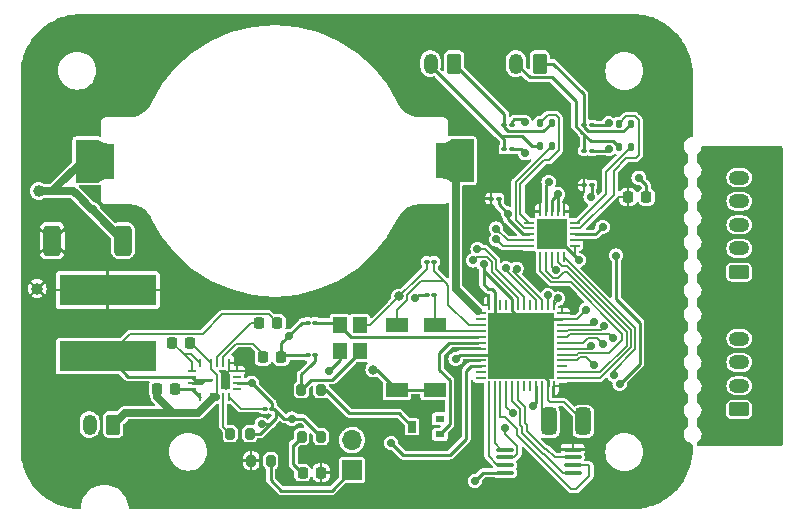
<source format=gbr>
%TF.GenerationSoftware,KiCad,Pcbnew,7.0.9*%
%TF.CreationDate,2023-12-30T14:39:03-07:00*%
%TF.ProjectId,ElephantR9,456c6570-6861-46e7-9452-392e6b696361,rev?*%
%TF.SameCoordinates,Original*%
%TF.FileFunction,Copper,L1,Top*%
%TF.FilePolarity,Positive*%
%FSLAX46Y46*%
G04 Gerber Fmt 4.6, Leading zero omitted, Abs format (unit mm)*
G04 Created by KiCad (PCBNEW 7.0.9) date 2023-12-30 14:39:03*
%MOMM*%
%LPD*%
G01*
G04 APERTURE LIST*
G04 Aperture macros list*
%AMRoundRect*
0 Rectangle with rounded corners*
0 $1 Rounding radius*
0 $2 $3 $4 $5 $6 $7 $8 $9 X,Y pos of 4 corners*
0 Add a 4 corners polygon primitive as box body*
4,1,4,$2,$3,$4,$5,$6,$7,$8,$9,$2,$3,0*
0 Add four circle primitives for the rounded corners*
1,1,$1+$1,$2,$3*
1,1,$1+$1,$4,$5*
1,1,$1+$1,$6,$7*
1,1,$1+$1,$8,$9*
0 Add four rect primitives between the rounded corners*
20,1,$1+$1,$2,$3,$4,$5,0*
20,1,$1+$1,$4,$5,$6,$7,0*
20,1,$1+$1,$6,$7,$8,$9,0*
20,1,$1+$1,$8,$9,$2,$3,0*%
%AMFreePoly0*
4,1,32,0.200000,1.710000,0.217978,1.702552,0.236753,1.697426,0.376386,1.589219,0.526381,1.504463,0.687059,1.442253,0.855037,1.403901,1.028740,1.390056,1.444035,1.390057,1.486461,1.372483,1.504035,1.330057,1.504034,-1.539942,1.486463,-1.582365,1.486460,-1.582365,1.486460,-1.582368,1.464626,-1.591411,1.444038,-1.599942,1.046227,-1.599966,0.870517,-1.612848,0.700699,-1.650739,
0.538233,-1.712989,0.386579,-1.798267,0.245504,-1.907443,0.226743,-1.912552,0.208783,-1.919992,-1.650000,-1.919992,-1.692426,-1.902418,-1.710000,-1.859992,-1.710000,1.650007,-1.692426,1.692433,-1.650000,1.710007,0.200000,1.710000,0.200000,1.710000,$1*%
G04 Aperture macros list end*
%TA.AperFunction,SMDPad,CuDef*%
%ADD10RoundRect,0.325000X-0.325000X-0.825000X0.325000X-0.825000X0.325000X0.825000X-0.325000X0.825000X0*%
%TD*%
%TA.AperFunction,SMDPad,CuDef*%
%ADD11RoundRect,0.062500X-0.350000X-0.062500X0.350000X-0.062500X0.350000X0.062500X-0.350000X0.062500X0*%
%TD*%
%TA.AperFunction,SMDPad,CuDef*%
%ADD12RoundRect,0.062500X-0.062500X-0.350000X0.062500X-0.350000X0.062500X0.350000X-0.062500X0.350000X0*%
%TD*%
%TA.AperFunction,SMDPad,CuDef*%
%ADD13R,2.500000X2.500000*%
%TD*%
%TA.AperFunction,SMDPad,CuDef*%
%ADD14RoundRect,0.100000X-0.130000X-0.100000X0.130000X-0.100000X0.130000X0.100000X-0.130000X0.100000X0*%
%TD*%
%TA.AperFunction,ComponentPad*%
%ADD15O,1.750000X1.200000*%
%TD*%
%TA.AperFunction,ComponentPad*%
%ADD16RoundRect,0.250000X0.625000X-0.350000X0.625000X0.350000X-0.625000X0.350000X-0.625000X-0.350000X0*%
%TD*%
%TA.AperFunction,SMDPad,CuDef*%
%ADD17RoundRect,0.100000X-0.637500X-0.100000X0.637500X-0.100000X0.637500X0.100000X-0.637500X0.100000X0*%
%TD*%
%TA.AperFunction,SMDPad,CuDef*%
%ADD18RoundRect,0.147500X-0.147500X-0.172500X0.147500X-0.172500X0.147500X0.172500X-0.147500X0.172500X0*%
%TD*%
%TA.AperFunction,SMDPad,CuDef*%
%ADD19RoundRect,0.225000X-0.225000X-0.250000X0.225000X-0.250000X0.225000X0.250000X-0.225000X0.250000X0*%
%TD*%
%TA.AperFunction,SMDPad,CuDef*%
%ADD20RoundRect,0.062500X-0.375000X-0.062500X0.375000X-0.062500X0.375000X0.062500X-0.375000X0.062500X0*%
%TD*%
%TA.AperFunction,SMDPad,CuDef*%
%ADD21RoundRect,0.062500X-0.062500X-0.375000X0.062500X-0.375000X0.062500X0.375000X-0.062500X0.375000X0*%
%TD*%
%TA.AperFunction,SMDPad,CuDef*%
%ADD22R,5.600000X5.600000*%
%TD*%
%TA.AperFunction,SMDPad,CuDef*%
%ADD23RoundRect,0.375000X-0.375000X-0.925000X0.375000X-0.925000X0.375000X0.925000X-0.375000X0.925000X0*%
%TD*%
%TA.AperFunction,SMDPad,CuDef*%
%ADD24R,8.200000X2.600000*%
%TD*%
%TA.AperFunction,ComponentPad*%
%ADD25R,1.700000X1.700000*%
%TD*%
%TA.AperFunction,ComponentPad*%
%ADD26O,1.700000X1.700000*%
%TD*%
%TA.AperFunction,SMDPad,CuDef*%
%ADD27RoundRect,0.200000X-0.200000X-0.275000X0.200000X-0.275000X0.200000X0.275000X-0.200000X0.275000X0*%
%TD*%
%TA.AperFunction,SMDPad,CuDef*%
%ADD28R,1.200000X1.400000*%
%TD*%
%TA.AperFunction,SMDPad,CuDef*%
%ADD29FreePoly0,180.000000*%
%TD*%
%TA.AperFunction,SMDPad,CuDef*%
%ADD30FreePoly0,0.000000*%
%TD*%
%TA.AperFunction,ComponentPad*%
%ADD31RoundRect,0.250000X0.350000X0.625000X-0.350000X0.625000X-0.350000X-0.625000X0.350000X-0.625000X0*%
%TD*%
%TA.AperFunction,ComponentPad*%
%ADD32O,1.200000X1.750000*%
%TD*%
%TA.AperFunction,SMDPad,CuDef*%
%ADD33RoundRect,0.218750X-0.218750X-0.256250X0.218750X-0.256250X0.218750X0.256250X-0.218750X0.256250X0*%
%TD*%
%TA.AperFunction,SMDPad,CuDef*%
%ADD34R,1.900000X1.300000*%
%TD*%
%TA.AperFunction,SMDPad,CuDef*%
%ADD35C,1.000000*%
%TD*%
%TA.AperFunction,SMDPad,CuDef*%
%ADD36R,0.800000X0.600000*%
%TD*%
%TA.AperFunction,SMDPad,CuDef*%
%ADD37R,0.700000X1.000000*%
%TD*%
%TA.AperFunction,SMDPad,CuDef*%
%ADD38R,0.250000X0.700000*%
%TD*%
%TA.AperFunction,SMDPad,CuDef*%
%ADD39R,0.700000X0.250000*%
%TD*%
%TA.AperFunction,SMDPad,CuDef*%
%ADD40R,0.400000X0.220000*%
%TD*%
%TA.AperFunction,SMDPad,CuDef*%
%ADD41R,0.356000X0.220000*%
%TD*%
%TA.AperFunction,ViaPad*%
%ADD42C,0.711200*%
%TD*%
%TA.AperFunction,ViaPad*%
%ADD43C,0.800000*%
%TD*%
%TA.AperFunction,Conductor*%
%ADD44C,0.254000*%
%TD*%
%TA.AperFunction,Conductor*%
%ADD45C,0.203200*%
%TD*%
%TA.AperFunction,Conductor*%
%ADD46C,0.152400*%
%TD*%
%TA.AperFunction,Conductor*%
%ADD47C,0.635000*%
%TD*%
G04 APERTURE END LIST*
D10*
%TO.P,C10,1*%
%TO.N,Net-(U5-VCAP1)*%
X62253200Y-51257200D03*
%TO.P,C10,2*%
%TO.N,GND*%
X65153200Y-51257200D03*
%TD*%
D11*
%TO.P,U3,1,OUTL+*%
%TO.N,Net-(U3-OUTL+)*%
X60579000Y-34417000D03*
%TO.P,U3,2,OUTL-*%
%TO.N,Net-(U3-OUTL-)*%
X60579000Y-34917000D03*
%TO.P,U3,3,ADDR*%
%TO.N,GND*%
X60579000Y-35417000D03*
%TO.P,U3,4,SDA*%
%TO.N,/I2C_SDA*%
X60579000Y-35917000D03*
%TO.P,U3,5,SCL*%
%TO.N,/I2C_SCL*%
X60579000Y-36417000D03*
D12*
%TO.P,U3,6,MCLK*%
%TO.N,/I2S_master_clock*%
X61516500Y-37354500D03*
%TO.P,U3,7,BCLK*%
%TO.N,/I2S_bit_clock*%
X62016500Y-37354500D03*
%TO.P,U3,8,GND*%
%TO.N,GND*%
X62516500Y-37354500D03*
%TO.P,U3,9,LRCLK*%
%TO.N,/I2S_word_clock*%
X63016500Y-37354500D03*
%TO.P,U3,10,SDATA*%
%TO.N,/I2S_data*%
X63516500Y-37354500D03*
D11*
%TO.P,U3,11,SAMOD*%
%TO.N,GND*%
X64454000Y-36417000D03*
%TO.P,U3,12,DVDD*%
%TO.N,+3.3V*%
X64454000Y-35917000D03*
%TO.P,U3,13,SD*%
%TO.N,/pwr_aud*%
X64454000Y-35417000D03*
%TO.P,U3,14,OUTR+*%
%TO.N,Net-(U3-OUTR+)*%
X64454000Y-34917000D03*
%TO.P,U3,15,OUTR-*%
%TO.N,Net-(U3-OUTR-)*%
X64454000Y-34417000D03*
D12*
%TO.P,U3,16,PVDD*%
%TO.N,+3.3V*%
X63516500Y-33479500D03*
%TO.P,U3,17,GND*%
%TO.N,GND*%
X63016500Y-33479500D03*
%TO.P,U3,18,GND*%
X62516500Y-33479500D03*
%TO.P,U3,19,GND*%
X62016500Y-33479500D03*
%TO.P,U3,20,PVDD*%
%TO.N,+3.3V*%
X61516500Y-33479500D03*
D13*
%TO.P,U3,21,GND*%
%TO.N,GND*%
X62516500Y-35417000D03*
%TD*%
D14*
%TO.P,C18,2*%
%TO.N,GND*%
X57991000Y-32385000D03*
%TO.P,C18,1*%
%TO.N,+3.3V*%
X57351000Y-32385000D03*
%TD*%
%TO.P,C16,2*%
%TO.N,GND*%
X65865000Y-31242000D03*
%TO.P,C16,1*%
%TO.N,+3.3V*%
X65225000Y-31242000D03*
%TD*%
%TO.P,C15,2*%
%TO.N,GND*%
X38814000Y-50165000D03*
%TO.P,C15,1*%
%TO.N,Net-(U1-TR{slash}SS)*%
X38174000Y-50165000D03*
%TD*%
%TO.P,C13,2*%
%TO.N,Net-(C13-Pad2)*%
X42460898Y-45653898D03*
%TO.P,C13,1*%
%TO.N,GND*%
X41820898Y-45653898D03*
%TD*%
%TO.P,C12,2*%
%TO.N,/osc_in*%
X42460898Y-42889898D03*
%TO.P,C12,1*%
%TO.N,GND*%
X41820898Y-42889898D03*
%TD*%
%TO.P,C11,2*%
%TO.N,GND*%
X65865000Y-26162000D03*
%TO.P,C11,1*%
%TO.N,Net-(C11-Pad1)*%
X65225000Y-26162000D03*
%TD*%
%TO.P,C9,2*%
%TO.N,/osc32_out*%
X52530000Y-40513000D03*
%TO.P,C9,1*%
%TO.N,GND*%
X51890000Y-40513000D03*
%TD*%
%TO.P,C8,2*%
%TO.N,/osc32_in*%
X52530000Y-37719000D03*
%TO.P,C8,1*%
%TO.N,GND*%
X51890000Y-37719000D03*
%TD*%
%TO.P,C7,2*%
%TO.N,GND*%
X65865000Y-28321000D03*
%TO.P,C7,1*%
%TO.N,Net-(C7-Pad1)*%
X65225000Y-28321000D03*
%TD*%
%TO.P,C6,2*%
%TO.N,GND*%
X59108000Y-28194000D03*
%TO.P,C6,1*%
%TO.N,Net-(C6-Pad1)*%
X58468000Y-28194000D03*
%TD*%
%TO.P,C5,2*%
%TO.N,GND*%
X59108000Y-26162000D03*
%TO.P,C5,1*%
%TO.N,Net-(C5-Pad1)*%
X58468000Y-26162000D03*
%TD*%
D15*
%TO.P,J2,5,Pin_5*%
%TO.N,/jtrst*%
X78359000Y-30608000D03*
%TO.P,J2,4,Pin_4*%
%TO.N,/jtdo-swo*%
X78359000Y-32608000D03*
%TO.P,J2,3,Pin_3*%
%TO.N,/jtdi*%
X78359000Y-34608000D03*
%TO.P,J2,2,Pin_2*%
%TO.N,/jtck_swclk*%
X78359000Y-36608000D03*
D16*
%TO.P,J2,1,Pin_1*%
%TO.N,/jtms_swdio*%
X78359000Y-38608000D03*
%TD*%
%TO.P,J1,1,Pin_1*%
%TO.N,/uart_tx*%
X78359000Y-50244000D03*
D15*
%TO.P,J1,2,Pin_2*%
%TO.N,/uart_rx*%
X78359000Y-48244000D03*
%TO.P,J1,3,Pin_3*%
%TO.N,/uart_cts*%
X78359000Y-46244000D03*
%TO.P,J1,4,Pin_4*%
%TO.N,/uart_rts*%
X78359000Y-44244000D03*
%TD*%
D17*
%TO.P,U4,1,~{S}*%
%TO.N,/pwr_eeprom*%
X58554700Y-53635000D03*
%TO.P,U4,2,Q*%
%TO.N,/spi1_miso*%
X58554700Y-54285000D03*
%TO.P,U4,3,~{W}*%
%TO.N,/write_eeprom*%
X58554700Y-54935000D03*
%TO.P,U4,4,VSS*%
%TO.N,GND*%
X58554700Y-55585000D03*
%TO.P,U4,5,D*%
%TO.N,/spi1_mosi*%
X64279700Y-55585000D03*
%TO.P,U4,6,C*%
%TO.N,/spi1_sck*%
X64279700Y-54935000D03*
%TO.P,U4,7,~{HOLD}*%
%TO.N,/hold_eeprom*%
X64279700Y-54285000D03*
%TO.P,U4,8,VCC*%
%TO.N,+3.3V*%
X64279700Y-53635000D03*
%TD*%
D18*
%TO.P,FB4,1*%
%TO.N,Net-(C7-Pad1)*%
X68199000Y-28025000D03*
%TO.P,FB4,2*%
%TO.N,Net-(U3-OUTR-)*%
X69169000Y-28025000D03*
%TD*%
%TO.P,FB3,1*%
%TO.N,Net-(U3-OUTR+)*%
X68199000Y-26035000D03*
%TO.P,FB3,2*%
%TO.N,Net-(C11-Pad1)*%
X69169000Y-26035000D03*
%TD*%
%TO.P,FB2,1*%
%TO.N,Net-(C6-Pad1)*%
X61514000Y-27940000D03*
%TO.P,FB2,2*%
%TO.N,Net-(U3-OUTL-)*%
X62484000Y-27940000D03*
%TD*%
%TO.P,FB1,2*%
%TO.N,Net-(C5-Pad1)*%
X62484000Y-25950000D03*
%TO.P,FB1,1*%
%TO.N,Net-(U3-OUTL+)*%
X61514000Y-25950000D03*
%TD*%
D19*
%TO.P,C17,2*%
%TO.N,GND*%
X70511000Y-32258000D03*
%TO.P,C17,1*%
%TO.N,+3.3V*%
X68961000Y-32258000D03*
%TD*%
D20*
%TO.P,U5,1,VBAT*%
%TO.N,+BATT*%
X56462500Y-42089500D03*
%TO.P,U5,2,PC13*%
%TO.N,unconnected-(U5-PC13-Pad2)*%
X56462500Y-42589500D03*
%TO.P,U5,3,PC14*%
%TO.N,/osc32_in*%
X56462500Y-43089500D03*
%TO.P,U5,4,PC15*%
%TO.N,/osc32_out*%
X56462500Y-43589500D03*
%TO.P,U5,5,PH0*%
%TO.N,/osc_in*%
X56462500Y-44089500D03*
%TO.P,U5,6,PH1*%
%TO.N,/osc_out*%
X56462500Y-44589500D03*
%TO.P,U5,7,NRST*%
%TO.N,+3.3V*%
X56462500Y-45089500D03*
%TO.P,U5,8,VSSA*%
%TO.N,GND*%
X56462500Y-45589500D03*
%TO.P,U5,9,VREF+*%
%TO.N,+3.3V*%
X56462500Y-46089500D03*
%TO.P,U5,10,PA0*%
%TO.N,/sw_tilt*%
X56462500Y-46589500D03*
%TO.P,U5,11,PA1*%
%TO.N,unconnected-(U5-PA1-Pad11)*%
X56462500Y-47089500D03*
%TO.P,U5,12,PA2*%
%TO.N,unconnected-(U5-PA2-Pad12)*%
X56462500Y-47589500D03*
D21*
%TO.P,U5,13,PA3*%
%TO.N,/write_eeprom*%
X57150000Y-48277000D03*
%TO.P,U5,14,PA4*%
%TO.N,/pwr_eeprom*%
X57650000Y-48277000D03*
%TO.P,U5,15,PA5*%
%TO.N,/spi1_sck*%
X58150000Y-48277000D03*
%TO.P,U5,16,PA6*%
%TO.N,/spi1_miso*%
X58650000Y-48277000D03*
%TO.P,U5,17,PA7*%
%TO.N,/spi1_mosi*%
X59150000Y-48277000D03*
%TO.P,U5,18,PB0*%
%TO.N,/hold_eeprom*%
X59650000Y-48277000D03*
%TO.P,U5,19,PB1*%
%TO.N,unconnected-(U5-PB1-Pad19)*%
X60150000Y-48277000D03*
%TO.P,U5,20,PB2*%
%TO.N,unconnected-(U5-PB2-Pad20)*%
X60650000Y-48277000D03*
%TO.P,U5,21,PB10*%
%TO.N,/pwr_aud*%
X61150000Y-48277000D03*
%TO.P,U5,22,VCAP1*%
%TO.N,Net-(U5-VCAP1)*%
X61650000Y-48277000D03*
%TO.P,U5,23,VSS*%
%TO.N,GND*%
X62150000Y-48277000D03*
%TO.P,U5,24,VDD*%
%TO.N,+3.3V*%
X62650000Y-48277000D03*
D20*
%TO.P,U5,25,PB12*%
%TO.N,/I2S_word_clock*%
X63337500Y-47589500D03*
%TO.P,U5,26,PB13*%
%TO.N,/I2S_bit_clock*%
X63337500Y-47089500D03*
%TO.P,U5,27,PB14*%
%TO.N,unconnected-(U5-PB14-Pad27)*%
X63337500Y-46589500D03*
%TO.P,U5,28,PB15*%
%TO.N,/I2S_data*%
X63337500Y-46089500D03*
%TO.P,U5,29,PA8*%
%TO.N,/I2S_master_clock*%
X63337500Y-45589500D03*
%TO.P,U5,30,PA9*%
%TO.N,/uart_tx*%
X63337500Y-45089500D03*
%TO.P,U5,31,PA10*%
%TO.N,/uart_rx*%
X63337500Y-44589500D03*
%TO.P,U5,32,PA11*%
%TO.N,/uart_cts*%
X63337500Y-44089500D03*
%TO.P,U5,33,PA12*%
%TO.N,/uart_rts*%
X63337500Y-43589500D03*
%TO.P,U5,34,PA13*%
%TO.N,/jtms_swdio*%
X63337500Y-43089500D03*
%TO.P,U5,35,VSS*%
%TO.N,GND*%
X63337500Y-42589500D03*
%TO.P,U5,36,VDD*%
%TO.N,+3.3V*%
X63337500Y-42089500D03*
D21*
%TO.P,U5,37,PA14*%
%TO.N,/jtck_swclk*%
X62650000Y-41402000D03*
%TO.P,U5,38,PA15*%
%TO.N,/jtdi*%
X62150000Y-41402000D03*
%TO.P,U5,39,PB3*%
%TO.N,/jtdo-swo*%
X61650000Y-41402000D03*
%TO.P,U5,40,PB4*%
%TO.N,/jtrst*%
X61150000Y-41402000D03*
%TO.P,U5,41,PB5*%
%TO.N,unconnected-(U5-PB5-Pad41)*%
X60650000Y-41402000D03*
%TO.P,U5,42,PB6*%
%TO.N,/I2C_SCL*%
X60150000Y-41402000D03*
%TO.P,U5,43,PB7*%
%TO.N,/I2C_SDA*%
X59650000Y-41402000D03*
%TO.P,U5,44,BOOT0*%
%TO.N,GND*%
X59150000Y-41402000D03*
%TO.P,U5,45,PB8*%
%TO.N,unconnected-(U5-PB8-Pad45)*%
X58650000Y-41402000D03*
%TO.P,U5,46,PB9*%
%TO.N,unconnected-(U5-PB9-Pad46)*%
X58150000Y-41402000D03*
%TO.P,U5,47,VSS*%
%TO.N,GND*%
X57650000Y-41402000D03*
%TO.P,U5,48,VDD*%
%TO.N,+3.3V*%
X57150000Y-41402000D03*
D22*
%TO.P,U5,49,VSS*%
%TO.N,GND*%
X59900000Y-44839500D03*
%TD*%
D23*
%TO.P,C3,1*%
%TO.N,+3.3V*%
X20193000Y-35941000D03*
%TO.P,C3,2*%
%TO.N,GND*%
X26193000Y-35941000D03*
%TD*%
D19*
%TO.P,C14,1*%
%TO.N,Net-(U1-INTVcc)*%
X38050898Y-45810898D03*
%TO.P,C14,2*%
%TO.N,GND*%
X39600898Y-45810898D03*
%TD*%
%TO.P,C2,1*%
%TO.N,+9V*%
X29083000Y-48502000D03*
%TO.P,C2,2*%
%TO.N,Net-(C2-Pad2)*%
X30633000Y-48502000D03*
%TD*%
D24*
%TO.P,L1,1,1*%
%TO.N,Net-(C4-Pad2)*%
X24892000Y-45720000D03*
%TO.P,L1,2,2*%
%TO.N,+3.3V*%
X24892000Y-40120000D03*
%TD*%
D25*
%TO.P,SW1,1,A*%
%TO.N,Net-(SW1-A)*%
X45593000Y-55372000D03*
D26*
%TO.P,SW1,2,B*%
%TO.N,/sw_tilt*%
X45593000Y-52832000D03*
%TD*%
D27*
%TO.P,R7,1*%
%TO.N,Net-(D3-K)*%
X41315898Y-52541898D03*
%TO.P,R7,2*%
%TO.N,GND*%
X42965898Y-52541898D03*
%TD*%
D19*
%TO.P,C4,1*%
%TO.N,Net-(U1-BST)*%
X37719000Y-42914000D03*
%TO.P,C4,2*%
%TO.N,Net-(C4-Pad2)*%
X39269000Y-42914000D03*
%TD*%
D28*
%TO.P,Y2,1,1*%
%TO.N,/osc_in*%
X44540898Y-43102898D03*
%TO.P,Y2,2,2*%
%TO.N,GND*%
X44540898Y-45302898D03*
%TO.P,Y2,3,3*%
%TO.N,Net-(C13-Pad2)*%
X46240898Y-45302898D03*
%TO.P,Y2,4,4*%
%TO.N,GND*%
X46240898Y-43102898D03*
%TD*%
D29*
%TO.P,BT2,1,+*%
%TO.N,+BATT*%
X54176000Y-29283000D03*
D30*
%TO.P,BT2,2,-*%
%TO.N,GND*%
X23876000Y-29083000D03*
%TD*%
D31*
%TO.P,LS2,1,1*%
%TO.N,Net-(C11-Pad1)*%
X61468000Y-20955000D03*
D32*
%TO.P,LS2,2,2*%
%TO.N,Net-(C7-Pad1)*%
X59468000Y-20955000D03*
%TD*%
D33*
%TO.P,D3,1,K*%
%TO.N,Net-(D3-K)*%
X41393398Y-55589898D03*
%TO.P,D3,2,A*%
%TO.N,+3.3V*%
X42968398Y-55589898D03*
%TD*%
D27*
%TO.P,R1,1*%
%TO.N,+3.3V*%
X37047898Y-54573898D03*
%TO.P,R1,2*%
%TO.N,Net-(SW1-A)*%
X38697898Y-54573898D03*
%TD*%
D32*
%TO.P,LS1,2,2*%
%TO.N,Net-(C6-Pad1)*%
X52229000Y-20955000D03*
D31*
%TO.P,LS1,1,1*%
%TO.N,Net-(C5-Pad1)*%
X54229000Y-20955000D03*
%TD*%
D34*
%TO.P,Y1,1,1*%
%TO.N,/osc32_in*%
X49378000Y-43053000D03*
%TO.P,Y1,2,2*%
%TO.N,GND*%
X49378000Y-48553000D03*
%TO.P,Y1,3,3*%
X52578000Y-48553000D03*
%TO.P,Y1,4,4*%
%TO.N,/osc32_out*%
X52578000Y-43053000D03*
%TD*%
D27*
%TO.P,R4,1*%
%TO.N,Net-(C13-Pad2)*%
X41301796Y-48561040D03*
%TO.P,R4,2*%
%TO.N,Net-(R2-Pad2)*%
X42951796Y-48561040D03*
%TD*%
D35*
%TO.P,TP2,1,1*%
%TO.N,GND*%
X19050000Y-31750000D03*
%TD*%
D31*
%TO.P,BT1,1,+*%
%TO.N,+9V*%
X25363898Y-51525898D03*
D32*
%TO.P,BT1,2,-*%
%TO.N,GND*%
X23363898Y-51525898D03*
%TD*%
D27*
%TO.P,R8,1*%
%TO.N,Net-(U1-RT)*%
X35270898Y-52287898D03*
%TO.P,R8,2*%
%TO.N,GND*%
X36920898Y-52287898D03*
%TD*%
D35*
%TO.P,TP1,1,1*%
%TO.N,+3.3V*%
X18923000Y-40005000D03*
%TD*%
D36*
%TO.P,R2,3*%
%TO.N,N/C*%
X53023000Y-51039000D03*
D37*
%TO.P,R2,2*%
%TO.N,Net-(R2-Pad2)*%
X50673000Y-51689000D03*
D36*
%TO.P,R2,1*%
%TO.N,/osc_out*%
X53023000Y-52339000D03*
%TD*%
D19*
%TO.P,C1,1*%
%TO.N,Net-(C1-Pad1)*%
X30340000Y-44577000D03*
%TO.P,C1,2*%
%TO.N,+9V*%
X31890000Y-44577000D03*
%TD*%
D38*
%TO.P,U1,1,Bias*%
%TO.N,+3.3V*%
X35179000Y-46299000D03*
%TO.P,U1,2,INTVcc*%
%TO.N,Net-(U1-INTVcc)*%
X34679000Y-46299000D03*
%TO.P,U1,3,BST*%
%TO.N,Net-(U1-BST)*%
X34179000Y-46299000D03*
%TO.P,U1,4,Vin1*%
%TO.N,+9V*%
X33679000Y-46299000D03*
%TO.P,U1,6,GND1*%
%TO.N,Net-(C1-Pad1)*%
X32679000Y-46299000D03*
D39*
%TO.P,U1,7,GND1*%
X32004000Y-46974000D03*
%TO.P,U1,8,SW*%
%TO.N,Net-(C4-Pad2)*%
X32004000Y-47474000D03*
%TO.P,U1,9,SW*%
X32004000Y-47974000D03*
%TO.P,U1,10,GND2*%
%TO.N,Net-(C2-Pad2)*%
X32004000Y-48474000D03*
D38*
%TO.P,U1,11,GND2*%
X32679000Y-49149000D03*
%TO.P,U1,13,Vin2*%
%TO.N,+9V*%
X33679000Y-49149000D03*
%TO.P,U1,14,EN/UV*%
X34179000Y-49149000D03*
%TO.P,U1,15,RT*%
%TO.N,Net-(U1-RT)*%
X34679000Y-49149000D03*
%TO.P,U1,16,TR/SS*%
%TO.N,Net-(U1-TR{slash}SS)*%
X35179000Y-49149000D03*
D39*
%TO.P,U1,17,SYNC/MODE*%
%TO.N,unconnected-(U1-SYNC{slash}MODE-Pad17)*%
X35854000Y-48474000D03*
%TO.P,U1,18,GND*%
%TO.N,GND*%
X35854000Y-47974000D03*
%TO.P,U1,19,PG*%
%TO.N,unconnected-(U1-PG-Pad19)*%
X35854000Y-47474000D03*
%TO.P,U1,20,Vout*%
%TO.N,+3.3V*%
X35854000Y-46974000D03*
D40*
%TO.P,U1,21,SW*%
%TO.N,Net-(C4-Pad2)*%
X33054000Y-47724000D03*
D41*
%TO.P,U1,22,SW*%
X33624000Y-47724000D03*
%TD*%
D42*
%TO.N,/pwr_aud*%
X60893319Y-49909064D03*
%TO.N,GND*%
X50932505Y-40834163D03*
%TO.N,/uart_rx*%
X66802000Y-44704000D03*
%TO.N,/uart_tx*%
X65786000Y-44842700D03*
%TO.N,GND*%
X23622000Y-33274000D03*
%TO.N,/pwr_aud*%
X67945000Y-37211000D03*
%TO.N,GND*%
X54356000Y-45974000D03*
X63016500Y-32028500D03*
X62230000Y-30988000D03*
X60198000Y-25914900D03*
X60248800Y-28549600D03*
X58779300Y-33655000D03*
X69850000Y-30607000D03*
X67348901Y-28201100D03*
X67310000Y-25999900D03*
X65786000Y-32258000D03*
%TO.N,/pwr_aud*%
X66802000Y-34798000D03*
%TO.N,/jtck_swclk*%
X63038423Y-40847476D03*
%TO.N,/jtdi*%
X62171289Y-40569164D03*
%TO.N,/jtdo-swo*%
X59510284Y-38319864D03*
%TO.N,/jtrst*%
X58599833Y-38298500D03*
%TO.N,GND*%
X65405000Y-41783000D03*
%TO.N,/jtms_swdio*%
X66040000Y-42841412D03*
%TO.N,/uart_rts*%
X66949107Y-43194270D03*
%TO.N,/uart_cts*%
X67706807Y-44205652D03*
%TO.N,/pwr_aud*%
X68241342Y-48072379D03*
%TO.N,/I2C_SCL*%
X57785000Y-35835703D03*
X56206094Y-36662300D03*
%TO.N,/I2C_SDA*%
X55862196Y-37623494D03*
X57785000Y-34925000D03*
%TO.N,/I2S_data*%
X67751581Y-47304581D03*
X66061703Y-46458200D03*
%TO.N,GND*%
X56721400Y-37925400D03*
X64770000Y-37592000D03*
X62819959Y-38463253D03*
X55981600Y-56286400D03*
%TO.N,/spi1_miso*%
X58558085Y-51779515D03*
X59182000Y-50546000D03*
%TO.N,/sw_tilt*%
X48895000Y-53086000D03*
%TO.N,GND*%
X43626498Y-46953898D03*
X40476898Y-51017898D03*
X40222898Y-44032898D03*
D43*
X49558900Y-40668900D03*
D42*
X37922500Y-51511500D03*
X37078000Y-47974000D03*
D43*
X47371000Y-46863000D03*
%TD*%
D44*
%TO.N,GND*%
X38836600Y-51282600D02*
X38607700Y-51511500D01*
X39166800Y-50952400D02*
X38836600Y-51282600D01*
X38836600Y-51282600D02*
X37831302Y-52287898D01*
X37831302Y-52287898D02*
X36920898Y-52287898D01*
%TO.N,Net-(C7-Pad1)*%
X59468000Y-20955000D02*
X60640000Y-22127000D01*
X60640000Y-22127000D02*
X62455000Y-22127000D01*
X62455000Y-22127000D02*
X62484000Y-22098000D01*
X62484000Y-22098000D02*
X64516000Y-24130000D01*
X64516000Y-24130000D02*
X64516000Y-26247214D01*
X64516000Y-26247214D02*
X64981393Y-26712607D01*
%TO.N,Net-(C11-Pad1)*%
X61468000Y-20955000D02*
X62611000Y-20955000D01*
X62611000Y-20955000D02*
X65225000Y-23569000D01*
X65225000Y-23569000D02*
X65225000Y-26162000D01*
X65225000Y-26162000D02*
X65225000Y-26316214D01*
X65225000Y-26316214D02*
X65567786Y-26659000D01*
X65567786Y-26659000D02*
X68545000Y-26659000D01*
X68545000Y-26659000D02*
X69169000Y-26035000D01*
%TO.N,Net-(C7-Pad1)*%
X64981393Y-26712607D02*
X65225000Y-26956214D01*
X67722500Y-27548500D02*
X68199000Y-28025000D01*
X64981393Y-26712607D02*
X65817286Y-27548500D01*
X65817286Y-27548500D02*
X67722500Y-27548500D01*
X59468000Y-20955000D02*
X59468000Y-21199214D01*
X65225000Y-26956214D02*
X65225000Y-28321000D01*
%TO.N,Net-(C6-Pad1)*%
X58186040Y-27083000D02*
X59944000Y-27083000D01*
X57969520Y-26866480D02*
X58186040Y-27083000D01*
X52229000Y-21125960D02*
X57969520Y-26866480D01*
X57969520Y-26866480D02*
X58096520Y-26993480D01*
X59944000Y-27083000D02*
X60801000Y-27940000D01*
X60801000Y-27940000D02*
X61514000Y-27940000D01*
X58468000Y-28194000D02*
X58468000Y-27364960D01*
X58468000Y-27364960D02*
X58096520Y-26993480D01*
X52229000Y-20955000D02*
X52229000Y-21125960D01*
%TO.N,Net-(C5-Pad1)*%
X58468000Y-26162000D02*
X58468000Y-25194000D01*
X58468000Y-25194000D02*
X54229000Y-20955000D01*
X62484000Y-25950000D02*
X61775000Y-26659000D01*
X61775000Y-26659000D02*
X58765001Y-26659000D01*
X58765001Y-26659000D02*
X58468000Y-26361999D01*
X58468000Y-26361999D02*
X58468000Y-26162000D01*
%TO.N,GND*%
X60198000Y-25914900D02*
X59967100Y-25684000D01*
X59967100Y-25684000D02*
X59332000Y-25684000D01*
X59332000Y-25684000D02*
X59108000Y-25908000D01*
X59108000Y-25908000D02*
X59108000Y-26162000D01*
X65865000Y-26162000D02*
X67147900Y-26162000D01*
X67147900Y-26162000D02*
X67310000Y-25999900D01*
D45*
%TO.N,Net-(U3-OUTL+)*%
X61514000Y-25950000D02*
X62135600Y-25328400D01*
X62135600Y-25328400D02*
X62821610Y-25328400D01*
X62821610Y-25328400D02*
X63080600Y-25587390D01*
X63080600Y-25587390D02*
X63080600Y-28302610D01*
D44*
%TO.N,GND*%
X39166800Y-50342800D02*
X39166800Y-50952400D01*
X38989000Y-50165000D02*
X39166800Y-50342800D01*
X39166800Y-50342800D02*
X39841898Y-51017898D01*
X38607700Y-51511500D02*
X37922500Y-51511500D01*
X38814000Y-50165000D02*
X38989000Y-50165000D01*
X37078000Y-47974000D02*
X38814000Y-49710000D01*
X38814000Y-49710000D02*
X38814000Y-50165000D01*
X57435600Y-40052600D02*
X57650000Y-40267000D01*
X57650000Y-40267000D02*
X57650000Y-41402000D01*
D46*
%TO.N,Net-(U1-TR{slash}SS)*%
X38174000Y-50165000D02*
X36195000Y-50165000D01*
X36195000Y-50165000D02*
X35179000Y-49149000D01*
D44*
%TO.N,GND*%
X59893200Y-28194000D02*
X59108000Y-28194000D01*
X60248800Y-28549600D02*
X59893200Y-28194000D01*
D45*
%TO.N,/spi1_miso*%
X58558085Y-51779515D02*
X58558085Y-52330167D01*
X58558085Y-52330167D02*
X59593800Y-53365882D01*
X59593800Y-53365882D02*
X59593800Y-53983399D01*
X59593800Y-53983399D02*
X59292199Y-54285000D01*
X59292199Y-54285000D02*
X58554700Y-54285000D01*
%TO.N,/hold_eeprom*%
X64279700Y-54285000D02*
X62729210Y-54285000D01*
X62729210Y-54285000D02*
X62044315Y-53600105D01*
X62044315Y-53600105D02*
X61931305Y-53600105D01*
X61931305Y-53600105D02*
X60400200Y-52069000D01*
X60249400Y-50038000D02*
X59650000Y-49438600D01*
X60400200Y-52069000D02*
X60400200Y-51552493D01*
X60400200Y-51552493D02*
X60249400Y-51401693D01*
X60249400Y-51401693D02*
X60249400Y-50038000D01*
X59650000Y-49438600D02*
X59650000Y-48277000D01*
%TO.N,/spi1_mosi*%
X64279700Y-55585000D02*
X63459000Y-55585000D01*
X63459000Y-55585000D02*
X61877305Y-54003305D01*
X59997000Y-52275400D02*
X59997000Y-51719504D01*
X61877305Y-54003305D02*
X61724905Y-54003305D01*
X61724905Y-54003305D02*
X59997000Y-52275400D01*
X59846200Y-51568704D02*
X59846200Y-50205010D01*
X59997000Y-51719504D02*
X59846200Y-51568704D01*
X59846200Y-50205010D02*
X59150000Y-49508810D01*
X59150000Y-49508810D02*
X59150000Y-48277000D01*
%TO.N,/spi1_sck*%
X58150000Y-48277000D02*
X58150000Y-50871206D01*
X58150000Y-50871206D02*
X58578491Y-50871206D01*
X58578491Y-50871206D02*
X59593800Y-51886515D01*
X59593800Y-51886515D02*
X59593800Y-52442411D01*
X59593800Y-52442411D02*
X64148989Y-56997600D01*
X65603000Y-54935000D02*
X64279700Y-54935000D01*
X64148989Y-56997600D02*
X64566800Y-56997600D01*
X64566800Y-56997600D02*
X65684400Y-55880000D01*
X65684400Y-55880000D02*
X65684400Y-55016400D01*
X65684400Y-55016400D02*
X65603000Y-54935000D01*
D46*
%TO.N,GND*%
X65305600Y-51054000D02*
X64973200Y-51054000D01*
X64973200Y-51054000D02*
X63550800Y-49631600D01*
X62382400Y-49631600D02*
X62150000Y-49399200D01*
X63550800Y-49631600D02*
X62382400Y-49631600D01*
X62150000Y-49399200D02*
X62150000Y-48277000D01*
%TO.N,Net-(U5-VCAP1)*%
X61650000Y-48277000D02*
X61650000Y-50298400D01*
X61650000Y-50298400D02*
X62405600Y-51054000D01*
D45*
%TO.N,/write_eeprom*%
X57881400Y-54935000D02*
X58554700Y-54935000D01*
D44*
%TO.N,GND*%
X56683000Y-55585000D02*
X58554700Y-55585000D01*
X55981600Y-56286400D02*
X56683000Y-55585000D01*
D45*
%TO.N,/write_eeprom*%
X57150000Y-54203600D02*
X57881400Y-54935000D01*
X57150000Y-48277000D02*
X57150000Y-54203600D01*
%TO.N,/pwr_eeprom*%
X57650000Y-53078000D02*
X57650000Y-48277000D01*
X58554700Y-53635000D02*
X58207000Y-53635000D01*
X58207000Y-53635000D02*
X57650000Y-53078000D01*
D44*
%TO.N,/pwr_aud*%
X61150000Y-49652383D02*
X60893319Y-49909064D01*
X61150000Y-49335120D02*
X61150000Y-49652383D01*
%TO.N,GND*%
X51253668Y-40513000D02*
X50932505Y-40834163D01*
X51890000Y-40513000D02*
X51253668Y-40513000D01*
D45*
%TO.N,/osc32_in*%
X53525600Y-39540000D02*
X53355600Y-39370000D01*
X50275805Y-40522205D02*
X50275805Y-40944208D01*
X53355600Y-39370000D02*
X51428010Y-39370000D01*
X51428010Y-39370000D02*
X50275805Y-40522205D01*
X49378000Y-41842013D02*
X49378000Y-43053000D01*
X50275805Y-40944208D02*
X49378000Y-41842013D01*
%TO.N,/osc32_out*%
X52578000Y-43053000D02*
X52578000Y-40561000D01*
X52578000Y-40561000D02*
X52530000Y-40513000D01*
%TO.N,/osc32_in*%
X53525600Y-39540000D02*
X53736600Y-39751000D01*
X53525600Y-39540000D02*
X52530000Y-38544400D01*
X52530000Y-38544400D02*
X52530000Y-37719000D01*
%TO.N,GND*%
X48796900Y-41430900D02*
X51890000Y-38337800D01*
X51890000Y-38337800D02*
X51890000Y-37719000D01*
D44*
%TO.N,Net-(C13-Pad2)*%
X41301796Y-47268000D02*
X42125898Y-46443898D01*
X42460898Y-45653898D02*
X42460898Y-46108898D01*
X42460898Y-46108898D02*
X42125898Y-46443898D01*
%TO.N,GND*%
X39600898Y-45810898D02*
X39757898Y-45653898D01*
X39757898Y-45653898D02*
X41820898Y-45653898D01*
X41365898Y-42889898D02*
X41820898Y-42889898D01*
%TO.N,/osc_in*%
X42460898Y-42889898D02*
X44327898Y-42889898D01*
X44327898Y-42889898D02*
X44540898Y-43102898D01*
%TO.N,GND*%
X57991000Y-32385000D02*
X57991000Y-32866700D01*
X57991000Y-32866700D02*
X58779300Y-33655000D01*
X65865000Y-31242000D02*
X65865000Y-32179000D01*
X65865000Y-32179000D02*
X65786000Y-32258000D01*
X67348901Y-28201100D02*
X67229001Y-28321000D01*
X67229001Y-28321000D02*
X65865000Y-28321000D01*
D46*
%TO.N,/uart_rx*%
X65145699Y-44589500D02*
X65524299Y-44210900D01*
X66308900Y-44210900D02*
X66802000Y-44704000D01*
X65524299Y-44210900D02*
X66308900Y-44210900D01*
X63337500Y-44589500D02*
X65145699Y-44589500D01*
%TO.N,/uart_tx*%
X65539200Y-45089500D02*
X65786000Y-44842700D01*
X63337500Y-45089500D02*
X65539200Y-45089500D01*
%TO.N,/I2S_data*%
X69538800Y-45142200D02*
X69538800Y-43376799D01*
D44*
%TO.N,/pwr_aud*%
X69942000Y-42887752D02*
X69942000Y-46371721D01*
D46*
%TO.N,/jtck_swclk*%
X63038423Y-41013577D02*
X62650000Y-41402000D01*
X63038423Y-40847476D02*
X63038423Y-41013577D01*
%TO.N,GND*%
X62819959Y-38463253D02*
X62516500Y-38159794D01*
X62516500Y-38159794D02*
X62516500Y-37354500D01*
D47*
%TO.N,+BATT*%
X54355700Y-40014956D02*
X56268000Y-41927256D01*
X54355700Y-40014956D02*
X54355700Y-29462700D01*
%TO.N,GND*%
X23622000Y-33370000D02*
X26193000Y-35941000D01*
X23622000Y-33274000D02*
X23622000Y-33370000D01*
X23526000Y-33274000D02*
X23622000Y-33274000D01*
D44*
X62516500Y-35417000D02*
X62595000Y-35417000D01*
X62595000Y-35417000D02*
X64770000Y-37592000D01*
%TO.N,/pwr_aud*%
X67945000Y-40890752D02*
X69942000Y-42887752D01*
X67945000Y-37211000D02*
X67945000Y-40890752D01*
%TO.N,GND*%
X54740500Y-45589500D02*
X54356000Y-45974000D01*
X56462500Y-45589500D02*
X54740500Y-45589500D01*
X59900000Y-44839500D02*
X59900000Y-45536932D01*
X59900000Y-45536932D02*
X62150000Y-47786932D01*
X62150000Y-47786932D02*
X62150000Y-48277000D01*
X63337500Y-42589500D02*
X62150000Y-42589500D01*
X62150000Y-42589500D02*
X59900000Y-44839500D01*
X57650000Y-41402000D02*
X57650000Y-42589500D01*
X57650000Y-42589500D02*
X59900000Y-44839500D01*
X59900000Y-44839500D02*
X59900000Y-42642068D01*
X59900000Y-42642068D02*
X59150000Y-41892068D01*
X59150000Y-41892068D02*
X59150000Y-41402000D01*
X62516500Y-32479500D02*
X62992000Y-32004000D01*
X62516500Y-33479500D02*
X62516500Y-32479500D01*
X62992000Y-32004000D02*
X63016500Y-32028500D01*
X63016500Y-32028500D02*
X63016500Y-33479500D01*
X62016500Y-31201500D02*
X62230000Y-30988000D01*
X62016500Y-33479500D02*
X62016500Y-31201500D01*
X60579000Y-35417000D02*
X60043720Y-35417000D01*
X60043720Y-35417000D02*
X58779300Y-34152580D01*
X58779300Y-34152580D02*
X58779300Y-33655000D01*
X70511000Y-31268000D02*
X69850000Y-30607000D01*
X70511000Y-32258000D02*
X70511000Y-31268000D01*
D45*
%TO.N,Net-(U3-OUTR+)*%
X68808210Y-28956000D02*
X67741605Y-30022605D01*
X69596000Y-28956000D02*
X68808210Y-28956000D01*
X67741605Y-30022605D02*
X67741605Y-32058543D01*
X67741605Y-32058543D02*
X64883148Y-34917000D01*
X64883148Y-34917000D02*
X64454000Y-34917000D01*
%TO.N,Net-(U3-OUTR-)*%
X69169000Y-28025000D02*
X67071600Y-30122400D01*
X67071600Y-30122400D02*
X67071600Y-31988400D01*
X67071600Y-31988400D02*
X64643000Y-34417000D01*
X64643000Y-34417000D02*
X64454000Y-34417000D01*
%TO.N,Net-(U3-OUTR+)*%
X69850000Y-28702000D02*
X69596000Y-28956000D01*
X69850000Y-25756790D02*
X69850000Y-28702000D01*
X69506610Y-25413400D02*
X69850000Y-25756790D01*
X68820600Y-25413400D02*
X69506610Y-25413400D01*
X68199000Y-26035000D02*
X68820600Y-25413400D01*
%TO.N,Net-(U3-OUTL+)*%
X61880105Y-29114105D02*
X59839200Y-31155010D01*
X63080600Y-28302610D02*
X62269105Y-29114105D01*
X62269105Y-29114105D02*
X61880105Y-29114105D01*
X59839200Y-31155010D02*
X59839200Y-33677200D01*
X59839200Y-33677200D02*
X60579000Y-34417000D01*
%TO.N,Net-(U3-OUTL-)*%
X62484000Y-27940000D02*
X59436000Y-30988000D01*
X60149852Y-34917000D02*
X60579000Y-34917000D01*
X59436000Y-30988000D02*
X59436000Y-34203148D01*
X59436000Y-34203148D02*
X60149852Y-34917000D01*
D44*
%TO.N,/pwr_aud*%
X66183000Y-35417000D02*
X66802000Y-34798000D01*
X64454000Y-35417000D02*
X66183000Y-35417000D01*
D46*
%TO.N,/jtdi*%
X62150000Y-41402000D02*
X62150000Y-40573339D01*
%TO.N,/jtdo-swo*%
X59231633Y-38547766D02*
X59231633Y-38481000D01*
X61650000Y-41402000D02*
X61650000Y-40966133D01*
X61650000Y-40966133D02*
X59231633Y-38547766D01*
X59231633Y-38481000D02*
X59349148Y-38481000D01*
X59349148Y-38481000D02*
X59510284Y-38319864D01*
%TO.N,/jtrst*%
X58599833Y-38414334D02*
X58599833Y-38298500D01*
X61150000Y-40964501D02*
X58599833Y-38414334D01*
X61150000Y-41402000D02*
X61150000Y-40964501D01*
%TO.N,/I2C_SCL*%
X57762539Y-37569539D02*
X57762539Y-38354000D01*
X56855300Y-36662300D02*
X57762539Y-37569539D01*
X57762539Y-38354000D02*
X60150000Y-40741461D01*
X60150000Y-40741461D02*
X60150000Y-41402000D01*
%TO.N,/I2C_SDA*%
X55862196Y-37623494D02*
X56192090Y-37293600D01*
X56192090Y-37293600D02*
X56983101Y-37293600D01*
X57410139Y-38601861D02*
X59650000Y-40841722D01*
X56983101Y-37293600D02*
X57410139Y-37720638D01*
X57410139Y-37720638D02*
X57410139Y-38601861D01*
X59650000Y-40841722D02*
X59650000Y-41402000D01*
D44*
%TO.N,GND*%
X59150000Y-41402000D02*
X59150000Y-40911932D01*
X59150000Y-40911932D02*
X56721400Y-38483332D01*
X56721400Y-38483332D02*
X56721400Y-37925400D01*
D46*
X64598500Y-42589500D02*
X65405000Y-41783000D01*
X63337500Y-42589500D02*
X64598500Y-42589500D01*
%TO.N,/jtms_swdio*%
X65791912Y-43089500D02*
X66040000Y-42841412D01*
X63337500Y-43089500D02*
X65791912Y-43089500D01*
%TO.N,/uart_rts*%
X66670665Y-43472712D02*
X66949107Y-43194270D01*
X63893419Y-43472712D02*
X66670665Y-43472712D01*
X63776630Y-43589500D02*
X63893419Y-43472712D01*
X63337500Y-43589500D02*
X63776630Y-43589500D01*
%TO.N,/uart_cts*%
X67326267Y-43825112D02*
X67706807Y-44205652D01*
X64039387Y-43825112D02*
X67326267Y-43825112D01*
X63774999Y-44089500D02*
X64039387Y-43825112D01*
X63337500Y-44089500D02*
X63774999Y-44089500D01*
D44*
%TO.N,/pwr_aud*%
X68241342Y-48072379D02*
X69942000Y-46371721D01*
D46*
%TO.N,/I2C_SCL*%
X58366297Y-36417000D02*
X57785000Y-35835703D01*
X60579000Y-36417000D02*
X58366297Y-36417000D01*
X56206094Y-36662300D02*
X56855300Y-36662300D01*
%TO.N,/I2C_SDA*%
X60579000Y-35917000D02*
X58777000Y-35917000D01*
X58777000Y-35917000D02*
X57785000Y-34925000D01*
%TO.N,/I2S_master_clock*%
X61516500Y-37354500D02*
X61516500Y-38551662D01*
X61516500Y-38551662D02*
X62433238Y-39468400D01*
X64743331Y-45474000D02*
X64627831Y-45589500D01*
X62433238Y-39468400D02*
X64116032Y-39468400D01*
X64116032Y-39468400D02*
X68481600Y-43833968D01*
X68481600Y-44323000D02*
X67330600Y-45474000D01*
X68481600Y-43833968D02*
X68481600Y-44323000D01*
X67330600Y-45474000D02*
X64743331Y-45474000D01*
X64627831Y-45589500D02*
X63337500Y-45589500D01*
%TO.N,/I2S_data*%
X69538800Y-45142200D02*
X67564000Y-47117000D01*
X63516500Y-37354500D02*
X69538800Y-43376799D01*
X67564000Y-47117000D02*
X67751581Y-47304581D01*
X65429903Y-45826400D02*
X66061703Y-46458200D01*
X64889299Y-45826400D02*
X65429903Y-45826400D01*
X64626199Y-46089500D02*
X64889299Y-45826400D01*
X63337500Y-46089500D02*
X64626199Y-46089500D01*
%TO.N,/I2S_word_clock*%
X63016500Y-37354500D02*
X63016500Y-37766999D01*
X63016500Y-37766999D02*
X63344685Y-38095184D01*
X63344685Y-38095184D02*
X63758816Y-38095184D01*
X63758816Y-38095184D02*
X69186400Y-43522768D01*
X69186400Y-43522768D02*
X69186400Y-44976968D01*
X69186400Y-44976968D02*
X66573868Y-47589500D01*
X66573868Y-47589500D02*
X63337500Y-47589500D01*
%TO.N,/I2S_bit_clock*%
X62016500Y-37354500D02*
X62016500Y-38553294D01*
X62016500Y-38553294D02*
X62579206Y-39116000D01*
X63754000Y-38608000D02*
X68834000Y-43688000D01*
X62579206Y-39116000D02*
X63060006Y-39116000D01*
X63060006Y-39116000D02*
X63568006Y-38608000D01*
X68834000Y-43688000D02*
X68834000Y-44831000D01*
X63568006Y-38608000D02*
X63754000Y-38608000D01*
X68834000Y-44831000D02*
X66575500Y-47089500D01*
X66575500Y-47089500D02*
X63337500Y-47089500D01*
D44*
%TO.N,GND*%
X57121257Y-40052600D02*
X57435600Y-40052600D01*
X56721400Y-37925400D02*
X56721400Y-39652743D01*
X56721400Y-39652743D02*
X57121257Y-40052600D01*
D46*
X64454000Y-37276000D02*
X64770000Y-37592000D01*
X64454000Y-36417000D02*
X64454000Y-37276000D01*
D45*
%TO.N,/spi1_miso*%
X58650000Y-50014000D02*
X59182000Y-50546000D01*
X58650000Y-48277000D02*
X58650000Y-50014000D01*
D44*
%TO.N,/pwr_aud*%
X61150000Y-48277000D02*
X61150000Y-49335120D01*
%TO.N,/sw_tilt*%
X55645500Y-46589500D02*
X55245000Y-46990000D01*
X53848000Y-54102000D02*
X49911000Y-54102000D01*
X56462500Y-46589500D02*
X55645500Y-46589500D01*
X55245000Y-46990000D02*
X55245000Y-52705000D01*
X49911000Y-54102000D02*
X48895000Y-53086000D01*
X55245000Y-52705000D02*
X53848000Y-54102000D01*
%TO.N,GND*%
X59150000Y-45589500D02*
X56462500Y-45589500D01*
D47*
%TO.N,+9V*%
X29083000Y-49149000D02*
X30443898Y-50509898D01*
X30443898Y-50509898D02*
X32543102Y-50509898D01*
X29083000Y-48502000D02*
X29083000Y-49149000D01*
D46*
X31890000Y-44577000D02*
X31957000Y-44577000D01*
X33679000Y-46299000D02*
X33679000Y-46826400D01*
D47*
X30443898Y-50509898D02*
X26379898Y-50509898D01*
X26379898Y-50509898D02*
X25363898Y-51525898D01*
D46*
X34179000Y-47326400D02*
X34179000Y-49149000D01*
X33679000Y-46826400D02*
X34179000Y-47326400D01*
D47*
X32543102Y-50509898D02*
X33904000Y-49149000D01*
X33904000Y-49149000D02*
X34036500Y-49149000D01*
D46*
X31957000Y-44577000D02*
X33679000Y-46299000D01*
D44*
%TO.N,GND*%
X46740898Y-43102898D02*
X46240898Y-43102898D01*
X35854000Y-47974000D02*
X37078000Y-47974000D01*
D47*
X20193000Y-31750000D02*
X21082000Y-31750000D01*
D44*
X52578000Y-48553000D02*
X49378000Y-48553000D01*
X44540898Y-46064898D02*
X43905898Y-46699898D01*
D47*
X22352000Y-32100000D02*
X23526000Y-33274000D01*
X22860000Y-29083000D02*
X20193000Y-31750000D01*
X23876000Y-29083000D02*
X22860000Y-29083000D01*
X19050000Y-31750000D02*
X20193000Y-31750000D01*
D44*
X47688000Y-46863000D02*
X47371000Y-46863000D01*
X39269000Y-46142796D02*
X39600898Y-45810898D01*
D47*
X21082000Y-31750000D02*
X22002000Y-31750000D01*
X23876000Y-29083000D02*
X24008500Y-29215500D01*
D44*
X39600898Y-45810898D02*
X39600898Y-44654898D01*
X43905898Y-46699898D02*
X43651898Y-46953898D01*
D45*
X48796900Y-41430900D02*
X47124902Y-43102898D01*
D44*
X44540898Y-45302898D02*
X44540898Y-46064898D01*
X39600898Y-44654898D02*
X41365898Y-42889898D01*
X41441898Y-51017898D02*
X42965898Y-52541898D01*
D45*
X49714800Y-40513000D02*
X48796900Y-41430900D01*
D44*
X43651898Y-46953898D02*
X43626498Y-46953898D01*
X39841898Y-51017898D02*
X41441898Y-51017898D01*
D45*
X47124902Y-43102898D02*
X46240898Y-43102898D01*
D44*
X49378000Y-48553000D02*
X47688000Y-46863000D01*
D47*
X22002000Y-31750000D02*
X22352000Y-32100000D01*
%TO.N,+BATT*%
X54355700Y-29462700D02*
X54176000Y-29283000D01*
D44*
%TO.N,Net-(C2-Pad2)*%
X31976000Y-48502000D02*
X32004000Y-48474000D01*
X32004000Y-48474000D02*
X32679000Y-49149000D01*
X30633000Y-48502000D02*
X31976000Y-48502000D01*
D46*
%TO.N,Net-(U1-BST)*%
X34179000Y-45771600D02*
X34179000Y-46299000D01*
X37719000Y-42914000D02*
X37036600Y-42914000D01*
X37036600Y-42914000D02*
X34179000Y-45771600D01*
D44*
%TO.N,Net-(C4-Pad2)*%
X32804000Y-47974000D02*
X33054000Y-47724000D01*
D46*
X26786200Y-43825800D02*
X24892000Y-45720000D01*
D44*
X33054000Y-47724000D02*
X33624000Y-47724000D01*
D46*
X32936996Y-43825800D02*
X26786200Y-43825800D01*
D44*
X32254000Y-47724000D02*
X32004000Y-47474000D01*
X33054000Y-47724000D02*
X32254000Y-47724000D01*
D46*
X34599996Y-42162800D02*
X32936996Y-43825800D01*
D44*
X26646000Y-47474000D02*
X32004000Y-47474000D01*
D46*
X39269000Y-42914000D02*
X38517800Y-42162800D01*
D44*
X32004000Y-47974000D02*
X32804000Y-47974000D01*
D46*
X38517800Y-42162800D02*
X34599996Y-42162800D01*
D44*
X24892000Y-45720000D02*
X26646000Y-47474000D01*
D45*
%TO.N,/osc32_in*%
X53736600Y-41373028D02*
X55458328Y-43094756D01*
X55458328Y-43094756D02*
X56268000Y-43094756D01*
X53736600Y-39751000D02*
X53736600Y-41373028D01*
%TO.N,/osc32_out*%
X52578000Y-43053000D02*
X53119756Y-43594756D01*
X53119756Y-43594756D02*
X56268000Y-43594756D01*
D44*
%TO.N,/osc_in*%
X45467898Y-44129898D02*
X44540898Y-43202898D01*
X47167898Y-44129898D02*
X47203040Y-44094756D01*
X47203040Y-44094756D02*
X56268000Y-44094756D01*
X44540898Y-43202898D02*
X44540898Y-43102898D01*
X47167898Y-44129898D02*
X45467898Y-44129898D01*
D46*
%TO.N,Net-(U1-INTVcc)*%
X35782702Y-44667898D02*
X34679000Y-45771600D01*
X38050898Y-45810898D02*
X38050898Y-45543898D01*
X38050898Y-45543898D02*
X37174898Y-44667898D01*
X37174898Y-44667898D02*
X35782702Y-44667898D01*
X34679000Y-45771600D02*
X34679000Y-46299000D01*
D44*
%TO.N,Net-(D3-K)*%
X40603898Y-53220756D02*
X40637040Y-53220756D01*
X40603898Y-54871756D02*
X40603898Y-53220756D01*
X41393398Y-55589898D02*
X41322040Y-55589898D01*
X40637040Y-53220756D02*
X41315898Y-52541898D01*
X41322040Y-55589898D02*
X40603898Y-54871756D01*
%TO.N,Net-(SW1-A)*%
X38697898Y-54573898D02*
X38697898Y-56223898D01*
X43851102Y-57113898D02*
X45593000Y-55372000D01*
X38697898Y-56223898D02*
X39587898Y-57113898D01*
X39587898Y-57113898D02*
X43851102Y-57113898D01*
%TO.N,/osc_out*%
X53855000Y-47759000D02*
X53855000Y-51507000D01*
X52959000Y-46863000D02*
X52959000Y-45466000D01*
X53830244Y-44594756D02*
X52959000Y-45466000D01*
X53855000Y-51507000D02*
X53023000Y-52339000D01*
X56268000Y-44594756D02*
X53830244Y-44594756D01*
X53855000Y-47759000D02*
X52959000Y-46863000D01*
%TO.N,Net-(R2-Pad2)*%
X45336756Y-50546000D02*
X49530000Y-50546000D01*
X42951796Y-48561040D02*
X43351796Y-48561040D01*
X49530000Y-50546000D02*
X50673000Y-51689000D01*
X43351796Y-48561040D02*
X45336756Y-50546000D01*
D46*
%TO.N,Net-(U1-RT)*%
X34679000Y-51696000D02*
X35270898Y-52287898D01*
X34679000Y-49149000D02*
X34679000Y-51696000D01*
%TO.N,Net-(C1-Pad1)*%
X31326398Y-45563398D02*
X30340000Y-44577000D01*
X32679000Y-46299000D02*
X31967898Y-45587898D01*
X31350898Y-45587898D02*
X31326398Y-45563398D01*
X31580398Y-45817398D02*
X31326398Y-45563398D01*
X32004000Y-46974000D02*
X32004000Y-46241000D01*
X31967898Y-45587898D02*
X31350898Y-45587898D01*
X32004000Y-46241000D02*
X31580398Y-45817398D01*
D44*
%TO.N,Net-(C13-Pad2)*%
X43927898Y-47715898D02*
X42146938Y-47715898D01*
X46240898Y-45302898D02*
X46240898Y-45402898D01*
X42146938Y-47715898D02*
X41301796Y-48561040D01*
X46240898Y-45402898D02*
X43927898Y-47715898D01*
X41301796Y-48561040D02*
X41301796Y-47268000D01*
%TD*%
%TA.AperFunction,Conductor*%
%TO.N,+3.3V*%
G36*
X69570490Y-16773456D02*
G01*
X69777186Y-16782483D01*
X69781098Y-16782811D01*
X69998984Y-16809970D01*
X70166149Y-16831978D01*
X70205235Y-16837124D01*
X70208933Y-16837754D01*
X70232057Y-16842602D01*
X70423980Y-16882844D01*
X70627140Y-16927884D01*
X70630441Y-16928741D01*
X70834835Y-16989591D01*
X70841134Y-16991467D01*
X71039686Y-17054071D01*
X71042796Y-17055166D01*
X71247632Y-17135093D01*
X71287522Y-17151615D01*
X71440091Y-17214811D01*
X71442841Y-17216051D01*
X71640501Y-17312681D01*
X71825372Y-17408920D01*
X71827824Y-17410287D01*
X72016887Y-17522944D01*
X72192795Y-17635010D01*
X72194859Y-17636403D01*
X72374111Y-17764386D01*
X72502148Y-17862632D01*
X72539610Y-17891378D01*
X72541454Y-17892864D01*
X72596591Y-17939563D01*
X72709583Y-18035263D01*
X72864275Y-18177011D01*
X73020880Y-18333615D01*
X73162646Y-18488326D01*
X73305003Y-18656406D01*
X73306501Y-18658265D01*
X73433512Y-18823787D01*
X73561455Y-19002981D01*
X73562917Y-19005149D01*
X73674956Y-19181014D01*
X73787605Y-19370063D01*
X73788987Y-19372542D01*
X73885234Y-19557431D01*
X73911301Y-19610751D01*
X73981830Y-19755023D01*
X73983092Y-19757820D01*
X74062809Y-19950272D01*
X74142733Y-20155103D01*
X74143828Y-20158212D01*
X74206428Y-20356751D01*
X74269143Y-20567405D01*
X74270024Y-20570801D01*
X74279745Y-20614647D01*
X74315066Y-20773975D01*
X74360145Y-20988964D01*
X74360775Y-20992662D01*
X74387928Y-21198906D01*
X74415083Y-21416765D01*
X74415416Y-21420730D01*
X74424487Y-21628458D01*
X74433398Y-21843899D01*
X74433398Y-27094956D01*
X74414491Y-27153147D01*
X74364991Y-27189111D01*
X74345892Y-27193286D01*
X74247746Y-27204758D01*
X74247745Y-27204758D01*
X74082883Y-27264762D01*
X73936306Y-27361168D01*
X73936303Y-27361170D01*
X73815909Y-27488780D01*
X73815908Y-27488780D01*
X73728188Y-27640719D01*
X73677870Y-27808786D01*
X73677869Y-27808793D01*
X73667668Y-27983931D01*
X73698133Y-28156707D01*
X73767622Y-28317802D01*
X73767623Y-28317804D01*
X73872389Y-28458529D01*
X73872391Y-28458531D01*
X74006782Y-28571300D01*
X74006786Y-28571302D01*
X74011828Y-28573834D01*
X74055344Y-28616843D01*
X74066400Y-28662305D01*
X74066400Y-29254223D01*
X74047493Y-29312414D01*
X74021802Y-29336936D01*
X73936306Y-29393168D01*
X73936303Y-29393170D01*
X73815909Y-29520780D01*
X73815908Y-29520780D01*
X73728188Y-29672719D01*
X73677870Y-29840786D01*
X73677869Y-29840793D01*
X73667668Y-30015931D01*
X73698133Y-30188707D01*
X73767622Y-30349802D01*
X73767623Y-30349804D01*
X73872389Y-30490529D01*
X73872391Y-30490531D01*
X74006782Y-30603300D01*
X74006786Y-30603302D01*
X74011828Y-30605834D01*
X74055344Y-30648843D01*
X74066400Y-30694305D01*
X74066400Y-31286223D01*
X74047493Y-31344414D01*
X74021802Y-31368936D01*
X73936306Y-31425168D01*
X73936303Y-31425170D01*
X73815909Y-31552780D01*
X73815908Y-31552780D01*
X73728188Y-31704719D01*
X73677870Y-31872786D01*
X73677869Y-31872793D01*
X73667668Y-32047931D01*
X73698133Y-32220707D01*
X73767622Y-32381802D01*
X73767623Y-32381804D01*
X73872389Y-32522529D01*
X73872391Y-32522531D01*
X74006782Y-32635300D01*
X74006786Y-32635302D01*
X74011828Y-32637834D01*
X74055344Y-32680843D01*
X74066400Y-32726305D01*
X74066400Y-33318223D01*
X74047493Y-33376414D01*
X74021802Y-33400936D01*
X73936306Y-33457168D01*
X73936303Y-33457170D01*
X73815909Y-33584780D01*
X73815908Y-33584780D01*
X73728188Y-33736719D01*
X73677870Y-33904786D01*
X73677869Y-33904793D01*
X73667668Y-34079931D01*
X73698133Y-34252707D01*
X73767622Y-34413802D01*
X73767623Y-34413804D01*
X73872389Y-34554529D01*
X73872391Y-34554531D01*
X74006782Y-34667300D01*
X74006786Y-34667302D01*
X74011828Y-34669834D01*
X74055344Y-34712843D01*
X74066400Y-34758305D01*
X74066400Y-35350223D01*
X74047493Y-35408414D01*
X74021802Y-35432936D01*
X73936306Y-35489168D01*
X73936303Y-35489170D01*
X73815909Y-35616780D01*
X73815908Y-35616780D01*
X73728188Y-35768719D01*
X73677870Y-35936786D01*
X73677869Y-35936793D01*
X73667668Y-36111931D01*
X73698133Y-36284707D01*
X73767622Y-36445802D01*
X73767623Y-36445804D01*
X73872389Y-36586529D01*
X73872391Y-36586531D01*
X74006782Y-36699300D01*
X74006786Y-36699302D01*
X74011828Y-36701834D01*
X74055344Y-36744843D01*
X74066400Y-36790305D01*
X74066400Y-37382223D01*
X74047493Y-37440414D01*
X74021802Y-37464936D01*
X73936306Y-37521168D01*
X73936303Y-37521170D01*
X73815909Y-37648780D01*
X73815908Y-37648780D01*
X73728188Y-37800719D01*
X73677870Y-37968786D01*
X73677869Y-37968793D01*
X73667668Y-38143931D01*
X73698133Y-38316707D01*
X73767622Y-38477802D01*
X73767623Y-38477804D01*
X73872389Y-38618529D01*
X73872391Y-38618531D01*
X74006782Y-38731300D01*
X74006786Y-38731302D01*
X74011828Y-38733834D01*
X74055344Y-38776843D01*
X74066400Y-38822305D01*
X74066400Y-39414223D01*
X74047493Y-39472414D01*
X74021802Y-39496936D01*
X73936306Y-39553168D01*
X73936303Y-39553170D01*
X73815909Y-39680780D01*
X73815908Y-39680780D01*
X73728188Y-39832719D01*
X73677870Y-40000786D01*
X73677869Y-40000793D01*
X73667668Y-40175931D01*
X73698133Y-40348707D01*
X73767622Y-40509802D01*
X73767623Y-40509804D01*
X73872389Y-40650529D01*
X73872391Y-40650531D01*
X74006782Y-40763300D01*
X74006786Y-40763302D01*
X74011828Y-40765834D01*
X74055344Y-40808843D01*
X74066400Y-40854305D01*
X74066400Y-41446223D01*
X74047493Y-41504414D01*
X74021802Y-41528936D01*
X73936306Y-41585168D01*
X73936303Y-41585170D01*
X73815909Y-41712780D01*
X73815908Y-41712780D01*
X73728188Y-41864719D01*
X73677870Y-42032786D01*
X73677869Y-42032793D01*
X73667668Y-42207931D01*
X73698133Y-42380707D01*
X73767622Y-42541802D01*
X73767623Y-42541804D01*
X73872389Y-42682529D01*
X73872391Y-42682531D01*
X74006782Y-42795300D01*
X74006786Y-42795302D01*
X74011828Y-42797834D01*
X74055344Y-42840843D01*
X74066400Y-42886305D01*
X74066400Y-43478223D01*
X74047493Y-43536414D01*
X74021802Y-43560936D01*
X73936306Y-43617168D01*
X73936303Y-43617170D01*
X73815909Y-43744780D01*
X73815908Y-43744780D01*
X73728188Y-43896719D01*
X73677870Y-44064786D01*
X73677869Y-44064793D01*
X73667668Y-44239931D01*
X73698133Y-44412707D01*
X73767622Y-44573802D01*
X73767623Y-44573804D01*
X73872389Y-44714529D01*
X73872391Y-44714531D01*
X74006782Y-44827300D01*
X74006786Y-44827302D01*
X74011828Y-44829834D01*
X74055344Y-44872843D01*
X74066400Y-44918305D01*
X74066400Y-45510223D01*
X74047493Y-45568414D01*
X74021802Y-45592936D01*
X73936306Y-45649168D01*
X73936303Y-45649170D01*
X73815909Y-45776780D01*
X73815908Y-45776780D01*
X73728188Y-45928719D01*
X73677870Y-46096786D01*
X73677869Y-46096793D01*
X73667668Y-46271931D01*
X73698133Y-46444707D01*
X73767622Y-46605802D01*
X73767623Y-46605804D01*
X73872389Y-46746529D01*
X73872391Y-46746531D01*
X74006782Y-46859300D01*
X74006786Y-46859302D01*
X74011828Y-46861834D01*
X74055344Y-46904843D01*
X74066400Y-46950305D01*
X74066400Y-47542223D01*
X74047493Y-47600414D01*
X74021802Y-47624936D01*
X73936306Y-47681168D01*
X73936303Y-47681170D01*
X73815909Y-47808780D01*
X73815908Y-47808780D01*
X73728188Y-47960719D01*
X73677870Y-48128786D01*
X73677869Y-48128793D01*
X73667668Y-48303931D01*
X73698133Y-48476707D01*
X73767622Y-48637802D01*
X73767623Y-48637804D01*
X73872389Y-48778529D01*
X73872391Y-48778531D01*
X74006782Y-48891300D01*
X74006786Y-48891302D01*
X74011828Y-48893834D01*
X74055344Y-48936843D01*
X74066400Y-48982305D01*
X74066400Y-49574223D01*
X74047493Y-49632414D01*
X74021802Y-49656936D01*
X73936306Y-49713168D01*
X73936303Y-49713170D01*
X73815909Y-49840780D01*
X73815908Y-49840780D01*
X73728188Y-49992719D01*
X73677870Y-50160786D01*
X73677869Y-50160793D01*
X73667668Y-50335931D01*
X73698133Y-50508707D01*
X73767622Y-50669802D01*
X73767623Y-50669804D01*
X73872389Y-50810529D01*
X73872391Y-50810531D01*
X74006782Y-50923300D01*
X74006786Y-50923302D01*
X74011828Y-50925834D01*
X74055344Y-50968843D01*
X74066400Y-51014305D01*
X74066400Y-51606223D01*
X74047493Y-51664414D01*
X74021802Y-51688936D01*
X73936306Y-51745168D01*
X73936303Y-51745170D01*
X73815909Y-51872780D01*
X73815908Y-51872780D01*
X73728188Y-52024719D01*
X73677870Y-52192786D01*
X73677869Y-52192793D01*
X73667668Y-52367931D01*
X73698133Y-52540707D01*
X73767622Y-52701802D01*
X73767623Y-52701804D01*
X73872389Y-52842529D01*
X73872391Y-52842531D01*
X74006783Y-52955300D01*
X74006784Y-52955300D01*
X74006786Y-52955302D01*
X74163567Y-53034040D01*
X74201760Y-53043092D01*
X74267073Y-53058572D01*
X74319335Y-53090389D01*
X74320864Y-53092212D01*
X74426155Y-53220901D01*
X74448370Y-53277911D01*
X74441052Y-53321344D01*
X74433357Y-53339997D01*
X74433370Y-53359651D01*
X74433398Y-53359787D01*
X74433398Y-53594002D01*
X74424410Y-53811300D01*
X74415419Y-54017216D01*
X74415086Y-54021181D01*
X74387842Y-54239749D01*
X74360785Y-54445269D01*
X74360155Y-54448967D01*
X74314967Y-54664478D01*
X74270044Y-54867114D01*
X74269159Y-54870525D01*
X74206322Y-55081590D01*
X74143858Y-55279697D01*
X74142763Y-55282806D01*
X74062690Y-55488020D01*
X73983138Y-55680074D01*
X73981876Y-55682872D01*
X73885106Y-55880819D01*
X73789045Y-56065350D01*
X73787661Y-56067833D01*
X73674831Y-56257186D01*
X73562992Y-56432736D01*
X73561530Y-56434903D01*
X73433384Y-56614384D01*
X73306608Y-56779601D01*
X73305110Y-56781460D01*
X73162511Y-56949826D01*
X73021011Y-57104247D01*
X72864137Y-57261121D01*
X72839391Y-57283797D01*
X72709723Y-57402614D01*
X72541357Y-57545210D01*
X72539500Y-57546708D01*
X72374290Y-57673481D01*
X72194797Y-57801635D01*
X72192631Y-57803097D01*
X72017114Y-57914915D01*
X71827705Y-58027778D01*
X71825222Y-58029162D01*
X71640778Y-58125178D01*
X71442746Y-58221988D01*
X71439949Y-58223250D01*
X71248015Y-58302753D01*
X71042664Y-58382879D01*
X71039555Y-58383974D01*
X70841657Y-58446372D01*
X70630380Y-58509272D01*
X70626969Y-58510157D01*
X70424622Y-58555016D01*
X70208826Y-58600263D01*
X70205128Y-58600893D01*
X70000139Y-58627881D01*
X69781030Y-58655192D01*
X69777065Y-58655525D01*
X69572934Y-58664438D01*
X69353824Y-58673500D01*
X26769500Y-58673500D01*
X26711309Y-58654593D01*
X26675345Y-58605093D01*
X26670500Y-58574500D01*
X26670500Y-58534979D01*
X26670500Y-58534973D01*
X26632638Y-58259509D01*
X26557620Y-57991767D01*
X26446843Y-57736733D01*
X26302371Y-57499159D01*
X26126895Y-57283469D01*
X25923683Y-57093683D01*
X25923678Y-57093679D01*
X25923674Y-57093676D01*
X25696522Y-56933335D01*
X25449642Y-56805412D01*
X25205598Y-56718679D01*
X25187638Y-56712296D01*
X24915410Y-56655727D01*
X24915401Y-56655725D01*
X24638003Y-56636751D01*
X24637997Y-56636751D01*
X24360598Y-56655725D01*
X24360589Y-56655727D01*
X24088361Y-56712296D01*
X23954707Y-56759797D01*
X23826358Y-56805412D01*
X23826356Y-56805412D01*
X23826356Y-56805413D01*
X23579477Y-56933335D01*
X23352325Y-57093676D01*
X23352318Y-57093682D01*
X23352317Y-57093683D01*
X23149105Y-57283469D01*
X23013938Y-57449612D01*
X22973629Y-57499159D01*
X22973625Y-57499165D01*
X22829159Y-57736728D01*
X22829155Y-57736735D01*
X22731242Y-57962155D01*
X22718380Y-57991767D01*
X22698902Y-58061286D01*
X22647240Y-58245670D01*
X22643362Y-58259509D01*
X22605500Y-58534973D01*
X22605500Y-58534975D01*
X22605500Y-58570299D01*
X22586593Y-58628490D01*
X22537093Y-58664454D01*
X22502409Y-58669214D01*
X22388634Y-58664509D01*
X22182784Y-58655521D01*
X22178819Y-58655188D01*
X21960318Y-58627952D01*
X21754717Y-58600883D01*
X21751019Y-58600253D01*
X21535665Y-58555099D01*
X21332853Y-58510137D01*
X21329441Y-58509252D01*
X21118549Y-58446466D01*
X20961978Y-58397100D01*
X20920256Y-58383945D01*
X20917178Y-58382862D01*
X20784252Y-58330994D01*
X20712091Y-58302836D01*
X20519886Y-58223222D01*
X20517088Y-58221960D01*
X20319266Y-58125251D01*
X20134602Y-58029120D01*
X20132120Y-58027736D01*
X19942901Y-57914986D01*
X19767210Y-57803057D01*
X19765042Y-57801595D01*
X19585695Y-57673543D01*
X19420351Y-57546670D01*
X19418493Y-57545172D01*
X19265881Y-57415918D01*
X19250243Y-57402673D01*
X19179253Y-57337623D01*
X19095675Y-57261037D01*
X18938962Y-57104324D01*
X18797323Y-56949753D01*
X18654826Y-56781505D01*
X18653328Y-56779647D01*
X18526456Y-56614304D01*
X18442241Y-56496354D01*
X18398393Y-56434941D01*
X18396941Y-56432788D01*
X18285013Y-56257098D01*
X18278802Y-56246674D01*
X18172256Y-56067868D01*
X18170878Y-56065396D01*
X18117313Y-55962500D01*
X18074756Y-55880750D01*
X17978020Y-55682872D01*
X17976776Y-55680112D01*
X17976760Y-55680074D01*
X17897163Y-55487908D01*
X17881786Y-55448500D01*
X17817124Y-55282787D01*
X17816065Y-55279778D01*
X17756540Y-55090988D01*
X17753533Y-55081450D01*
X17728815Y-54998426D01*
X17690738Y-54870525D01*
X17689868Y-54867174D01*
X17644909Y-54664379D01*
X17599743Y-54448967D01*
X17599115Y-54445281D01*
X17572056Y-54239749D01*
X17544807Y-54021154D01*
X17544479Y-54017238D01*
X17535512Y-53811898D01*
X30108449Y-53811898D01*
X30128214Y-54063044D01*
X30187025Y-54308011D01*
X30283430Y-54540754D01*
X30283433Y-54540760D01*
X30415060Y-54755554D01*
X30415066Y-54755562D01*
X30567122Y-54933597D01*
X30578674Y-54947122D01*
X30578680Y-54947127D01*
X30578683Y-54947130D01*
X30720508Y-55068260D01*
X30770239Y-55110734D01*
X30824870Y-55144212D01*
X30985035Y-55242362D01*
X30985041Y-55242365D01*
X31217785Y-55338770D01*
X31217787Y-55338771D01*
X31462750Y-55397581D01*
X31651016Y-55412398D01*
X31651021Y-55412398D01*
X31776775Y-55412398D01*
X31776780Y-55412398D01*
X31965046Y-55397581D01*
X32210009Y-55338771D01*
X32442757Y-55242364D01*
X32657557Y-55110734D01*
X32849122Y-54947122D01*
X32892168Y-54896722D01*
X36347897Y-54896722D01*
X36354299Y-54956268D01*
X36354301Y-54956279D01*
X36404544Y-55090986D01*
X36404545Y-55090988D01*
X36490705Y-55206082D01*
X36490713Y-55206090D01*
X36605807Y-55292250D01*
X36605809Y-55292251D01*
X36740516Y-55342494D01*
X36740527Y-55342496D01*
X36800074Y-55348898D01*
X36947897Y-55348898D01*
X36947898Y-55348897D01*
X37147898Y-55348897D01*
X37147899Y-55348898D01*
X37295722Y-55348898D01*
X37355268Y-55342496D01*
X37355279Y-55342494D01*
X37489986Y-55292251D01*
X37489988Y-55292250D01*
X37605082Y-55206090D01*
X37605090Y-55206082D01*
X37691250Y-55090988D01*
X37691251Y-55090986D01*
X37741494Y-54956279D01*
X37741496Y-54956268D01*
X37747205Y-54903172D01*
X38047398Y-54903172D01*
X38050251Y-54933592D01*
X38050253Y-54933601D01*
X38095105Y-55061781D01*
X38175743Y-55171042D01*
X38175745Y-55171044D01*
X38175748Y-55171048D01*
X38280187Y-55248127D01*
X38315779Y-55297893D01*
X38320398Y-55327781D01*
X38320398Y-56174479D01*
X38318291Y-56194793D01*
X38315505Y-56208080D01*
X38320018Y-56244286D01*
X38320398Y-56250414D01*
X38320398Y-56255180D01*
X38324260Y-56278326D01*
X38331088Y-56333101D01*
X38333344Y-56340681D01*
X38335914Y-56348165D01*
X38335915Y-56348167D01*
X38348934Y-56372224D01*
X38362183Y-56396706D01*
X38386420Y-56446284D01*
X38391029Y-56452739D01*
X38395877Y-56458968D01*
X38436489Y-56496354D01*
X39286023Y-57345890D01*
X39298897Y-57361743D01*
X39306322Y-57373107D01*
X39335111Y-57395514D01*
X39339709Y-57399575D01*
X39343084Y-57402950D01*
X39362193Y-57416594D01*
X39405742Y-57450490D01*
X39412693Y-57454251D01*
X39419809Y-57457730D01*
X39472704Y-57473477D01*
X39524904Y-57491398D01*
X39524908Y-57491398D01*
X39532700Y-57492699D01*
X39540550Y-57493676D01*
X39540558Y-57493679D01*
X39593323Y-57491496D01*
X39595703Y-57491398D01*
X43801684Y-57491398D01*
X43821998Y-57493504D01*
X43835286Y-57496291D01*
X43871494Y-57491777D01*
X43877618Y-57491398D01*
X43882383Y-57491398D01*
X43905530Y-57487535D01*
X43960305Y-57480708D01*
X43960308Y-57480706D01*
X43967879Y-57478452D01*
X43975367Y-57475881D01*
X43975371Y-57475881D01*
X44023910Y-57449612D01*
X44073491Y-57425374D01*
X44073496Y-57425368D01*
X44079934Y-57420772D01*
X44086170Y-57415919D01*
X44086173Y-57415918D01*
X44101218Y-57399575D01*
X44123558Y-57375306D01*
X44997370Y-56501496D01*
X45051886Y-56473719D01*
X45067373Y-56472500D01*
X46467673Y-56472500D01*
X46467674Y-56472500D01*
X46540740Y-56457966D01*
X46623601Y-56402601D01*
X46678966Y-56319740D01*
X46693500Y-56246674D01*
X46693500Y-54497326D01*
X46678966Y-54424260D01*
X46673643Y-54416294D01*
X46623602Y-54341400D01*
X46623599Y-54341397D01*
X46540742Y-54286035D01*
X46540740Y-54286034D01*
X46540737Y-54286033D01*
X46540736Y-54286033D01*
X46467684Y-54271501D01*
X46467674Y-54271500D01*
X44718326Y-54271500D01*
X44718325Y-54271500D01*
X44718315Y-54271501D01*
X44645263Y-54286033D01*
X44645257Y-54286035D01*
X44562400Y-54341397D01*
X44562397Y-54341400D01*
X44507035Y-54424257D01*
X44507033Y-54424263D01*
X44492501Y-54497315D01*
X44492500Y-54497327D01*
X44492500Y-55897626D01*
X44473593Y-55955817D01*
X44463504Y-55967630D01*
X43723732Y-56707402D01*
X43669215Y-56735179D01*
X43653728Y-56736398D01*
X39785271Y-56736398D01*
X39727080Y-56717491D01*
X39715267Y-56707402D01*
X39104394Y-56096528D01*
X39076617Y-56042011D01*
X39075398Y-56026524D01*
X39075398Y-55327781D01*
X39094305Y-55269590D01*
X39115605Y-55248129D01*
X39220048Y-55171048D01*
X39300691Y-55061780D01*
X39345544Y-54933597D01*
X39348397Y-54903171D01*
X39348398Y-54903171D01*
X39348398Y-54244625D01*
X39348397Y-54244623D01*
X39346601Y-54225468D01*
X39345544Y-54214199D01*
X39300691Y-54086016D01*
X39298913Y-54083607D01*
X39220052Y-53976753D01*
X39220050Y-53976751D01*
X39220048Y-53976748D01*
X39220044Y-53976745D01*
X39220042Y-53976743D01*
X39110781Y-53896105D01*
X38982601Y-53851253D01*
X38982592Y-53851251D01*
X38952172Y-53848398D01*
X38952164Y-53848398D01*
X38443632Y-53848398D01*
X38443623Y-53848398D01*
X38413203Y-53851251D01*
X38413194Y-53851253D01*
X38285014Y-53896105D01*
X38175753Y-53976743D01*
X38175743Y-53976753D01*
X38095105Y-54086014D01*
X38050253Y-54214194D01*
X38050251Y-54214203D01*
X38047398Y-54244623D01*
X38047398Y-54903172D01*
X37747205Y-54903172D01*
X37747898Y-54896722D01*
X37747898Y-54673899D01*
X37747897Y-54673898D01*
X37147899Y-54673898D01*
X37147898Y-54673899D01*
X37147898Y-55348897D01*
X36947898Y-55348897D01*
X36947898Y-54673899D01*
X36947897Y-54673898D01*
X36347899Y-54673898D01*
X36347898Y-54673899D01*
X36347898Y-54896722D01*
X36347897Y-54896722D01*
X32892168Y-54896722D01*
X33012734Y-54755557D01*
X33144364Y-54540757D01*
X33172058Y-54473897D01*
X36347898Y-54473897D01*
X36347899Y-54473898D01*
X36947897Y-54473898D01*
X36947898Y-54473897D01*
X37147898Y-54473897D01*
X37147899Y-54473898D01*
X37747897Y-54473898D01*
X37747898Y-54473897D01*
X37747898Y-54251073D01*
X37741496Y-54191527D01*
X37741494Y-54191516D01*
X37691251Y-54056809D01*
X37691250Y-54056807D01*
X37605090Y-53941713D01*
X37605082Y-53941705D01*
X37489988Y-53855545D01*
X37489986Y-53855544D01*
X37355279Y-53805301D01*
X37355268Y-53805299D01*
X37295722Y-53798898D01*
X37147899Y-53798898D01*
X37147898Y-53798899D01*
X37147898Y-54473897D01*
X36947898Y-54473897D01*
X36947898Y-53798899D01*
X36947897Y-53798898D01*
X36800074Y-53798898D01*
X36740527Y-53805299D01*
X36740516Y-53805301D01*
X36605809Y-53855544D01*
X36605807Y-53855545D01*
X36490713Y-53941705D01*
X36490705Y-53941713D01*
X36404545Y-54056807D01*
X36404544Y-54056809D01*
X36354301Y-54191516D01*
X36354299Y-54191527D01*
X36347898Y-54251073D01*
X36347898Y-54473897D01*
X33172058Y-54473897D01*
X33240771Y-54308009D01*
X33299581Y-54063046D01*
X33319347Y-53811898D01*
X33299581Y-53560750D01*
X33240771Y-53315787D01*
X33228498Y-53286158D01*
X33144365Y-53083041D01*
X33144362Y-53083035D01*
X33054997Y-52937206D01*
X33012734Y-52868239D01*
X33012729Y-52868233D01*
X32849130Y-52676683D01*
X32849127Y-52676680D01*
X32849122Y-52676674D01*
X32849115Y-52676668D01*
X32849112Y-52676665D01*
X32657562Y-52513066D01*
X32657554Y-52513060D01*
X32442760Y-52381433D01*
X32442754Y-52381430D01*
X32210010Y-52285025D01*
X32210011Y-52285025D01*
X31965044Y-52226214D01*
X31836710Y-52216114D01*
X31776780Y-52211398D01*
X31651016Y-52211398D01*
X31594673Y-52215832D01*
X31462751Y-52226214D01*
X31217784Y-52285025D01*
X30985041Y-52381430D01*
X30985035Y-52381433D01*
X30770241Y-52513060D01*
X30770233Y-52513066D01*
X30578683Y-52676665D01*
X30578665Y-52676683D01*
X30415066Y-52868233D01*
X30415060Y-52868241D01*
X30283433Y-53083035D01*
X30283430Y-53083041D01*
X30187025Y-53315784D01*
X30128214Y-53560751D01*
X30108449Y-53811898D01*
X17535512Y-53811898D01*
X17535496Y-53811524D01*
X17526500Y-53594000D01*
X17526500Y-53593500D01*
X17526500Y-51847011D01*
X22513398Y-51847011D01*
X22528384Y-51984808D01*
X22558459Y-52074065D01*
X22587453Y-52160117D01*
X22587454Y-52160120D01*
X22682825Y-52318631D01*
X22682829Y-52318635D01*
X22810047Y-52452937D01*
X22810046Y-52452937D01*
X22963165Y-52556755D01*
X22963168Y-52556756D01*
X23135023Y-52625229D01*
X23317581Y-52655158D01*
X23502305Y-52645143D01*
X23680557Y-52595652D01*
X23844002Y-52508998D01*
X23984998Y-52389235D01*
X24038667Y-52318635D01*
X24096950Y-52241965D01*
X24096951Y-52241963D01*
X24096950Y-52241963D01*
X24096952Y-52241962D01*
X24174630Y-52074065D01*
X24214398Y-51893395D01*
X24214398Y-51204785D01*
X24199412Y-51066988D01*
X24140342Y-50891677D01*
X24139232Y-50889832D01*
X24044970Y-50733164D01*
X24044966Y-50733160D01*
X24027125Y-50714326D01*
X23917748Y-50598858D01*
X23917749Y-50598858D01*
X23764630Y-50495040D01*
X23592773Y-50426567D01*
X23547391Y-50419127D01*
X23410215Y-50396638D01*
X23410214Y-50396638D01*
X23364034Y-50399141D01*
X23225491Y-50406653D01*
X23047239Y-50456144D01*
X23047238Y-50456144D01*
X23047236Y-50456145D01*
X23047230Y-50456148D01*
X22883794Y-50542797D01*
X22883793Y-50542798D01*
X22742799Y-50662559D01*
X22742794Y-50662564D01*
X22630845Y-50809830D01*
X22630844Y-50809832D01*
X22553167Y-50977727D01*
X22553166Y-50977729D01*
X22542268Y-51027241D01*
X22513398Y-51158401D01*
X22513398Y-51847011D01*
X17526500Y-51847011D01*
X17526500Y-41464791D01*
X20492001Y-41464791D01*
X20494909Y-41489874D01*
X20540213Y-41592477D01*
X20619522Y-41671786D01*
X20722127Y-41717090D01*
X20747203Y-41719999D01*
X24791998Y-41719999D01*
X24792000Y-41719998D01*
X24992000Y-41719998D01*
X24992001Y-41719999D01*
X29036790Y-41719999D01*
X29036791Y-41719998D01*
X29061874Y-41717090D01*
X29164477Y-41671786D01*
X29243786Y-41592477D01*
X29289090Y-41489872D01*
X29291999Y-41464797D01*
X29292000Y-41464795D01*
X29292000Y-40220001D01*
X29291999Y-40220000D01*
X24992001Y-40220000D01*
X24992000Y-40220001D01*
X24992000Y-41719998D01*
X24792000Y-41719998D01*
X24792000Y-40220001D01*
X24791999Y-40220000D01*
X20492002Y-40220000D01*
X20492001Y-40220001D01*
X20492001Y-41464791D01*
X17526500Y-41464791D01*
X17526500Y-40639804D01*
X18429615Y-40639804D01*
X18573695Y-40730335D01*
X18743850Y-40789875D01*
X18743862Y-40789878D01*
X18922996Y-40810062D01*
X18923004Y-40810062D01*
X19102137Y-40789878D01*
X19102149Y-40789875D01*
X19272303Y-40730335D01*
X19272307Y-40730334D01*
X19416382Y-40639804D01*
X18922999Y-40146421D01*
X18429615Y-40639803D01*
X18429615Y-40639804D01*
X17526500Y-40639804D01*
X17526500Y-40005004D01*
X18117938Y-40005004D01*
X18138121Y-40184137D01*
X18138124Y-40184149D01*
X18197663Y-40354302D01*
X18288194Y-40498382D01*
X18781578Y-40004999D01*
X19064421Y-40004999D01*
X19557804Y-40498382D01*
X19648334Y-40354307D01*
X19648335Y-40354303D01*
X19707875Y-40184149D01*
X19707878Y-40184137D01*
X19726372Y-40019999D01*
X20492000Y-40019999D01*
X20492001Y-40020000D01*
X24791999Y-40020000D01*
X24792000Y-40019999D01*
X24992000Y-40019999D01*
X24992001Y-40020000D01*
X29291998Y-40020000D01*
X29291999Y-40019999D01*
X29291999Y-38775210D01*
X29291998Y-38775208D01*
X29289090Y-38750125D01*
X29243786Y-38647522D01*
X29164477Y-38568213D01*
X29061872Y-38522909D01*
X29036797Y-38520000D01*
X24992001Y-38520000D01*
X24992000Y-38520001D01*
X24992000Y-40019999D01*
X24792000Y-40019999D01*
X24792000Y-38520001D01*
X24791999Y-38520000D01*
X20747210Y-38520000D01*
X20747208Y-38520001D01*
X20722125Y-38522909D01*
X20619522Y-38568213D01*
X20540213Y-38647522D01*
X20494909Y-38750127D01*
X20492000Y-38775202D01*
X20492000Y-40019999D01*
X19726372Y-40019999D01*
X19728062Y-40005004D01*
X19728062Y-40004995D01*
X19707878Y-39825862D01*
X19707875Y-39825850D01*
X19648335Y-39655696D01*
X19648335Y-39655695D01*
X19557803Y-39511615D01*
X19064421Y-40004999D01*
X18781578Y-40004999D01*
X18288195Y-39511616D01*
X18197663Y-39655697D01*
X18138124Y-39825850D01*
X18138121Y-39825862D01*
X18117938Y-40004995D01*
X18117938Y-40005004D01*
X17526500Y-40005004D01*
X17526500Y-39370195D01*
X18429616Y-39370195D01*
X18922999Y-39863578D01*
X19416382Y-39370194D01*
X19272302Y-39279663D01*
X19102149Y-39220124D01*
X19102137Y-39220121D01*
X18923004Y-39199938D01*
X18922996Y-39199938D01*
X18743862Y-39220121D01*
X18743850Y-39220124D01*
X18573697Y-39279663D01*
X18429616Y-39370195D01*
X17526500Y-39370195D01*
X17526500Y-37093532D01*
X19181887Y-37093532D01*
X19197943Y-37145056D01*
X19197948Y-37145068D01*
X19282745Y-37285339D01*
X19398660Y-37401254D01*
X19538931Y-37486051D01*
X19538945Y-37486057D01*
X19695431Y-37534819D01*
X19763441Y-37540999D01*
X20622550Y-37540999D01*
X20622566Y-37540998D01*
X20690564Y-37534820D01*
X20690573Y-37534818D01*
X20847054Y-37486057D01*
X20847068Y-37486051D01*
X20987339Y-37401254D01*
X21103252Y-37285341D01*
X21188052Y-37145065D01*
X21204110Y-37093532D01*
X20192999Y-36082421D01*
X19181887Y-37093532D01*
X17526500Y-37093532D01*
X17526500Y-35032422D01*
X19143000Y-35032422D01*
X19143000Y-36849577D01*
X20051577Y-35940999D01*
X20334421Y-35940999D01*
X21242999Y-36849577D01*
X21242999Y-35032422D01*
X20334421Y-35940999D01*
X20051577Y-35940999D01*
X19143000Y-35032422D01*
X17526500Y-35032422D01*
X17526500Y-34788465D01*
X19181887Y-34788465D01*
X20192999Y-35799577D01*
X21204110Y-34788466D01*
X21188053Y-34736936D01*
X21103254Y-34596660D01*
X20987339Y-34480745D01*
X20847068Y-34395948D01*
X20847054Y-34395942D01*
X20690568Y-34347180D01*
X20622558Y-34341000D01*
X19763449Y-34341000D01*
X19763433Y-34341001D01*
X19695435Y-34347179D01*
X19695426Y-34347181D01*
X19538945Y-34395942D01*
X19538931Y-34395948D01*
X19398660Y-34480745D01*
X19282745Y-34596660D01*
X19197945Y-34736937D01*
X19197944Y-34736939D01*
X19181887Y-34788465D01*
X17526500Y-34788465D01*
X17526500Y-31750004D01*
X18294751Y-31750004D01*
X18313685Y-31918053D01*
X18313688Y-31918065D01*
X18369544Y-32077690D01*
X18369544Y-32077691D01*
X18459520Y-32220886D01*
X18459523Y-32220890D01*
X18579110Y-32340477D01*
X18579112Y-32340478D01*
X18579113Y-32340479D01*
X18606997Y-32358000D01*
X18722310Y-32430456D01*
X18786232Y-32452823D01*
X18881934Y-32486311D01*
X18881938Y-32486312D01*
X18881941Y-32486313D01*
X18881942Y-32486313D01*
X18881946Y-32486314D01*
X19049996Y-32505249D01*
X19050000Y-32505249D01*
X19050004Y-32505249D01*
X19218053Y-32486314D01*
X19218055Y-32486313D01*
X19218059Y-32486313D01*
X19221812Y-32485000D01*
X19249495Y-32475313D01*
X19377690Y-32430456D01*
X19520890Y-32340477D01*
X19520895Y-32340471D01*
X19521988Y-32339601D01*
X19522724Y-32339324D01*
X19525598Y-32337519D01*
X19525967Y-32338107D01*
X19579271Y-32318100D01*
X19583717Y-32318000D01*
X20152526Y-32318000D01*
X20158993Y-32318423D01*
X20193000Y-32322901D01*
X20227006Y-32318423D01*
X20233474Y-32318000D01*
X21044773Y-32318000D01*
X21725719Y-32318000D01*
X21783910Y-32336907D01*
X21795723Y-32346996D01*
X23095744Y-33647018D01*
X23100017Y-33651891D01*
X23120892Y-33679095D01*
X23120894Y-33679097D01*
X23120898Y-33679102D01*
X23149650Y-33701164D01*
X23149662Y-33701174D01*
X23164875Y-33712847D01*
X23183151Y-33731122D01*
X23192632Y-33743479D01*
X23192663Y-33743520D01*
X23216898Y-33775102D01*
X23216902Y-33775105D01*
X23216903Y-33775106D01*
X23244108Y-33795981D01*
X23248981Y-33800255D01*
X25163504Y-35714777D01*
X25191281Y-35769294D01*
X25192500Y-35784781D01*
X25192501Y-36357863D01*
X25192501Y-36929162D01*
X25194313Y-36952197D01*
X25195291Y-36964627D01*
X25195292Y-36964631D01*
X25196219Y-36967821D01*
X25234664Y-37100152D01*
X25239383Y-37116393D01*
X25319827Y-37252416D01*
X25319828Y-37252417D01*
X25319830Y-37252420D01*
X25431580Y-37364170D01*
X25567610Y-37444618D01*
X25719373Y-37488709D01*
X25754837Y-37491500D01*
X25754840Y-37491499D01*
X25754841Y-37491500D01*
X25754842Y-37491500D01*
X26153166Y-37491499D01*
X26631162Y-37491499D01*
X26666627Y-37488709D01*
X26818390Y-37444618D01*
X26954420Y-37364170D01*
X27066170Y-37252420D01*
X27146618Y-37116390D01*
X27190709Y-36964627D01*
X27193500Y-36929163D01*
X27193499Y-34952838D01*
X27190709Y-34917373D01*
X27146618Y-34765610D01*
X27135044Y-34746040D01*
X27066172Y-34629583D01*
X27066171Y-34629582D01*
X27066170Y-34629580D01*
X26954420Y-34517830D01*
X26954417Y-34517828D01*
X26954416Y-34517827D01*
X26818392Y-34437383D01*
X26818391Y-34437382D01*
X26818390Y-34437382D01*
X26733967Y-34412855D01*
X26666625Y-34393290D01*
X26640805Y-34391258D01*
X26631163Y-34390500D01*
X26631159Y-34390500D01*
X26631158Y-34390500D01*
X26232833Y-34390500D01*
X25754838Y-34390501D01*
X25724439Y-34392892D01*
X25719372Y-34393291D01*
X25719362Y-34393293D01*
X25565751Y-34437920D01*
X25504596Y-34435998D01*
X25468128Y-34412855D01*
X24242545Y-33187272D01*
X24214768Y-33132755D01*
X24214396Y-33130188D01*
X24212499Y-33115776D01*
X24151427Y-32968335D01*
X24054276Y-32841724D01*
X23927665Y-32744573D01*
X23927664Y-32744572D01*
X23799494Y-32691483D01*
X23780224Y-32683501D01*
X23780223Y-32683500D01*
X23780221Y-32683500D01*
X23780219Y-32683499D01*
X23765803Y-32681601D01*
X23710579Y-32655258D01*
X23708726Y-32653453D01*
X22482677Y-31427404D01*
X22454900Y-31372887D01*
X22464471Y-31312455D01*
X22507736Y-31269190D01*
X22552681Y-31258400D01*
X24021050Y-31258400D01*
X24034459Y-31260586D01*
X24034593Y-31259538D01*
X24044262Y-31260769D01*
X24044266Y-31260771D01*
X24066833Y-31259199D01*
X24076592Y-31258520D01*
X24080032Y-31258400D01*
X24096739Y-31258400D01*
X24096741Y-31258400D01*
X24103585Y-31257037D01*
X24109792Y-31256207D01*
X24143681Y-31253848D01*
X24159919Y-31249426D01*
X24159918Y-31249425D01*
X24175495Y-31245183D01*
X24179158Y-31244186D01*
X24179252Y-31244160D01*
X24179251Y-31244160D01*
X24185601Y-31242431D01*
X24186104Y-31242455D01*
X24188214Y-31241542D01*
X24188527Y-31241412D01*
X24189763Y-31241313D01*
X24189999Y-31241233D01*
X24199503Y-31238646D01*
X24200006Y-31240497D01*
X24249519Y-31236553D01*
X24301719Y-31268473D01*
X24325187Y-31324978D01*
X24325500Y-31332840D01*
X24325500Y-32467500D01*
X24325500Y-32468000D01*
X24325500Y-32520727D01*
X24349461Y-32610151D01*
X24352794Y-32622589D01*
X24352794Y-32622590D01*
X24391870Y-32690271D01*
X24405520Y-32713913D01*
X24480087Y-32788480D01*
X24571413Y-32841207D01*
X24673273Y-32868500D01*
X24725901Y-32868500D01*
X26779354Y-32868500D01*
X26783364Y-32868662D01*
X27096461Y-32894126D01*
X27112279Y-32896716D01*
X27380019Y-32963217D01*
X27411278Y-32970982D01*
X27426490Y-32976101D01*
X27709548Y-33097702D01*
X27723733Y-33105213D01*
X27983411Y-33270951D01*
X27996196Y-33280654D01*
X28219341Y-33480500D01*
X28225685Y-33486181D01*
X28236734Y-33497823D01*
X28429988Y-33737722D01*
X28439011Y-33750996D01*
X28569007Y-33980254D01*
X28594911Y-34025937D01*
X28594912Y-34025939D01*
X29104704Y-34925000D01*
X29514456Y-35647632D01*
X29514611Y-35647929D01*
X29514800Y-35648143D01*
X30684096Y-37099663D01*
X30684296Y-37099930D01*
X30684562Y-37100152D01*
X31337943Y-37685306D01*
X31951532Y-38234824D01*
X32072986Y-38343595D01*
X32073191Y-38343790D01*
X32073193Y-38343792D01*
X32073194Y-38343793D01*
X32073240Y-38343836D01*
X32073550Y-38344021D01*
X33644644Y-39346755D01*
X33644931Y-39346951D01*
X33645242Y-39347070D01*
X35357795Y-40082783D01*
X35358004Y-40082881D01*
X35358009Y-40082885D01*
X35358014Y-40082886D01*
X35358067Y-40082911D01*
X35358115Y-40082921D01*
X35358120Y-40082923D01*
X35358124Y-40082923D01*
X35358364Y-40082973D01*
X37167260Y-40532271D01*
X37167549Y-40532351D01*
X37167552Y-40532353D01*
X37167554Y-40532353D01*
X37167611Y-40532369D01*
X37167664Y-40532371D01*
X37167667Y-40532372D01*
X37167669Y-40532371D01*
X37167917Y-40532382D01*
X39025640Y-40683471D01*
X39025940Y-40683505D01*
X39025942Y-40683506D01*
X39025943Y-40683505D01*
X39025998Y-40683512D01*
X39026052Y-40683505D01*
X39026058Y-40683506D01*
X39026062Y-40683504D01*
X39026302Y-40683476D01*
X40884070Y-40532382D01*
X40884325Y-40532370D01*
X40884332Y-40532372D01*
X40884338Y-40532370D01*
X40884390Y-40532368D01*
X40884441Y-40532353D01*
X40884447Y-40532353D01*
X40884451Y-40532350D01*
X40884704Y-40532279D01*
X42693632Y-40082973D01*
X42693874Y-40082922D01*
X42693879Y-40082922D01*
X42693883Y-40082919D01*
X42693935Y-40082909D01*
X42693981Y-40082887D01*
X42693990Y-40082885D01*
X42693997Y-40082879D01*
X42694200Y-40082783D01*
X44406749Y-39347074D01*
X44407065Y-39346952D01*
X44407113Y-39346918D01*
X44407119Y-39346916D01*
X44407123Y-39346911D01*
X44407296Y-39346791D01*
X45978447Y-38344021D01*
X45978708Y-38343864D01*
X45978714Y-38343863D01*
X45978718Y-38343859D01*
X45978762Y-38343833D01*
X45978802Y-38343794D01*
X45978806Y-38343792D01*
X45978808Y-38343788D01*
X45978973Y-38343630D01*
X47367435Y-37100151D01*
X47367656Y-37099966D01*
X47367662Y-37099963D01*
X47367666Y-37099957D01*
X47367705Y-37099925D01*
X47367736Y-37099882D01*
X47367742Y-37099878D01*
X47367744Y-37099871D01*
X47367882Y-37099687D01*
X48537194Y-35648149D01*
X48537345Y-35647973D01*
X48537352Y-35647969D01*
X48537355Y-35647961D01*
X48537392Y-35647920D01*
X48537414Y-35647876D01*
X48537418Y-35647873D01*
X48537419Y-35647868D01*
X48537571Y-35647581D01*
X48580772Y-35571393D01*
X49457087Y-34025939D01*
X49457087Y-34025937D01*
X49612987Y-33750993D01*
X49622009Y-33737722D01*
X49627326Y-33731122D01*
X49815271Y-33497814D01*
X49826305Y-33486187D01*
X50055805Y-33280651D01*
X50068578Y-33270956D01*
X50328286Y-33105200D01*
X50342436Y-33097707D01*
X50625519Y-32976095D01*
X50640705Y-32970985D01*
X50939720Y-32896715D01*
X50955534Y-32894127D01*
X51268634Y-32868662D01*
X51272645Y-32868500D01*
X53378725Y-32868500D01*
X53378727Y-32868500D01*
X53480587Y-32841207D01*
X53571913Y-32788480D01*
X53618698Y-32741694D01*
X53673213Y-32713919D01*
X53733645Y-32723490D01*
X53776910Y-32766755D01*
X53787700Y-32811700D01*
X53787700Y-39058608D01*
X53768793Y-39116799D01*
X53719293Y-39152763D01*
X53658107Y-39152763D01*
X53625710Y-39131977D01*
X53624705Y-39133270D01*
X53591538Y-39107455D01*
X53586935Y-39103391D01*
X52911096Y-38427552D01*
X52883319Y-38373035D01*
X52882100Y-38357548D01*
X52882100Y-38133588D01*
X52901007Y-38075397D01*
X52911090Y-38063590D01*
X52949198Y-38025483D01*
X53000573Y-37920393D01*
X53010500Y-37852260D01*
X53010500Y-37585740D01*
X53000573Y-37517607D01*
X53000112Y-37516665D01*
X52970492Y-37456075D01*
X52949198Y-37412517D01*
X52866483Y-37329802D01*
X52841988Y-37317827D01*
X52761395Y-37278427D01*
X52734139Y-37274456D01*
X52693260Y-37268500D01*
X52366740Y-37268500D01*
X52298607Y-37278427D01*
X52298606Y-37278427D01*
X52298602Y-37278428D01*
X52253479Y-37300487D01*
X52192897Y-37309057D01*
X52166521Y-37300487D01*
X52121397Y-37278428D01*
X52121394Y-37278427D01*
X52121393Y-37278427D01*
X52053260Y-37268500D01*
X51726740Y-37268500D01*
X51692673Y-37273463D01*
X51658604Y-37278427D01*
X51553518Y-37329801D01*
X51470801Y-37412518D01*
X51419427Y-37517604D01*
X51416919Y-37534818D01*
X51409500Y-37585740D01*
X51409500Y-37852260D01*
X51414021Y-37883289D01*
X51419427Y-37920395D01*
X51443088Y-37968793D01*
X51470802Y-38025483D01*
X51508905Y-38063586D01*
X51536681Y-38118101D01*
X51537900Y-38133588D01*
X51537900Y-38150947D01*
X51518993Y-38209138D01*
X51508904Y-38220951D01*
X49736389Y-39993465D01*
X49681872Y-40021242D01*
X49642696Y-40019585D01*
X49637889Y-40018400D01*
X49637885Y-40018400D01*
X49479915Y-40018400D01*
X49479912Y-40018400D01*
X49326535Y-40056203D01*
X49186658Y-40129618D01*
X49068415Y-40234371D01*
X48978680Y-40364376D01*
X48922663Y-40512082D01*
X48922662Y-40512083D01*
X48903622Y-40668898D01*
X48903622Y-40668902D01*
X48914846Y-40761347D01*
X48903090Y-40821392D01*
X48886572Y-40843282D01*
X48589474Y-41140382D01*
X47260402Y-42469454D01*
X47205885Y-42497231D01*
X47145453Y-42487660D01*
X47102188Y-42444395D01*
X47091398Y-42399450D01*
X47091398Y-42378225D01*
X47091396Y-42378213D01*
X47083695Y-42339500D01*
X47076864Y-42305158D01*
X47070217Y-42295210D01*
X47021500Y-42222298D01*
X47021497Y-42222295D01*
X46938640Y-42166933D01*
X46938638Y-42166932D01*
X46938635Y-42166931D01*
X46938634Y-42166931D01*
X46865582Y-42152399D01*
X46865572Y-42152398D01*
X45616224Y-42152398D01*
X45616223Y-42152398D01*
X45616213Y-42152399D01*
X45543161Y-42166931D01*
X45543155Y-42166933D01*
X45452189Y-42227714D01*
X45451400Y-42226533D01*
X45406385Y-42249469D01*
X45345953Y-42239898D01*
X45324325Y-42224185D01*
X45238640Y-42166933D01*
X45238638Y-42166932D01*
X45238635Y-42166931D01*
X45238634Y-42166931D01*
X45165582Y-42152399D01*
X45165572Y-42152398D01*
X43916224Y-42152398D01*
X43916223Y-42152398D01*
X43916213Y-42152399D01*
X43843161Y-42166931D01*
X43843155Y-42166933D01*
X43760298Y-42222295D01*
X43760295Y-42222298D01*
X43704933Y-42305155D01*
X43704931Y-42305161D01*
X43690399Y-42378213D01*
X43690398Y-42378225D01*
X43690398Y-42413398D01*
X43671491Y-42471589D01*
X43621991Y-42507553D01*
X43591398Y-42512398D01*
X42844214Y-42512398D01*
X42800734Y-42502339D01*
X42692293Y-42449325D01*
X42660822Y-42444740D01*
X42624158Y-42439398D01*
X42297638Y-42439398D01*
X42229505Y-42449325D01*
X42229504Y-42449325D01*
X42229500Y-42449326D01*
X42184377Y-42471385D01*
X42123795Y-42479955D01*
X42097419Y-42471385D01*
X42052295Y-42449326D01*
X42052292Y-42449325D01*
X42052291Y-42449325D01*
X41984158Y-42439398D01*
X41657638Y-42439398D01*
X41623571Y-42444361D01*
X41589502Y-42449325D01*
X41481062Y-42502339D01*
X41437582Y-42512398D01*
X41415316Y-42512398D01*
X41395001Y-42510291D01*
X41393813Y-42510042D01*
X41381714Y-42507505D01*
X41345505Y-42512018D01*
X41339382Y-42512398D01*
X41334613Y-42512398D01*
X41311469Y-42516260D01*
X41256693Y-42523088D01*
X41249122Y-42525342D01*
X41241626Y-42527915D01*
X41205224Y-42547616D01*
X41193089Y-42554183D01*
X41185472Y-42557907D01*
X41143510Y-42578421D01*
X41137053Y-42583031D01*
X41130825Y-42587878D01*
X41093441Y-42628489D01*
X40325870Y-43396058D01*
X40271354Y-43423835D01*
X40242945Y-43424207D01*
X40222899Y-43421568D01*
X40222898Y-43421568D01*
X40064665Y-43442399D01*
X40064595Y-43442419D01*
X40064542Y-43442416D01*
X40058240Y-43443246D01*
X40058086Y-43442077D01*
X40003494Y-43439211D01*
X39955948Y-43400700D01*
X39940118Y-43341598D01*
X39946223Y-43312196D01*
X39963412Y-43266114D01*
X39969500Y-43209485D01*
X39969499Y-42618516D01*
X39963412Y-42561886D01*
X39915628Y-42433774D01*
X39833687Y-42324313D01*
X39751515Y-42262800D01*
X39724228Y-42242373D01*
X39724226Y-42242372D01*
X39596114Y-42194588D01*
X39596113Y-42194587D01*
X39557895Y-42190479D01*
X39539485Y-42188500D01*
X39539481Y-42188500D01*
X39046532Y-42188500D01*
X38988341Y-42169593D01*
X38976528Y-42159504D01*
X38760424Y-41943399D01*
X38757505Y-41940214D01*
X38731037Y-41908671D01*
X38731037Y-41908670D01*
X38695378Y-41888083D01*
X38691735Y-41885763D01*
X38667579Y-41868849D01*
X38657999Y-41862141D01*
X38657996Y-41862140D01*
X38656484Y-41861735D01*
X38632616Y-41851848D01*
X38631261Y-41851065D01*
X38590712Y-41843916D01*
X38586494Y-41842981D01*
X38582728Y-41841971D01*
X38546714Y-41832322D01*
X38546712Y-41832322D01*
X38538736Y-41833020D01*
X38505674Y-41835912D01*
X38501374Y-41836100D01*
X34616422Y-41836100D01*
X34612121Y-41835912D01*
X34575500Y-41832708D01*
X34571083Y-41832322D01*
X34571077Y-41832322D01*
X34531304Y-41842979D01*
X34527089Y-41843914D01*
X34486538Y-41851064D01*
X34486528Y-41851068D01*
X34485167Y-41851854D01*
X34461318Y-41861732D01*
X34459804Y-41862137D01*
X34459793Y-41862142D01*
X34426064Y-41885759D01*
X34422424Y-41888078D01*
X34386758Y-41908671D01*
X34360295Y-41940208D01*
X34357377Y-41943392D01*
X32830668Y-43470104D01*
X32776151Y-43497881D01*
X32760664Y-43499100D01*
X26802618Y-43499100D01*
X26798318Y-43498912D01*
X26761811Y-43495718D01*
X26757287Y-43495323D01*
X26757281Y-43495323D01*
X26717515Y-43505978D01*
X26713300Y-43506913D01*
X26672744Y-43514064D01*
X26672730Y-43514069D01*
X26671371Y-43514854D01*
X26647522Y-43524732D01*
X26646007Y-43525138D01*
X26645995Y-43525143D01*
X26612261Y-43548763D01*
X26608621Y-43551082D01*
X26572961Y-43571671D01*
X26572960Y-43571672D01*
X26546494Y-43603214D01*
X26543576Y-43606398D01*
X26009473Y-44140503D01*
X25954956Y-44168281D01*
X25939469Y-44169500D01*
X20767326Y-44169500D01*
X20767325Y-44169500D01*
X20767315Y-44169501D01*
X20694263Y-44184033D01*
X20694257Y-44184035D01*
X20611400Y-44239397D01*
X20611397Y-44239400D01*
X20556035Y-44322257D01*
X20556033Y-44322263D01*
X20541501Y-44395315D01*
X20541500Y-44395327D01*
X20541500Y-47044672D01*
X20541501Y-47044684D01*
X20556033Y-47117736D01*
X20556035Y-47117742D01*
X20611397Y-47200599D01*
X20611400Y-47200602D01*
X20687217Y-47251260D01*
X20694260Y-47255966D01*
X20748826Y-47266820D01*
X20767315Y-47270498D01*
X20767320Y-47270498D01*
X20767326Y-47270500D01*
X25867626Y-47270500D01*
X25925817Y-47289407D01*
X25937630Y-47299496D01*
X26344125Y-47705991D01*
X26356999Y-47721845D01*
X26364424Y-47733209D01*
X26393213Y-47755616D01*
X26397811Y-47759677D01*
X26401186Y-47763052D01*
X26420295Y-47776696D01*
X26463844Y-47810592D01*
X26470795Y-47814353D01*
X26477911Y-47817832D01*
X26530806Y-47833579D01*
X26583006Y-47851500D01*
X26583010Y-47851500D01*
X26590802Y-47852801D01*
X26598652Y-47853778D01*
X26598660Y-47853781D01*
X26653814Y-47851500D01*
X28366061Y-47851500D01*
X28424252Y-47870407D01*
X28460216Y-47919907D01*
X28460216Y-47981093D01*
X28445314Y-48009829D01*
X28439259Y-48017918D01*
X28436372Y-48021774D01*
X28412976Y-48084500D01*
X28388587Y-48149887D01*
X28382500Y-48206518D01*
X28382500Y-48797478D01*
X28382501Y-48797484D01*
X28388587Y-48854111D01*
X28388587Y-48854112D01*
X28388588Y-48854114D01*
X28436372Y-48982226D01*
X28436373Y-48982227D01*
X28493582Y-49058650D01*
X28513318Y-49116565D01*
X28512482Y-49130896D01*
X28510099Y-49149001D01*
X28526309Y-49272126D01*
X28529334Y-49295112D01*
X28529620Y-49297278D01*
X28538976Y-49319865D01*
X28576589Y-49410672D01*
X28586853Y-49435450D01*
X28677898Y-49554102D01*
X28677902Y-49554105D01*
X28677903Y-49554106D01*
X28705108Y-49574981D01*
X28709981Y-49579255D01*
X28903621Y-49772894D01*
X28931398Y-49827411D01*
X28921827Y-49887843D01*
X28878562Y-49931108D01*
X28833617Y-49941898D01*
X26420372Y-49941898D01*
X26413904Y-49941474D01*
X26407865Y-49940679D01*
X26379898Y-49936997D01*
X26379897Y-49936997D01*
X26231623Y-49956517D01*
X26231617Y-49956519D01*
X26093449Y-50013750D01*
X26060834Y-50038777D01*
X25974793Y-50104798D01*
X25953914Y-50132007D01*
X25949642Y-50136878D01*
X25715119Y-50371402D01*
X25660602Y-50399179D01*
X25645115Y-50400398D01*
X24966031Y-50400398D01*
X24966027Y-50400398D01*
X24966026Y-50400399D01*
X24958847Y-50401170D01*
X24906417Y-50406806D01*
X24906412Y-50406807D01*
X24771568Y-50457100D01*
X24656356Y-50543348D01*
X24656348Y-50543356D01*
X24570100Y-50658568D01*
X24519808Y-50793409D01*
X24519806Y-50793420D01*
X24517678Y-50813217D01*
X24513864Y-50848696D01*
X24513398Y-50853027D01*
X24513398Y-52198764D01*
X24513399Y-52198768D01*
X24519806Y-52258378D01*
X24519807Y-52258383D01*
X24570100Y-52393227D01*
X24656348Y-52508439D01*
X24656352Y-52508444D01*
X24656355Y-52508446D01*
X24656356Y-52508447D01*
X24771568Y-52594695D01*
X24906409Y-52644987D01*
X24906410Y-52644987D01*
X24906415Y-52644989D01*
X24966025Y-52651398D01*
X25761770Y-52651397D01*
X25821381Y-52644989D01*
X25913296Y-52610707D01*
X25956227Y-52594695D01*
X25956227Y-52594694D01*
X25956229Y-52594694D01*
X26071444Y-52508444D01*
X26157694Y-52393229D01*
X26159184Y-52389236D01*
X26207987Y-52258386D01*
X26207988Y-52258383D01*
X26207989Y-52258381D01*
X26214398Y-52198771D01*
X26214397Y-51519677D01*
X26233304Y-51461487D01*
X26243394Y-51449674D01*
X26586175Y-51106894D01*
X26640691Y-51079117D01*
X26656178Y-51077898D01*
X30403431Y-51077898D01*
X30409898Y-51078321D01*
X30416720Y-51079220D01*
X30443897Y-51082798D01*
X30443898Y-51082798D01*
X30477899Y-51078321D01*
X30484365Y-51077898D01*
X32502628Y-51077898D01*
X32509095Y-51078321D01*
X32543102Y-51082799D01*
X32543103Y-51082799D01*
X32580329Y-51077898D01*
X32691380Y-51063278D01*
X32829552Y-51006045D01*
X32918415Y-50937858D01*
X32918415Y-50937857D01*
X32936725Y-50923808D01*
X32936727Y-50923806D01*
X32948204Y-50915000D01*
X32969085Y-50887785D01*
X32973355Y-50882917D01*
X34077777Y-49778496D01*
X34132294Y-49750719D01*
X34147781Y-49749500D01*
X34253300Y-49749500D01*
X34311491Y-49768407D01*
X34347455Y-49817907D01*
X34352300Y-49848500D01*
X34352300Y-51679572D01*
X34352112Y-51683874D01*
X34351511Y-51690753D01*
X34348522Y-51724913D01*
X34359181Y-51764694D01*
X34360116Y-51768912D01*
X34367265Y-51809461D01*
X34368048Y-51810816D01*
X34377935Y-51834684D01*
X34378341Y-51836199D01*
X34385911Y-51847010D01*
X34401963Y-51869935D01*
X34404283Y-51873578D01*
X34424871Y-51909237D01*
X34456414Y-51935705D01*
X34459599Y-51938624D01*
X34591402Y-52070426D01*
X34619179Y-52124943D01*
X34620398Y-52140430D01*
X34620398Y-52617172D01*
X34623251Y-52647592D01*
X34623253Y-52647601D01*
X34668105Y-52775781D01*
X34748743Y-52885042D01*
X34748745Y-52885044D01*
X34748748Y-52885048D01*
X34748751Y-52885050D01*
X34748753Y-52885052D01*
X34858014Y-52965690D01*
X34858015Y-52965690D01*
X34858016Y-52965691D01*
X34986199Y-53010544D01*
X35016623Y-53013397D01*
X35016625Y-53013398D01*
X35016632Y-53013398D01*
X35525171Y-53013398D01*
X35525171Y-53013397D01*
X35555597Y-53010544D01*
X35683780Y-52965691D01*
X35793048Y-52885048D01*
X35873691Y-52775780D01*
X35918544Y-52647597D01*
X35921397Y-52617171D01*
X35921398Y-52617171D01*
X35921398Y-51958625D01*
X35921397Y-51958623D01*
X35919769Y-51941260D01*
X35918544Y-51928199D01*
X35873691Y-51800016D01*
X35871827Y-51797491D01*
X35793052Y-51690753D01*
X35793050Y-51690751D01*
X35793048Y-51690748D01*
X35793044Y-51690745D01*
X35793042Y-51690743D01*
X35683781Y-51610105D01*
X35555601Y-51565253D01*
X35555592Y-51565251D01*
X35525172Y-51562398D01*
X35525164Y-51562398D01*
X35104700Y-51562398D01*
X35046509Y-51543491D01*
X35010545Y-51493991D01*
X35005700Y-51463398D01*
X35005700Y-49848500D01*
X35024607Y-49790309D01*
X35074107Y-49754345D01*
X35104700Y-49749500D01*
X35276468Y-49749500D01*
X35334659Y-49768407D01*
X35346472Y-49778496D01*
X35952380Y-50384405D01*
X35955292Y-50387582D01*
X35981762Y-50419128D01*
X36017436Y-50439724D01*
X36021062Y-50442035D01*
X36054801Y-50465659D01*
X36056304Y-50466061D01*
X36080187Y-50475954D01*
X36081538Y-50476734D01*
X36122106Y-50483886D01*
X36126295Y-50484815D01*
X36166086Y-50495478D01*
X36207125Y-50491887D01*
X36211426Y-50491700D01*
X37734011Y-50491700D01*
X37792202Y-50510607D01*
X37804014Y-50520696D01*
X37826116Y-50542797D01*
X37837517Y-50554198D01*
X37866034Y-50568139D01*
X37942604Y-50605572D01*
X37942605Y-50605572D01*
X37942607Y-50605573D01*
X38010740Y-50615500D01*
X38010743Y-50615500D01*
X38337257Y-50615500D01*
X38337260Y-50615500D01*
X38405393Y-50605573D01*
X38450519Y-50583512D01*
X38511101Y-50574940D01*
X38537481Y-50583512D01*
X38582605Y-50605572D01*
X38582607Y-50605573D01*
X38650740Y-50615500D01*
X38690300Y-50615500D01*
X38748491Y-50634407D01*
X38784455Y-50683907D01*
X38789300Y-50714500D01*
X38789300Y-50755026D01*
X38770393Y-50813217D01*
X38760304Y-50825030D01*
X38614209Y-50971124D01*
X38500304Y-51085028D01*
X38445788Y-51112805D01*
X38385356Y-51103233D01*
X38360559Y-51082617D01*
X38359364Y-51083813D01*
X38354779Y-51079228D01*
X38354776Y-51079224D01*
X38353600Y-51078322D01*
X38228166Y-50982074D01*
X38228164Y-50982072D01*
X38092389Y-50925833D01*
X38080724Y-50921001D01*
X38080723Y-50921000D01*
X38080724Y-50921000D01*
X37922500Y-50900170D01*
X37764276Y-50921000D01*
X37616835Y-50982072D01*
X37616833Y-50982074D01*
X37490228Y-51079220D01*
X37490220Y-51079228D01*
X37393074Y-51205833D01*
X37393072Y-51205835D01*
X37332000Y-51353276D01*
X37315339Y-51479827D01*
X37288997Y-51535052D01*
X37235226Y-51564246D01*
X37207943Y-51565472D01*
X37205557Y-51565248D01*
X37175164Y-51562398D01*
X36666632Y-51562398D01*
X36666623Y-51562398D01*
X36636203Y-51565251D01*
X36636194Y-51565253D01*
X36508014Y-51610105D01*
X36398753Y-51690743D01*
X36398743Y-51690753D01*
X36318105Y-51800014D01*
X36273253Y-51928194D01*
X36273251Y-51928203D01*
X36270398Y-51958623D01*
X36270398Y-52617172D01*
X36273251Y-52647592D01*
X36273253Y-52647601D01*
X36318105Y-52775781D01*
X36398743Y-52885042D01*
X36398745Y-52885044D01*
X36398748Y-52885048D01*
X36398751Y-52885050D01*
X36398753Y-52885052D01*
X36508014Y-52965690D01*
X36508015Y-52965690D01*
X36508016Y-52965691D01*
X36636199Y-53010544D01*
X36666623Y-53013397D01*
X36666625Y-53013398D01*
X36666632Y-53013398D01*
X37175171Y-53013398D01*
X37175171Y-53013397D01*
X37205597Y-53010544D01*
X37333780Y-52965691D01*
X37443048Y-52885048D01*
X37520331Y-52780333D01*
X37523689Y-52775783D01*
X37523690Y-52775781D01*
X37523691Y-52775780D01*
X37539115Y-52731699D01*
X37576180Y-52683020D01*
X37632559Y-52665398D01*
X37781884Y-52665398D01*
X37802198Y-52667504D01*
X37815486Y-52670291D01*
X37851694Y-52665777D01*
X37857818Y-52665398D01*
X37862583Y-52665398D01*
X37885730Y-52661535D01*
X37940505Y-52654708D01*
X37940508Y-52654706D01*
X37948079Y-52652452D01*
X37955567Y-52649881D01*
X37955571Y-52649881D01*
X38004110Y-52623612D01*
X38053691Y-52599374D01*
X38053696Y-52599368D01*
X38060134Y-52594772D01*
X38066370Y-52589919D01*
X38066373Y-52589918D01*
X38103758Y-52549306D01*
X38825544Y-51827520D01*
X38836762Y-51819158D01*
X38836296Y-51818559D01*
X38842764Y-51813523D01*
X38842771Y-51813520D01*
X38880147Y-51772917D01*
X39125652Y-51527414D01*
X39125652Y-51527413D01*
X39125655Y-51527411D01*
X39398791Y-51254274D01*
X39414633Y-51241407D01*
X39417512Y-51239526D01*
X39476564Y-51223527D01*
X39533747Y-51245293D01*
X39554537Y-51268254D01*
X39560320Y-51277105D01*
X39560321Y-51277106D01*
X39560322Y-51277107D01*
X39589111Y-51299514D01*
X39593709Y-51303575D01*
X39597084Y-51306950D01*
X39616193Y-51320594D01*
X39659742Y-51354490D01*
X39666693Y-51358251D01*
X39673809Y-51361730D01*
X39726704Y-51377477D01*
X39778904Y-51395398D01*
X39778908Y-51395398D01*
X39786700Y-51396699D01*
X39794550Y-51397676D01*
X39794558Y-51397679D01*
X39847323Y-51395496D01*
X39849703Y-51395398D01*
X39953770Y-51395398D01*
X40011961Y-51414305D01*
X40032311Y-51434130D01*
X40044622Y-51450174D01*
X40171233Y-51547325D01*
X40318674Y-51608397D01*
X40318673Y-51608397D01*
X40476898Y-51629228D01*
X40635122Y-51608397D01*
X40782563Y-51547325D01*
X40909174Y-51450174D01*
X40921483Y-51434131D01*
X40971907Y-51399475D01*
X41000026Y-51395398D01*
X41244525Y-51395398D01*
X41302716Y-51414305D01*
X41314529Y-51424394D01*
X41537529Y-51647394D01*
X41565306Y-51701911D01*
X41555735Y-51762343D01*
X41512470Y-51805608D01*
X41467525Y-51816398D01*
X41061623Y-51816398D01*
X41031203Y-51819251D01*
X41031194Y-51819253D01*
X40903014Y-51864105D01*
X40793753Y-51944743D01*
X40793743Y-51944753D01*
X40713105Y-52054014D01*
X40668253Y-52182194D01*
X40668251Y-52182203D01*
X40665398Y-52212623D01*
X40665398Y-52617524D01*
X40646491Y-52675715D01*
X40636401Y-52687528D01*
X40467507Y-52856421D01*
X40451651Y-52869297D01*
X40412206Y-52895067D01*
X40408692Y-52897161D01*
X40368826Y-52918736D01*
X40368825Y-52918737D01*
X40366387Y-52921386D01*
X40347709Y-52937206D01*
X40344693Y-52939176D01*
X40344687Y-52939182D01*
X40316842Y-52974955D01*
X40314199Y-52978076D01*
X40283497Y-53011428D01*
X40282052Y-53014724D01*
X40269523Y-53035750D01*
X40267310Y-53038592D01*
X40267305Y-53038601D01*
X40252587Y-53081473D01*
X40251100Y-53085284D01*
X40232890Y-53126799D01*
X40232887Y-53126808D01*
X40232590Y-53130399D01*
X40227571Y-53154342D01*
X40226399Y-53157756D01*
X40226398Y-53157765D01*
X40226398Y-53203088D01*
X40226229Y-53207177D01*
X40222485Y-53252359D01*
X40222485Y-53252363D01*
X40223369Y-53255852D01*
X40226398Y-53280153D01*
X40226398Y-54822337D01*
X40224291Y-54842651D01*
X40221505Y-54855940D01*
X40223308Y-54870408D01*
X40226018Y-54892144D01*
X40226398Y-54898272D01*
X40226398Y-54903038D01*
X40230260Y-54926184D01*
X40237088Y-54980959D01*
X40239344Y-54988539D01*
X40241914Y-54996023D01*
X40241915Y-54996025D01*
X40243216Y-54998429D01*
X40268183Y-55044564D01*
X40292420Y-55094142D01*
X40297032Y-55100601D01*
X40301877Y-55106826D01*
X40301878Y-55106827D01*
X40342488Y-55144212D01*
X40521855Y-55323579D01*
X40676401Y-55478124D01*
X40704179Y-55532641D01*
X40705398Y-55548128D01*
X40705398Y-55891024D01*
X40705397Y-55891024D01*
X40711406Y-55946914D01*
X40711408Y-55946925D01*
X40758560Y-56073346D01*
X40827241Y-56165093D01*
X40839426Y-56181370D01*
X40875109Y-56208082D01*
X40947449Y-56262235D01*
X41073870Y-56309387D01*
X41073871Y-56309387D01*
X41073876Y-56309389D01*
X41129768Y-56315398D01*
X41129772Y-56315398D01*
X41657024Y-56315398D01*
X41657028Y-56315398D01*
X41712920Y-56309389D01*
X41774559Y-56286399D01*
X41839346Y-56262235D01*
X41839346Y-56262234D01*
X41839348Y-56262234D01*
X41947370Y-56181370D01*
X42028234Y-56073348D01*
X42061212Y-55984927D01*
X42099262Y-55937014D01*
X42158209Y-55920616D01*
X42215537Y-55941997D01*
X42246067Y-55983206D01*
X42293221Y-56102780D01*
X42379388Y-56216407D01*
X42493015Y-56302573D01*
X42493015Y-56302574D01*
X42625670Y-56354886D01*
X42709031Y-56364897D01*
X42709038Y-56364898D01*
X42868397Y-56364898D01*
X42868398Y-56364897D01*
X43068398Y-56364897D01*
X43068399Y-56364898D01*
X43227758Y-56364898D01*
X43227764Y-56364897D01*
X43311125Y-56354886D01*
X43443780Y-56302574D01*
X43443780Y-56302573D01*
X43557407Y-56216407D01*
X43643573Y-56102780D01*
X43643574Y-56102780D01*
X43695886Y-55970125D01*
X43705897Y-55886764D01*
X43705898Y-55886758D01*
X43705898Y-55689899D01*
X43705897Y-55689898D01*
X43068399Y-55689898D01*
X43068398Y-55689899D01*
X43068398Y-56364897D01*
X42868398Y-56364897D01*
X42868398Y-55489897D01*
X43068398Y-55489897D01*
X43068399Y-55489898D01*
X43705897Y-55489898D01*
X43705898Y-55489897D01*
X43705898Y-55293037D01*
X43705897Y-55293031D01*
X43695886Y-55209670D01*
X43643574Y-55077015D01*
X43557407Y-54963388D01*
X43443780Y-54877222D01*
X43443780Y-54877221D01*
X43311125Y-54824909D01*
X43227764Y-54814898D01*
X43068399Y-54814898D01*
X43068398Y-54814899D01*
X43068398Y-55489897D01*
X42868398Y-55489897D01*
X42868398Y-54814899D01*
X42868397Y-54814898D01*
X42709031Y-54814898D01*
X42625670Y-54824909D01*
X42493015Y-54877221D01*
X42493015Y-54877222D01*
X42379388Y-54963388D01*
X42293222Y-55077015D01*
X42293221Y-55077016D01*
X42246067Y-55196589D01*
X42207130Y-55243786D01*
X42147888Y-55259083D01*
X42090969Y-55236636D01*
X42061212Y-55194866D01*
X42028235Y-55106449D01*
X41947372Y-54998429D01*
X41947370Y-54998426D01*
X41938054Y-54991452D01*
X41839346Y-54917560D01*
X41712925Y-54870408D01*
X41712920Y-54870407D01*
X41712918Y-54870406D01*
X41712914Y-54870406D01*
X41687642Y-54867689D01*
X41657028Y-54864398D01*
X41657024Y-54864398D01*
X41171414Y-54864398D01*
X41113223Y-54845491D01*
X41101410Y-54835402D01*
X41010394Y-54744386D01*
X40982617Y-54689869D01*
X40981398Y-54674382D01*
X40981398Y-53451271D01*
X41000305Y-53393080D01*
X41010394Y-53381267D01*
X41095267Y-53296394D01*
X41149784Y-53268617D01*
X41165271Y-53267398D01*
X41570171Y-53267398D01*
X41570171Y-53267397D01*
X41600597Y-53264544D01*
X41728780Y-53219691D01*
X41838048Y-53139048D01*
X41918691Y-53029780D01*
X41963544Y-52901597D01*
X41966397Y-52871171D01*
X41966398Y-52871171D01*
X41966398Y-52315271D01*
X41985305Y-52257080D01*
X42034805Y-52221116D01*
X42095991Y-52221116D01*
X42135402Y-52245267D01*
X42286402Y-52396267D01*
X42314179Y-52450784D01*
X42315398Y-52466271D01*
X42315398Y-52871172D01*
X42318251Y-52901592D01*
X42318253Y-52901601D01*
X42363105Y-53029781D01*
X42443743Y-53139042D01*
X42443745Y-53139044D01*
X42443748Y-53139048D01*
X42443751Y-53139050D01*
X42443753Y-53139052D01*
X42553014Y-53219690D01*
X42553015Y-53219690D01*
X42553016Y-53219691D01*
X42681199Y-53264544D01*
X42711623Y-53267397D01*
X42711625Y-53267398D01*
X42711632Y-53267398D01*
X43220171Y-53267398D01*
X43220171Y-53267397D01*
X43250597Y-53264544D01*
X43378780Y-53219691D01*
X43488048Y-53139048D01*
X43568691Y-53029780D01*
X43613544Y-52901597D01*
X43616397Y-52871171D01*
X43616398Y-52871171D01*
X43616398Y-52832000D01*
X44487785Y-52832000D01*
X44506603Y-53035083D01*
X44559473Y-53220901D01*
X44562419Y-53231252D01*
X44595135Y-53296956D01*
X44653327Y-53413821D01*
X44776236Y-53576579D01*
X44926959Y-53713981D01*
X45100363Y-53821348D01*
X45290544Y-53895024D01*
X45491024Y-53932500D01*
X45694976Y-53932500D01*
X45895456Y-53895024D01*
X46085637Y-53821348D01*
X46259041Y-53713981D01*
X46409764Y-53576579D01*
X46532673Y-53413821D01*
X46623582Y-53231250D01*
X46679397Y-53035083D01*
X46698215Y-52832000D01*
X46679397Y-52628917D01*
X46623582Y-52432750D01*
X46532673Y-52250179D01*
X46409764Y-52087421D01*
X46259041Y-51950019D01*
X46085637Y-51842652D01*
X45895456Y-51768976D01*
X45895455Y-51768975D01*
X45895453Y-51768975D01*
X45694976Y-51731500D01*
X45491024Y-51731500D01*
X45290546Y-51768975D01*
X45240146Y-51788500D01*
X45100363Y-51842652D01*
X44935480Y-51944743D01*
X44926959Y-51950019D01*
X44790884Y-52074068D01*
X44776236Y-52087421D01*
X44754945Y-52115615D01*
X44653328Y-52250177D01*
X44653323Y-52250186D01*
X44562419Y-52432747D01*
X44562418Y-52432750D01*
X44506603Y-52628917D01*
X44487785Y-52832000D01*
X43616398Y-52832000D01*
X43616398Y-52212625D01*
X43616397Y-52212623D01*
X43615097Y-52198764D01*
X43613544Y-52182199D01*
X43568691Y-52054016D01*
X43552707Y-52032359D01*
X43488052Y-51944753D01*
X43488050Y-51944751D01*
X43488048Y-51944748D01*
X43488044Y-51944745D01*
X43488042Y-51944743D01*
X43378781Y-51864105D01*
X43250601Y-51819253D01*
X43250592Y-51819251D01*
X43220172Y-51816398D01*
X43220164Y-51816398D01*
X42815272Y-51816398D01*
X42757081Y-51797491D01*
X42745268Y-51787402D01*
X41743771Y-50785905D01*
X41730895Y-50770048D01*
X41723474Y-50758689D01*
X41694688Y-50736284D01*
X41690093Y-50732227D01*
X41686712Y-50728846D01*
X41684332Y-50727147D01*
X41667603Y-50715201D01*
X41624051Y-50681304D01*
X41617104Y-50677545D01*
X41609987Y-50674066D01*
X41557091Y-50658318D01*
X41504889Y-50640397D01*
X41497092Y-50639096D01*
X41489240Y-50638117D01*
X41489238Y-50638117D01*
X41489235Y-50638117D01*
X41434093Y-50640398D01*
X41000026Y-50640398D01*
X40941835Y-50621491D01*
X40921483Y-50601664D01*
X40919329Y-50598857D01*
X40909174Y-50585622D01*
X40901487Y-50579724D01*
X40822488Y-50519106D01*
X40782563Y-50488471D01*
X40782562Y-50488470D01*
X40661900Y-50438491D01*
X40635122Y-50427399D01*
X40635121Y-50427398D01*
X40635122Y-50427398D01*
X40476898Y-50406568D01*
X40318674Y-50427398D01*
X40171233Y-50488470D01*
X40171232Y-50488471D01*
X40056275Y-50576679D01*
X39998599Y-50597102D01*
X39939934Y-50579724D01*
X39926005Y-50568139D01*
X39482821Y-50124954D01*
X39474458Y-50113735D01*
X39473858Y-50114203D01*
X39468818Y-50107727D01*
X39428221Y-50070354D01*
X39409749Y-50051883D01*
X39409737Y-50051872D01*
X39290875Y-49933009D01*
X39277998Y-49917151D01*
X39270577Y-49905792D01*
X39265617Y-49901931D01*
X39237487Y-49867289D01*
X39233200Y-49858521D01*
X39233199Y-49858520D01*
X39233198Y-49858517D01*
X39227208Y-49852527D01*
X39220495Y-49845813D01*
X39192718Y-49791295D01*
X39191500Y-49775811D01*
X39191500Y-49759418D01*
X39193607Y-49739102D01*
X39194474Y-49734966D01*
X39196393Y-49725816D01*
X39191879Y-49689606D01*
X39191500Y-49683483D01*
X39191500Y-49678719D01*
X39187637Y-49655571D01*
X39180810Y-49600797D01*
X39180809Y-49600794D01*
X39178553Y-49593217D01*
X39175984Y-49585733D01*
X39149714Y-49537191D01*
X39125476Y-49487612D01*
X39125476Y-49487611D01*
X39125473Y-49487608D01*
X39120873Y-49481165D01*
X39116019Y-49474928D01*
X39075408Y-49437542D01*
X37714839Y-48076974D01*
X37687062Y-48022457D01*
X37686690Y-47994049D01*
X37689330Y-47974000D01*
X37668499Y-47815776D01*
X37607427Y-47668335D01*
X37510276Y-47541724D01*
X37383665Y-47444573D01*
X37383664Y-47444572D01*
X37279405Y-47401387D01*
X37236224Y-47383501D01*
X37236223Y-47383500D01*
X37236224Y-47383500D01*
X37078000Y-47362670D01*
X36919776Y-47383500D01*
X36772335Y-47444572D01*
X36772333Y-47444574D01*
X36645728Y-47541720D01*
X36645721Y-47541727D01*
X36633415Y-47557766D01*
X36582991Y-47592423D01*
X36554872Y-47596500D01*
X36553500Y-47596500D01*
X36495309Y-47577593D01*
X36459345Y-47528093D01*
X36454500Y-47497500D01*
X36454500Y-47324332D01*
X36454500Y-47324326D01*
X36453755Y-47320582D01*
X36460288Y-47261284D01*
X36501089Y-47168874D01*
X36501090Y-47168872D01*
X36503999Y-47143797D01*
X36504000Y-47143795D01*
X36504000Y-47074001D01*
X36503999Y-47074000D01*
X35204001Y-47074000D01*
X35204001Y-47143791D01*
X35206909Y-47168874D01*
X35247711Y-47261281D01*
X35254245Y-47320577D01*
X35253500Y-47324319D01*
X35253500Y-47324326D01*
X35253500Y-47623674D01*
X35268034Y-47696740D01*
X35268034Y-47696741D01*
X35269615Y-47704685D01*
X35269615Y-47743315D01*
X35268034Y-47751258D01*
X35268034Y-47751260D01*
X35253500Y-47824326D01*
X35253500Y-48123674D01*
X35268034Y-48196740D01*
X35268034Y-48196741D01*
X35269615Y-48204685D01*
X35269615Y-48243315D01*
X35268034Y-48251258D01*
X35268034Y-48251260D01*
X35261228Y-48285475D01*
X35253500Y-48324325D01*
X35253500Y-48449500D01*
X35234593Y-48507691D01*
X35185093Y-48543655D01*
X35154500Y-48548500D01*
X35029325Y-48548500D01*
X35009453Y-48552453D01*
X34956260Y-48563034D01*
X34956258Y-48563034D01*
X34948315Y-48564615D01*
X34909685Y-48564615D01*
X34901741Y-48563034D01*
X34901740Y-48563034D01*
X34828674Y-48548500D01*
X34604700Y-48548500D01*
X34546509Y-48529593D01*
X34510545Y-48480093D01*
X34505700Y-48449500D01*
X34505700Y-47342827D01*
X34505887Y-47338526D01*
X34509478Y-47297487D01*
X34498815Y-47257696D01*
X34497885Y-47253502D01*
X34490734Y-47212938D01*
X34489954Y-47211587D01*
X34480061Y-47187704D01*
X34479659Y-47186201D01*
X34456035Y-47152462D01*
X34453724Y-47148836D01*
X34433128Y-47113162D01*
X34401582Y-47086692D01*
X34398405Y-47083780D01*
X34366629Y-47052005D01*
X34338852Y-46997488D01*
X34348423Y-46937056D01*
X34391688Y-46893791D01*
X34452120Y-46884220D01*
X34455948Y-46884904D01*
X34529315Y-46899498D01*
X34529320Y-46899498D01*
X34529326Y-46899500D01*
X34529327Y-46899500D01*
X34828669Y-46899500D01*
X34828674Y-46899500D01*
X34832413Y-46898756D01*
X34891716Y-46905288D01*
X34984125Y-46946089D01*
X34984127Y-46946090D01*
X35009203Y-46948999D01*
X35079000Y-46948998D01*
X35079000Y-46873999D01*
X35279000Y-46873999D01*
X35279001Y-46874000D01*
X35753999Y-46874000D01*
X35754000Y-46873999D01*
X35954000Y-46873999D01*
X35954001Y-46874000D01*
X36503998Y-46874000D01*
X36503999Y-46873999D01*
X36503999Y-46804210D01*
X36503998Y-46804208D01*
X36501090Y-46779125D01*
X36455786Y-46676522D01*
X36376477Y-46597213D01*
X36273872Y-46551909D01*
X36248797Y-46549000D01*
X35954001Y-46549000D01*
X35954000Y-46549001D01*
X35954000Y-46873999D01*
X35754000Y-46873999D01*
X35754000Y-46549001D01*
X35753999Y-46549000D01*
X35702999Y-46549000D01*
X35644808Y-46530093D01*
X35608844Y-46480593D01*
X35603999Y-46450000D01*
X35603999Y-46399001D01*
X35603998Y-46399000D01*
X35279001Y-46399000D01*
X35279000Y-46399001D01*
X35279000Y-46873999D01*
X35079000Y-46873999D01*
X35079000Y-46298000D01*
X35097907Y-46239809D01*
X35147407Y-46203845D01*
X35178000Y-46199000D01*
X35603998Y-46199000D01*
X35603999Y-46198999D01*
X35603999Y-45904210D01*
X35603998Y-45904208D01*
X35601090Y-45879125D01*
X35555786Y-45776522D01*
X35476477Y-45697213D01*
X35427582Y-45675624D01*
X35381986Y-45634823D01*
X35369081Y-45575014D01*
X35393795Y-45519042D01*
X35397549Y-45515073D01*
X35765323Y-45147300D01*
X35889030Y-45023594D01*
X35943546Y-44995817D01*
X35959033Y-44994598D01*
X36998566Y-44994598D01*
X37056757Y-45013505D01*
X37068570Y-45023594D01*
X37351505Y-45306529D01*
X37379282Y-45361046D01*
X37374260Y-45411128D01*
X37356486Y-45458782D01*
X37356485Y-45458789D01*
X37354474Y-45477500D01*
X37350437Y-45515055D01*
X37350398Y-45515416D01*
X37350398Y-46106376D01*
X37350399Y-46106382D01*
X37356485Y-46163009D01*
X37356485Y-46163010D01*
X37356486Y-46163012D01*
X37404270Y-46291124D01*
X37486211Y-46400585D01*
X37545157Y-46444711D01*
X37593089Y-46480593D01*
X37595672Y-46482526D01*
X37723784Y-46530310D01*
X37780413Y-46536398D01*
X38321382Y-46536397D01*
X38378012Y-46530310D01*
X38506124Y-46482526D01*
X38615585Y-46400585D01*
X38697526Y-46291124D01*
X38716392Y-46240540D01*
X38754441Y-46192628D01*
X38813388Y-46176230D01*
X38870716Y-46197611D01*
X38901376Y-46239151D01*
X38940221Y-46338701D01*
X38940223Y-46338705D01*
X39014582Y-46426501D01*
X39021648Y-46434844D01*
X39129878Y-46499335D01*
X39261214Y-46526873D01*
X39260964Y-46528065D01*
X39267636Y-46529403D01*
X39267759Y-46528886D01*
X39273784Y-46530310D01*
X39330413Y-46536398D01*
X39871382Y-46536397D01*
X39928012Y-46530310D01*
X40056124Y-46482526D01*
X40165585Y-46400585D01*
X40247526Y-46291124D01*
X40295310Y-46163012D01*
X40299954Y-46119816D01*
X40324973Y-46063979D01*
X40378034Y-46033513D01*
X40398387Y-46031398D01*
X41437582Y-46031398D01*
X41481062Y-46041457D01*
X41589502Y-46094470D01*
X41589503Y-46094470D01*
X41589505Y-46094471D01*
X41657638Y-46104398D01*
X41692524Y-46104398D01*
X41750715Y-46123305D01*
X41786679Y-46172805D01*
X41786679Y-46233991D01*
X41762527Y-46273402D01*
X41069800Y-46966127D01*
X41053950Y-46978999D01*
X41042589Y-46986422D01*
X41042586Y-46986425D01*
X41020181Y-47015210D01*
X41016121Y-47019807D01*
X41012750Y-47023178D01*
X41012740Y-47023190D01*
X40999100Y-47042294D01*
X40965202Y-47085846D01*
X40961443Y-47092793D01*
X40957962Y-47099912D01*
X40942216Y-47152806D01*
X40924295Y-47205008D01*
X40922994Y-47212805D01*
X40922015Y-47220662D01*
X40924296Y-47275804D01*
X40924296Y-47807156D01*
X40905389Y-47865347D01*
X40884084Y-47886811D01*
X40779651Y-47963885D01*
X40779641Y-47963895D01*
X40699003Y-48073156D01*
X40654151Y-48201336D01*
X40654149Y-48201345D01*
X40651296Y-48231765D01*
X40651296Y-48890309D01*
X40654149Y-48920734D01*
X40654151Y-48920743D01*
X40699003Y-49048923D01*
X40779641Y-49158184D01*
X40779643Y-49158186D01*
X40779646Y-49158190D01*
X40779649Y-49158192D01*
X40779651Y-49158194D01*
X40888912Y-49238832D01*
X40888913Y-49238832D01*
X40888914Y-49238833D01*
X41017097Y-49283686D01*
X41047521Y-49286539D01*
X41047523Y-49286540D01*
X41047530Y-49286540D01*
X41556069Y-49286540D01*
X41556069Y-49286539D01*
X41586495Y-49283686D01*
X41714678Y-49238833D01*
X41823946Y-49158190D01*
X41904589Y-49048922D01*
X41949442Y-48920739D01*
X41952296Y-48890306D01*
X41952296Y-48485412D01*
X41971203Y-48427221D01*
X41981285Y-48415415D01*
X42132295Y-48264406D01*
X42186809Y-48236631D01*
X42247241Y-48246202D01*
X42290506Y-48289467D01*
X42301296Y-48334412D01*
X42301296Y-48890309D01*
X42304149Y-48920734D01*
X42304151Y-48920743D01*
X42349003Y-49048923D01*
X42429641Y-49158184D01*
X42429643Y-49158186D01*
X42429646Y-49158190D01*
X42429649Y-49158192D01*
X42429651Y-49158194D01*
X42538912Y-49238832D01*
X42538913Y-49238832D01*
X42538914Y-49238833D01*
X42667097Y-49283686D01*
X42697521Y-49286539D01*
X42697523Y-49286540D01*
X42697530Y-49286540D01*
X43206069Y-49286540D01*
X43206069Y-49286539D01*
X43236495Y-49283686D01*
X43364678Y-49238833D01*
X43371527Y-49233777D01*
X43429575Y-49214436D01*
X43487905Y-49232907D01*
X43500319Y-49243428D01*
X44270640Y-50013750D01*
X45034880Y-50777990D01*
X45047755Y-50793845D01*
X45055178Y-50805207D01*
X45055179Y-50805208D01*
X45055180Y-50805209D01*
X45083975Y-50827621D01*
X45088563Y-50831672D01*
X45091942Y-50835052D01*
X45103397Y-50843231D01*
X45111051Y-50848696D01*
X45154600Y-50882592D01*
X45161562Y-50886359D01*
X45168664Y-50889831D01*
X45168666Y-50889831D01*
X45168667Y-50889832D01*
X45221552Y-50905576D01*
X45273762Y-50923500D01*
X45273764Y-50923500D01*
X45273767Y-50923501D01*
X45281543Y-50924798D01*
X45289416Y-50925780D01*
X45344546Y-50923500D01*
X49332627Y-50923500D01*
X49390818Y-50942407D01*
X49402631Y-50952496D01*
X50043504Y-51593369D01*
X50071281Y-51647886D01*
X50072500Y-51663373D01*
X50072500Y-52213672D01*
X50072501Y-52213684D01*
X50087033Y-52286736D01*
X50087035Y-52286742D01*
X50142397Y-52369599D01*
X50142400Y-52369602D01*
X50225257Y-52424964D01*
X50225260Y-52424966D01*
X50280808Y-52436015D01*
X50298315Y-52439498D01*
X50298320Y-52439498D01*
X50298326Y-52439500D01*
X50298327Y-52439500D01*
X51047673Y-52439500D01*
X51047674Y-52439500D01*
X51120740Y-52424966D01*
X51203601Y-52369601D01*
X51258966Y-52286740D01*
X51273500Y-52213674D01*
X51273500Y-51164326D01*
X51272321Y-51158401D01*
X51267468Y-51134000D01*
X51258966Y-51091260D01*
X51248387Y-51075427D01*
X51203602Y-51008400D01*
X51203599Y-51008397D01*
X51120742Y-50953035D01*
X51120740Y-50953034D01*
X51120737Y-50953033D01*
X51120736Y-50953033D01*
X51047684Y-50938501D01*
X51047674Y-50938500D01*
X51047673Y-50938500D01*
X50497373Y-50938500D01*
X50439182Y-50919593D01*
X50427369Y-50909504D01*
X50139356Y-50621491D01*
X49831873Y-50314007D01*
X49818996Y-50298148D01*
X49811577Y-50286792D01*
X49805374Y-50281964D01*
X49782786Y-50264382D01*
X49778195Y-50260329D01*
X49774814Y-50256948D01*
X49772434Y-50255249D01*
X49755705Y-50243303D01*
X49712153Y-50209406D01*
X49705206Y-50205647D01*
X49698089Y-50202168D01*
X49645193Y-50186420D01*
X49592991Y-50168499D01*
X49585194Y-50167198D01*
X49577342Y-50166219D01*
X49577340Y-50166219D01*
X49577337Y-50166219D01*
X49522195Y-50168500D01*
X45534130Y-50168500D01*
X45475939Y-50149593D01*
X45464126Y-50139504D01*
X43653669Y-48329047D01*
X43640793Y-48313190D01*
X43633370Y-48301828D01*
X43628457Y-48296491D01*
X43602957Y-48240873D01*
X43602403Y-48234057D01*
X43602296Y-48231766D01*
X43599471Y-48201642D01*
X43612862Y-48141940D01*
X43658788Y-48101511D01*
X43698038Y-48093398D01*
X43878480Y-48093398D01*
X43898794Y-48095504D01*
X43912082Y-48098291D01*
X43948290Y-48093777D01*
X43954414Y-48093398D01*
X43959179Y-48093398D01*
X43982326Y-48089535D01*
X44037101Y-48082708D01*
X44037104Y-48082706D01*
X44044675Y-48080452D01*
X44052163Y-48077881D01*
X44052167Y-48077881D01*
X44100706Y-48051612D01*
X44150287Y-48027374D01*
X44150292Y-48027368D01*
X44156730Y-48022772D01*
X44162966Y-48017919D01*
X44162969Y-48017918D01*
X44200354Y-47977306D01*
X44619894Y-47557766D01*
X45895268Y-46282394D01*
X45949785Y-46254617D01*
X45965272Y-46253398D01*
X46817091Y-46253398D01*
X46875282Y-46272305D01*
X46911246Y-46321805D01*
X46911246Y-46382991D01*
X46884421Y-46423932D01*
X46884486Y-46423990D01*
X46884095Y-46424431D01*
X46882739Y-46426501D01*
X46880517Y-46428468D01*
X46880517Y-46428469D01*
X46790780Y-46558476D01*
X46734763Y-46706182D01*
X46734762Y-46706183D01*
X46715722Y-46862998D01*
X46715722Y-46863001D01*
X46734762Y-47019816D01*
X46734763Y-47019818D01*
X46769769Y-47112122D01*
X46790780Y-47167523D01*
X46880515Y-47297528D01*
X46880516Y-47297529D01*
X46880517Y-47297530D01*
X46998760Y-47402283D01*
X47138635Y-47475696D01*
X47292015Y-47513500D01*
X47292018Y-47513500D01*
X47449982Y-47513500D01*
X47449985Y-47513500D01*
X47603365Y-47475696D01*
X47630723Y-47461336D01*
X47646063Y-47453286D01*
X47706375Y-47442984D01*
X47761223Y-47470099D01*
X47762076Y-47470941D01*
X48148504Y-47857369D01*
X48176281Y-47911886D01*
X48177500Y-47927373D01*
X48177500Y-49227672D01*
X48177501Y-49227684D01*
X48192033Y-49300736D01*
X48192035Y-49300742D01*
X48247397Y-49383599D01*
X48247400Y-49383602D01*
X48324995Y-49435448D01*
X48330260Y-49438966D01*
X48385808Y-49450015D01*
X48403315Y-49453498D01*
X48403320Y-49453498D01*
X48403326Y-49453500D01*
X48403327Y-49453500D01*
X50352673Y-49453500D01*
X50352674Y-49453500D01*
X50425740Y-49438966D01*
X50508601Y-49383601D01*
X50563966Y-49300740D01*
X50578500Y-49227674D01*
X50578500Y-49029500D01*
X50597407Y-48971309D01*
X50646907Y-48935345D01*
X50677500Y-48930500D01*
X51278500Y-48930500D01*
X51336691Y-48949407D01*
X51372655Y-48998907D01*
X51377500Y-49029500D01*
X51377500Y-49227672D01*
X51377501Y-49227684D01*
X51392033Y-49300736D01*
X51392035Y-49300742D01*
X51447397Y-49383599D01*
X51447400Y-49383602D01*
X51524995Y-49435448D01*
X51530260Y-49438966D01*
X51585808Y-49450015D01*
X51603315Y-49453498D01*
X51603320Y-49453498D01*
X51603326Y-49453500D01*
X53378500Y-49453500D01*
X53436691Y-49472407D01*
X53472655Y-49521907D01*
X53477500Y-49552500D01*
X53477500Y-50389500D01*
X53458593Y-50447691D01*
X53409093Y-50483655D01*
X53378500Y-50488500D01*
X52598326Y-50488500D01*
X52598325Y-50488500D01*
X52598315Y-50488501D01*
X52525263Y-50503033D01*
X52525257Y-50503035D01*
X52442400Y-50558397D01*
X52442397Y-50558400D01*
X52387035Y-50641257D01*
X52387033Y-50641263D01*
X52372502Y-50714310D01*
X52372500Y-50714327D01*
X52372500Y-51363672D01*
X52372501Y-51363684D01*
X52387033Y-51436736D01*
X52387035Y-51436742D01*
X52442397Y-51519599D01*
X52442400Y-51519602D01*
X52506450Y-51562398D01*
X52525260Y-51574966D01*
X52580808Y-51586015D01*
X52598315Y-51589498D01*
X52598320Y-51589498D01*
X52598326Y-51589500D01*
X52999626Y-51589500D01*
X53057817Y-51608407D01*
X53093781Y-51657907D01*
X53093781Y-51719093D01*
X53069630Y-51758504D01*
X53068630Y-51759504D01*
X53014113Y-51787281D01*
X52998626Y-51788500D01*
X52598326Y-51788500D01*
X52598325Y-51788500D01*
X52598315Y-51788501D01*
X52525263Y-51803033D01*
X52525257Y-51803035D01*
X52442400Y-51858397D01*
X52442397Y-51858400D01*
X52387035Y-51941257D01*
X52387033Y-51941263D01*
X52372501Y-52014315D01*
X52372500Y-52014327D01*
X52372500Y-52663672D01*
X52372501Y-52663684D01*
X52387033Y-52736736D01*
X52387035Y-52736742D01*
X52442397Y-52819599D01*
X52442400Y-52819602D01*
X52497505Y-52856421D01*
X52525260Y-52874966D01*
X52575915Y-52885042D01*
X52598315Y-52889498D01*
X52598320Y-52889498D01*
X52598326Y-52889500D01*
X52598327Y-52889500D01*
X53447673Y-52889500D01*
X53447674Y-52889500D01*
X53520740Y-52874966D01*
X53603601Y-52819601D01*
X53658966Y-52736740D01*
X53673500Y-52663674D01*
X53673500Y-52263373D01*
X53692407Y-52205182D01*
X53702496Y-52193370D01*
X54086991Y-51808874D01*
X54102841Y-51796002D01*
X54114209Y-51788576D01*
X54136621Y-51759779D01*
X54140670Y-51755194D01*
X54144052Y-51751814D01*
X54157695Y-51732705D01*
X54168290Y-51719093D01*
X54191593Y-51689154D01*
X54195344Y-51682221D01*
X54198828Y-51675093D01*
X54198832Y-51675089D01*
X54214579Y-51622193D01*
X54232500Y-51569994D01*
X54232500Y-51569992D01*
X54233804Y-51562181D01*
X54234779Y-51554345D01*
X54234781Y-51554340D01*
X54232500Y-51499196D01*
X54232500Y-47808413D01*
X54234607Y-47788098D01*
X54237392Y-47774816D01*
X54232879Y-47738614D01*
X54232500Y-47732491D01*
X54232500Y-47727714D01*
X54228634Y-47704549D01*
X54224436Y-47670875D01*
X54221809Y-47649796D01*
X54221808Y-47649793D01*
X54219553Y-47642218D01*
X54216984Y-47634733D01*
X54190715Y-47586192D01*
X54168978Y-47541728D01*
X54166476Y-47536610D01*
X54166473Y-47536607D01*
X54161886Y-47530183D01*
X54157018Y-47523927D01*
X54116420Y-47486553D01*
X53365496Y-46735630D01*
X53337719Y-46681113D01*
X53336500Y-46665626D01*
X53336500Y-45663373D01*
X53355407Y-45605182D01*
X53365496Y-45593369D01*
X53957614Y-45001252D01*
X54012131Y-44973475D01*
X54027618Y-44972256D01*
X55665271Y-44972256D01*
X55718344Y-44989500D01*
X56463500Y-44989500D01*
X56521691Y-45008407D01*
X56557655Y-45057907D01*
X56562500Y-45088500D01*
X56562500Y-45090500D01*
X56543593Y-45148691D01*
X56494093Y-45184655D01*
X56463500Y-45189500D01*
X55716181Y-45189500D01*
X55683236Y-45209407D01*
X55660726Y-45212000D01*
X54789918Y-45212000D01*
X54769603Y-45209893D01*
X54756316Y-45207107D01*
X54720109Y-45211620D01*
X54713985Y-45212000D01*
X54709215Y-45212000D01*
X54686059Y-45215864D01*
X54631294Y-45222691D01*
X54623696Y-45224953D01*
X54616233Y-45227516D01*
X54567687Y-45253787D01*
X54518112Y-45278023D01*
X54511655Y-45282633D01*
X54505427Y-45287480D01*
X54468042Y-45328092D01*
X54458969Y-45337164D01*
X54404451Y-45364938D01*
X54376049Y-45365309D01*
X54356002Y-45362670D01*
X54356000Y-45362670D01*
X54197776Y-45383500D01*
X54050335Y-45444572D01*
X54050333Y-45444574D01*
X53923728Y-45541720D01*
X53923720Y-45541728D01*
X53826574Y-45668333D01*
X53826572Y-45668335D01*
X53765500Y-45815776D01*
X53744670Y-45973999D01*
X53744670Y-45974000D01*
X53765500Y-46132223D01*
X53826572Y-46279664D01*
X53826573Y-46279665D01*
X53875653Y-46343628D01*
X53911599Y-46390475D01*
X53923724Y-46406276D01*
X54050335Y-46503427D01*
X54197776Y-46564499D01*
X54197775Y-46564499D01*
X54356000Y-46585330D01*
X54514224Y-46564499D01*
X54661665Y-46503427D01*
X54788276Y-46406276D01*
X54885427Y-46279665D01*
X54946499Y-46132224D01*
X54956919Y-46053078D01*
X54983260Y-45997853D01*
X55037031Y-45968658D01*
X55055072Y-45967000D01*
X55660725Y-45967000D01*
X55718916Y-45985907D01*
X55722827Y-45989500D01*
X56463500Y-45989500D01*
X56521691Y-46008407D01*
X56557655Y-46057907D01*
X56562500Y-46088500D01*
X56562500Y-46090500D01*
X56543593Y-46148691D01*
X56494093Y-46184655D01*
X56463500Y-46189500D01*
X55712366Y-46189500D01*
X55687414Y-46204578D01*
X55663552Y-46206828D01*
X55644537Y-46209198D01*
X55625107Y-46211620D01*
X55618984Y-46212000D01*
X55614215Y-46212000D01*
X55591071Y-46215862D01*
X55536297Y-46222690D01*
X55528713Y-46224948D01*
X55521231Y-46227517D01*
X55472702Y-46253779D01*
X55423112Y-46278022D01*
X55416671Y-46282621D01*
X55410430Y-46287478D01*
X55373054Y-46328079D01*
X55013005Y-46688126D01*
X54997153Y-46700999D01*
X54985794Y-46708420D01*
X54985790Y-46708424D01*
X54963381Y-46737213D01*
X54959322Y-46741811D01*
X54955951Y-46745181D01*
X54955944Y-46745190D01*
X54942304Y-46764294D01*
X54908406Y-46807846D01*
X54904647Y-46814793D01*
X54901166Y-46821912D01*
X54885420Y-46874806D01*
X54867499Y-46927008D01*
X54866198Y-46934805D01*
X54865219Y-46942662D01*
X54867500Y-46997804D01*
X54867500Y-52507626D01*
X54848593Y-52565817D01*
X54838504Y-52577630D01*
X53720630Y-53695504D01*
X53666113Y-53723281D01*
X53650626Y-53724500D01*
X50108373Y-53724500D01*
X50050182Y-53705593D01*
X50038369Y-53695504D01*
X49531839Y-53188974D01*
X49504062Y-53134457D01*
X49503690Y-53106049D01*
X49506330Y-53086000D01*
X49485499Y-52927776D01*
X49424427Y-52780335D01*
X49327276Y-52653724D01*
X49324243Y-52651397D01*
X49249079Y-52593722D01*
X49200665Y-52556573D01*
X49200664Y-52556572D01*
X49082496Y-52507626D01*
X49053224Y-52495501D01*
X49053223Y-52495500D01*
X49053224Y-52495500D01*
X48895000Y-52474670D01*
X48736776Y-52495500D01*
X48589335Y-52556572D01*
X48589333Y-52556574D01*
X48462728Y-52653720D01*
X48462720Y-52653728D01*
X48365574Y-52780333D01*
X48365572Y-52780335D01*
X48304500Y-52927776D01*
X48283670Y-53085999D01*
X48283670Y-53086000D01*
X48304500Y-53244223D01*
X48365572Y-53391664D01*
X48365573Y-53391665D01*
X48393487Y-53428044D01*
X48451397Y-53503515D01*
X48462724Y-53518276D01*
X48589335Y-53615427D01*
X48736776Y-53676499D01*
X48736775Y-53676499D01*
X48760764Y-53679657D01*
X48895000Y-53697330D01*
X48915047Y-53694690D01*
X48975206Y-53705839D01*
X48997973Y-53722838D01*
X49309835Y-54034701D01*
X49609125Y-54333991D01*
X49621999Y-54349845D01*
X49629424Y-54361209D01*
X49658213Y-54383616D01*
X49662811Y-54387677D01*
X49666186Y-54391052D01*
X49685295Y-54404696D01*
X49728844Y-54438592D01*
X49735795Y-54442353D01*
X49742911Y-54445832D01*
X49795806Y-54461579D01*
X49848006Y-54479500D01*
X49848010Y-54479500D01*
X49855802Y-54480801D01*
X49863652Y-54481778D01*
X49863660Y-54481781D01*
X49916425Y-54479598D01*
X49918805Y-54479500D01*
X53798582Y-54479500D01*
X53818896Y-54481606D01*
X53832184Y-54484393D01*
X53868392Y-54479879D01*
X53874516Y-54479500D01*
X53879281Y-54479500D01*
X53902428Y-54475637D01*
X53957203Y-54468810D01*
X53957206Y-54468808D01*
X53964777Y-54466554D01*
X53972265Y-54463983D01*
X53972269Y-54463983D01*
X54020808Y-54437714D01*
X54070389Y-54413476D01*
X54070394Y-54413470D01*
X54076832Y-54408874D01*
X54083068Y-54404021D01*
X54083071Y-54404020D01*
X54098116Y-54387677D01*
X54120456Y-54363408D01*
X54795547Y-53688317D01*
X55476996Y-53006868D01*
X55492841Y-52994002D01*
X55504209Y-52986576D01*
X55526621Y-52957779D01*
X55530670Y-52953194D01*
X55534052Y-52949814D01*
X55547695Y-52930705D01*
X55568220Y-52904335D01*
X55581593Y-52887154D01*
X55585344Y-52880221D01*
X55588827Y-52873095D01*
X55588832Y-52873089D01*
X55604576Y-52820203D01*
X55622500Y-52767994D01*
X55622500Y-52767992D01*
X55623798Y-52760212D01*
X55624780Y-52752339D01*
X55622500Y-52697210D01*
X55622500Y-47841985D01*
X55641407Y-47783794D01*
X55690907Y-47747830D01*
X55752093Y-47747830D01*
X55801593Y-47783794D01*
X55811221Y-47800139D01*
X55827150Y-47834299D01*
X55905201Y-47912350D01*
X56005240Y-47958999D01*
X56050821Y-47965000D01*
X56675500Y-47964999D01*
X56733691Y-47983906D01*
X56769655Y-48033406D01*
X56774500Y-48063999D01*
X56774500Y-48688673D01*
X56774501Y-48688685D01*
X56780500Y-48734259D01*
X56780500Y-48734260D01*
X56788623Y-48751678D01*
X56797900Y-48793519D01*
X56797900Y-54156809D01*
X56795793Y-54177124D01*
X56793335Y-54188848D01*
X56796495Y-54214199D01*
X56797520Y-54222417D01*
X56797900Y-54228546D01*
X56797900Y-54232779D01*
X56801501Y-54254359D01*
X56807871Y-54305457D01*
X56809978Y-54312532D01*
X56812372Y-54319507D01*
X56836876Y-54364786D01*
X56859483Y-54411028D01*
X56863783Y-54417050D01*
X56868303Y-54422857D01*
X56906191Y-54457735D01*
X57486952Y-55038496D01*
X57514729Y-55093013D01*
X57505158Y-55153445D01*
X57461893Y-55196710D01*
X57416948Y-55207500D01*
X56732413Y-55207500D01*
X56712099Y-55205393D01*
X56698816Y-55202608D01*
X56662614Y-55207120D01*
X56656491Y-55207500D01*
X56651717Y-55207500D01*
X56628549Y-55211366D01*
X56573796Y-55218191D01*
X56573794Y-55218191D01*
X56573792Y-55218192D01*
X56566217Y-55220446D01*
X56558730Y-55223017D01*
X56510192Y-55249284D01*
X56460611Y-55273523D01*
X56454166Y-55278124D01*
X56447930Y-55282978D01*
X56410554Y-55323579D01*
X56084571Y-55649560D01*
X56030055Y-55677337D01*
X56001646Y-55677709D01*
X55981601Y-55675070D01*
X55981600Y-55675070D01*
X55823376Y-55695900D01*
X55675935Y-55756972D01*
X55675933Y-55756974D01*
X55549328Y-55854120D01*
X55549320Y-55854128D01*
X55452174Y-55980733D01*
X55452172Y-55980735D01*
X55391100Y-56128176D01*
X55370270Y-56286399D01*
X55370270Y-56286400D01*
X55391100Y-56444623D01*
X55452172Y-56592064D01*
X55452173Y-56592065D01*
X55492239Y-56644281D01*
X55544428Y-56712296D01*
X55549324Y-56718676D01*
X55675935Y-56815827D01*
X55823376Y-56876899D01*
X55823375Y-56876899D01*
X55981600Y-56897730D01*
X56139824Y-56876899D01*
X56287265Y-56815827D01*
X56413876Y-56718676D01*
X56511027Y-56592065D01*
X56572099Y-56444624D01*
X56592930Y-56286400D01*
X56590290Y-56266350D01*
X56601439Y-56206191D01*
X56618440Y-56183424D01*
X56651878Y-56149987D01*
X56759854Y-56042011D01*
X56810370Y-55991496D01*
X56864886Y-55963719D01*
X56880373Y-55962500D01*
X57663884Y-55962500D01*
X57707364Y-55972559D01*
X57815804Y-56025572D01*
X57815805Y-56025572D01*
X57815807Y-56025573D01*
X57883940Y-56035500D01*
X57883943Y-56035500D01*
X59225457Y-56035500D01*
X59225460Y-56035500D01*
X59293593Y-56025573D01*
X59398683Y-55974198D01*
X59481398Y-55891483D01*
X59532773Y-55786393D01*
X59542700Y-55718260D01*
X59542700Y-55451740D01*
X59532773Y-55383607D01*
X59493601Y-55303480D01*
X59485030Y-55242899D01*
X59493602Y-55216519D01*
X59515834Y-55171042D01*
X59532773Y-55136393D01*
X59542700Y-55068260D01*
X59542700Y-54801740D01*
X59532773Y-54733607D01*
X59501790Y-54670231D01*
X59493220Y-54609651D01*
X59517895Y-54559702D01*
X59546334Y-54528808D01*
X59671125Y-54404017D01*
X59809690Y-54265451D01*
X59825540Y-54252581D01*
X59835569Y-54246030D01*
X59856350Y-54219328D01*
X59860415Y-54214727D01*
X59863404Y-54211739D01*
X59872379Y-54199167D01*
X59876119Y-54193931D01*
X59889960Y-54176146D01*
X59907745Y-54153297D01*
X59907746Y-54153291D01*
X59911259Y-54146802D01*
X59914494Y-54140182D01*
X59914498Y-54140178D01*
X59929189Y-54090829D01*
X59945900Y-54042154D01*
X59945900Y-54042153D01*
X59947119Y-54034848D01*
X59948028Y-54027554D01*
X59945900Y-53976113D01*
X59945900Y-53531463D01*
X59964807Y-53473272D01*
X60014307Y-53437308D01*
X60075493Y-53437308D01*
X60114904Y-53461459D01*
X63866931Y-57213486D01*
X63879807Y-57229342D01*
X63886357Y-57239368D01*
X63913045Y-57260140D01*
X63917644Y-57264200D01*
X63920646Y-57267202D01*
X63920648Y-57267203D01*
X63938457Y-57279919D01*
X63979094Y-57311547D01*
X63985574Y-57315054D01*
X63992210Y-57318298D01*
X64041558Y-57332989D01*
X64090234Y-57349700D01*
X64090238Y-57349700D01*
X64097518Y-57350915D01*
X64104826Y-57351825D01*
X64104834Y-57351828D01*
X64156285Y-57349700D01*
X64520009Y-57349700D01*
X64540324Y-57351807D01*
X64545323Y-57352854D01*
X64552048Y-57354265D01*
X64585622Y-57350079D01*
X64591747Y-57349700D01*
X64595977Y-57349700D01*
X64595978Y-57349700D01*
X64617559Y-57346098D01*
X64668657Y-57339729D01*
X64668658Y-57339728D01*
X64675725Y-57337623D01*
X64682704Y-57335227D01*
X64682708Y-57335227D01*
X64727986Y-57310723D01*
X64774226Y-57288118D01*
X64774228Y-57288115D01*
X64780276Y-57283797D01*
X64786050Y-57279303D01*
X64786052Y-57279300D01*
X64786055Y-57279299D01*
X64820935Y-57241408D01*
X65900290Y-56162052D01*
X65916140Y-56149182D01*
X65926169Y-56142631D01*
X65946950Y-56115929D01*
X65951015Y-56111328D01*
X65954004Y-56108340D01*
X65962979Y-56095768D01*
X65966719Y-56090532D01*
X65980560Y-56072747D01*
X65998345Y-56049898D01*
X65998346Y-56049892D01*
X66001859Y-56043403D01*
X66005094Y-56036783D01*
X66005098Y-56036779D01*
X66019789Y-55987430D01*
X66036500Y-55938755D01*
X66036500Y-55938754D01*
X66037718Y-55931456D01*
X66038628Y-55924155D01*
X66036500Y-55872703D01*
X66036500Y-55063190D01*
X66038607Y-55042874D01*
X66039525Y-55038496D01*
X66041065Y-55031152D01*
X66036879Y-54997578D01*
X66036500Y-54991452D01*
X66036500Y-54987221D01*
X66032898Y-54965642D01*
X66031730Y-54956268D01*
X66026529Y-54914543D01*
X66026528Y-54914541D01*
X66026528Y-54914539D01*
X66024431Y-54907498D01*
X66022027Y-54900492D01*
X65997523Y-54855213D01*
X65987838Y-54835402D01*
X65974918Y-54808974D01*
X65974917Y-54808973D01*
X65970605Y-54802934D01*
X65966100Y-54797146D01*
X65928207Y-54762263D01*
X65885055Y-54719110D01*
X65872179Y-54703253D01*
X65865632Y-54693232D01*
X65838938Y-54672455D01*
X65834335Y-54668391D01*
X65831339Y-54665395D01*
X65813530Y-54652679D01*
X65772896Y-54621053D01*
X65766410Y-54617543D01*
X65759779Y-54614302D01*
X65710430Y-54599610D01*
X65661752Y-54582899D01*
X65654467Y-54581683D01*
X65647157Y-54580772D01*
X65647155Y-54580772D01*
X65647152Y-54580772D01*
X65595704Y-54582900D01*
X65358181Y-54582900D01*
X65299990Y-54563993D01*
X65264026Y-54514493D01*
X65260215Y-54469630D01*
X65267700Y-54418260D01*
X65267700Y-54151740D01*
X65257773Y-54083607D01*
X65245559Y-54058624D01*
X65236988Y-53998043D01*
X65246291Y-53970198D01*
X65302363Y-53860151D01*
X65302364Y-53860147D01*
X65304288Y-53848000D01*
X67038551Y-53848000D01*
X67058316Y-54099146D01*
X67117127Y-54344113D01*
X67213532Y-54576856D01*
X67213535Y-54576862D01*
X67345162Y-54791656D01*
X67345168Y-54791664D01*
X67506841Y-54980959D01*
X67508776Y-54983224D01*
X67508782Y-54983229D01*
X67508785Y-54983232D01*
X67658065Y-55110729D01*
X67700341Y-55146836D01*
X67739851Y-55171048D01*
X67915137Y-55278464D01*
X67915143Y-55278467D01*
X68147887Y-55374872D01*
X68147889Y-55374873D01*
X68392852Y-55433683D01*
X68581118Y-55448500D01*
X68581123Y-55448500D01*
X68706877Y-55448500D01*
X68706882Y-55448500D01*
X68895148Y-55433683D01*
X69140111Y-55374873D01*
X69372859Y-55278466D01*
X69587659Y-55146836D01*
X69779224Y-54983224D01*
X69942836Y-54791659D01*
X70074466Y-54576859D01*
X70170873Y-54344111D01*
X70229683Y-54099148D01*
X70249449Y-53848000D01*
X70229683Y-53596852D01*
X70170873Y-53351889D01*
X70165989Y-53340099D01*
X70074467Y-53119143D01*
X70074464Y-53119137D01*
X69970702Y-52949814D01*
X69942836Y-52904341D01*
X69942831Y-52904335D01*
X69779232Y-52712785D01*
X69779229Y-52712782D01*
X69779224Y-52712776D01*
X69779217Y-52712770D01*
X69779214Y-52712767D01*
X69587664Y-52549168D01*
X69587656Y-52549162D01*
X69372862Y-52417535D01*
X69372856Y-52417532D01*
X69140112Y-52321127D01*
X69140113Y-52321127D01*
X68895146Y-52262316D01*
X68766812Y-52252216D01*
X68706882Y-52247500D01*
X68581118Y-52247500D01*
X68524775Y-52251934D01*
X68392853Y-52262316D01*
X68147886Y-52321127D01*
X67915143Y-52417532D01*
X67915137Y-52417535D01*
X67700343Y-52549162D01*
X67700335Y-52549168D01*
X67508785Y-52712767D01*
X67508767Y-52712785D01*
X67345168Y-52904335D01*
X67345162Y-52904343D01*
X67213535Y-53119137D01*
X67213532Y-53119143D01*
X67117127Y-53351886D01*
X67058316Y-53596853D01*
X67038551Y-53848000D01*
X65304288Y-53848000D01*
X65317200Y-53766484D01*
X65317200Y-53735001D01*
X65317199Y-53735000D01*
X63242202Y-53735000D01*
X63242201Y-53735001D01*
X63242201Y-53766485D01*
X63250425Y-53818415D01*
X63240853Y-53878847D01*
X63197587Y-53922110D01*
X63152644Y-53932900D01*
X62916062Y-53932900D01*
X62857871Y-53913993D01*
X62846058Y-53903904D01*
X62477153Y-53534999D01*
X63242200Y-53534999D01*
X63242201Y-53535000D01*
X64179699Y-53535000D01*
X64179700Y-53534999D01*
X64379700Y-53534999D01*
X64379701Y-53535000D01*
X65317198Y-53535000D01*
X65317199Y-53534999D01*
X65317199Y-53503516D01*
X65317198Y-53503514D01*
X65302366Y-53409858D01*
X65302363Y-53409848D01*
X65244841Y-53296956D01*
X65155243Y-53207358D01*
X65042351Y-53149836D01*
X65042347Y-53149835D01*
X64948684Y-53135000D01*
X64379701Y-53135000D01*
X64379700Y-53135001D01*
X64379700Y-53534999D01*
X64179700Y-53534999D01*
X64179700Y-53135001D01*
X64179699Y-53135000D01*
X63610716Y-53135000D01*
X63610714Y-53135001D01*
X63517058Y-53149833D01*
X63517048Y-53149836D01*
X63404156Y-53207358D01*
X63314558Y-53296956D01*
X63257036Y-53409848D01*
X63257035Y-53409852D01*
X63242200Y-53503515D01*
X63242200Y-53534999D01*
X62477153Y-53534999D01*
X62326370Y-53384216D01*
X62313494Y-53368358D01*
X62306947Y-53358337D01*
X62280253Y-53337560D01*
X62275650Y-53333496D01*
X62272654Y-53330500D01*
X62254845Y-53317784D01*
X62214211Y-53286158D01*
X62207725Y-53282648D01*
X62201094Y-53279407D01*
X62151745Y-53264715D01*
X62095310Y-53245341D01*
X62095715Y-53244160D01*
X62049532Y-53220387D01*
X61607637Y-52778492D01*
X61579860Y-52723975D01*
X61589431Y-52663543D01*
X61632696Y-52620278D01*
X61693128Y-52610707D01*
X61715522Y-52617022D01*
X61777964Y-52642887D01*
X61890480Y-52657700D01*
X61890481Y-52657700D01*
X62615919Y-52657700D01*
X62615920Y-52657700D01*
X62728436Y-52642887D01*
X62868433Y-52584898D01*
X62988651Y-52492651D01*
X63080898Y-52372433D01*
X63138887Y-52232436D01*
X63153700Y-52119920D01*
X63153700Y-50394480D01*
X63138887Y-50281964D01*
X63099311Y-50186420D01*
X63080898Y-50141966D01*
X63080897Y-50141964D01*
X63062176Y-50117567D01*
X63041752Y-50059891D01*
X63059130Y-50001225D01*
X63107672Y-49963978D01*
X63140718Y-49958300D01*
X63374468Y-49958300D01*
X63432659Y-49977207D01*
X63444472Y-49987296D01*
X64223704Y-50766527D01*
X64251481Y-50821044D01*
X64252700Y-50836531D01*
X64252700Y-52119920D01*
X64266693Y-52226214D01*
X64267513Y-52232436D01*
X64325502Y-52372433D01*
X64417749Y-52492651D01*
X64537967Y-52584898D01*
X64677964Y-52642887D01*
X64790480Y-52657700D01*
X64790481Y-52657700D01*
X65515919Y-52657700D01*
X65515920Y-52657700D01*
X65628436Y-52642887D01*
X65768433Y-52584898D01*
X65888651Y-52492651D01*
X65980898Y-52372433D01*
X66038887Y-52232436D01*
X66053700Y-52119920D01*
X66053700Y-50394480D01*
X66038887Y-50281964D01*
X65980898Y-50141967D01*
X65888651Y-50021749D01*
X65768433Y-49929502D01*
X65628436Y-49871513D01*
X65628434Y-49871512D01*
X65628432Y-49871512D01*
X65515920Y-49856700D01*
X64790480Y-49856700D01*
X64790479Y-49856700D01*
X64677967Y-49871512D01*
X64677961Y-49871514D01*
X64537966Y-49929501D01*
X64537964Y-49929503D01*
X64478267Y-49975310D01*
X64420591Y-49995734D01*
X64361925Y-49978356D01*
X64347996Y-49966772D01*
X63793424Y-49412199D01*
X63790505Y-49409014D01*
X63764037Y-49377471D01*
X63764037Y-49377470D01*
X63728378Y-49356883D01*
X63724735Y-49354563D01*
X63699195Y-49336680D01*
X63690999Y-49330941D01*
X63690996Y-49330940D01*
X63689484Y-49330535D01*
X63665616Y-49320648D01*
X63664261Y-49319865D01*
X63623712Y-49312716D01*
X63619494Y-49311781D01*
X63615728Y-49310771D01*
X63579714Y-49301122D01*
X63579712Y-49301122D01*
X63571736Y-49301820D01*
X63538674Y-49304712D01*
X63534374Y-49304900D01*
X62575700Y-49304900D01*
X62517509Y-49285993D01*
X62481545Y-49236493D01*
X62476700Y-49205900D01*
X62476700Y-49117837D01*
X62495607Y-49059646D01*
X62516475Y-49044484D01*
X62515762Y-49043660D01*
X62550000Y-49014048D01*
X62550000Y-49014047D01*
X62750000Y-49014047D01*
X62817359Y-49004235D01*
X62817364Y-49004233D01*
X62926051Y-48951099D01*
X63011599Y-48865551D01*
X63064733Y-48756863D01*
X63075000Y-48686397D01*
X63075000Y-48377001D01*
X63074999Y-48377000D01*
X62750001Y-48377000D01*
X62750000Y-48377001D01*
X62750000Y-49014047D01*
X62550000Y-49014047D01*
X62550000Y-48276000D01*
X62568907Y-48217809D01*
X62618407Y-48181845D01*
X62649000Y-48177000D01*
X63074998Y-48177000D01*
X63074999Y-48176999D01*
X63074999Y-48063999D01*
X63093906Y-48005808D01*
X63143406Y-47969844D01*
X63173994Y-47964999D01*
X63749178Y-47964999D01*
X63794760Y-47958999D01*
X63859035Y-47929026D01*
X63866653Y-47925475D01*
X63908492Y-47916200D01*
X66557442Y-47916200D01*
X66561742Y-47916387D01*
X66602782Y-47919978D01*
X66642576Y-47909314D01*
X66646760Y-47908386D01*
X66687330Y-47901234D01*
X66688674Y-47900458D01*
X66712560Y-47890562D01*
X66714067Y-47890159D01*
X66747810Y-47866530D01*
X66751428Y-47864225D01*
X66787106Y-47843628D01*
X66813587Y-47812067D01*
X66816486Y-47808905D01*
X66928651Y-47696740D01*
X67056756Y-47568634D01*
X67111271Y-47540859D01*
X67171703Y-47550430D01*
X67214968Y-47593695D01*
X67218222Y-47600754D01*
X67222154Y-47610246D01*
X67294514Y-47704549D01*
X67309439Y-47724000D01*
X67319305Y-47736857D01*
X67445916Y-47834008D01*
X67580069Y-47889576D01*
X67626594Y-47929311D01*
X67640878Y-47988806D01*
X67640336Y-47993961D01*
X67630012Y-48072378D01*
X67630012Y-48072379D01*
X67650842Y-48230602D01*
X67711914Y-48378043D01*
X67711915Y-48378044D01*
X67809066Y-48504655D01*
X67935677Y-48601806D01*
X68083118Y-48662878D01*
X68083117Y-48662878D01*
X68241342Y-48683709D01*
X68399566Y-48662878D01*
X68547007Y-48601806D01*
X68673618Y-48504655D01*
X68770769Y-48378044D01*
X68831841Y-48230603D01*
X68852672Y-48072379D01*
X68850032Y-48052329D01*
X68861181Y-47992170D01*
X68878177Y-47969407D01*
X70173996Y-46673589D01*
X70189841Y-46660723D01*
X70201209Y-46653297D01*
X70223621Y-46624500D01*
X70227670Y-46619915D01*
X70231052Y-46616535D01*
X70244695Y-46597426D01*
X70254110Y-46585330D01*
X70278593Y-46553875D01*
X70282344Y-46546942D01*
X70285828Y-46539814D01*
X70285832Y-46539810D01*
X70301579Y-46486914D01*
X70319500Y-46434715D01*
X70319500Y-46434713D01*
X70320803Y-46426908D01*
X70321781Y-46419061D01*
X70319500Y-46363906D01*
X70319500Y-42937165D01*
X70321607Y-42916849D01*
X70324392Y-42903568D01*
X70319879Y-42867366D01*
X70319500Y-42861243D01*
X70319500Y-42856466D01*
X70315634Y-42833301D01*
X70311436Y-42799627D01*
X70308809Y-42778548D01*
X70308808Y-42778545D01*
X70306553Y-42770970D01*
X70303984Y-42763485D01*
X70277715Y-42714944D01*
X70271312Y-42701846D01*
X70253476Y-42665362D01*
X70253473Y-42665359D01*
X70248886Y-42658935D01*
X70244018Y-42652679D01*
X70203420Y-42615305D01*
X68351496Y-40763382D01*
X68323719Y-40708865D01*
X68322500Y-40693378D01*
X68322500Y-37734128D01*
X68341407Y-37675937D01*
X68361234Y-37655585D01*
X68377276Y-37643276D01*
X68474427Y-37516665D01*
X68535499Y-37369224D01*
X68556330Y-37211000D01*
X68535499Y-37052776D01*
X68474427Y-36905335D01*
X68377276Y-36778724D01*
X68250665Y-36681573D01*
X68250664Y-36681572D01*
X68141620Y-36636405D01*
X68103224Y-36620501D01*
X68103223Y-36620500D01*
X68103224Y-36620500D01*
X67945000Y-36599670D01*
X67786776Y-36620500D01*
X67639335Y-36681572D01*
X67639333Y-36681574D01*
X67512728Y-36778720D01*
X67512720Y-36778728D01*
X67415574Y-36905333D01*
X67415572Y-36905335D01*
X67354500Y-37052776D01*
X67333670Y-37210999D01*
X67333670Y-37211000D01*
X67354500Y-37369223D01*
X67415572Y-37516664D01*
X67415573Y-37516665D01*
X67512724Y-37643276D01*
X67512727Y-37643278D01*
X67528766Y-37655585D01*
X67563423Y-37706009D01*
X67567500Y-37734128D01*
X67567500Y-40704468D01*
X67548593Y-40762659D01*
X67499093Y-40798623D01*
X67437907Y-40798623D01*
X67398496Y-40774472D01*
X64946936Y-38322912D01*
X64919159Y-38268395D01*
X64928730Y-38207963D01*
X64971995Y-38164698D01*
X64979055Y-38161444D01*
X65075665Y-38121427D01*
X65202276Y-38024276D01*
X65299427Y-37897665D01*
X65360499Y-37750224D01*
X65381330Y-37592000D01*
X65374657Y-37541318D01*
X65360499Y-37433776D01*
X65299427Y-37286335D01*
X65299425Y-37286333D01*
X65298662Y-37285339D01*
X65202276Y-37159724D01*
X65075665Y-37062573D01*
X65075664Y-37062572D01*
X64989295Y-37026797D01*
X64928224Y-37001501D01*
X64919154Y-37000306D01*
X64866776Y-36993410D01*
X64811551Y-36967068D01*
X64782357Y-36913296D01*
X64780700Y-36895257D01*
X64780700Y-36887216D01*
X64799607Y-36829025D01*
X64849107Y-36793061D01*
X64866774Y-36789063D01*
X64886260Y-36786499D01*
X64886261Y-36786498D01*
X64886263Y-36786498D01*
X64958152Y-36752975D01*
X64986299Y-36739850D01*
X65064350Y-36661799D01*
X65110999Y-36561760D01*
X65117000Y-36516179D01*
X65116999Y-36317822D01*
X65110999Y-36272240D01*
X65108223Y-36266288D01*
X65100765Y-36205559D01*
X65109007Y-36180965D01*
X65156232Y-36084366D01*
X65156233Y-36084365D01*
X65166048Y-36017000D01*
X64453000Y-36017000D01*
X64394809Y-35998093D01*
X64358845Y-35948593D01*
X64354000Y-35918000D01*
X64354000Y-35916000D01*
X64372907Y-35857809D01*
X64422407Y-35821845D01*
X64453000Y-35817000D01*
X65175319Y-35817000D01*
X65208264Y-35797093D01*
X65230774Y-35794500D01*
X66133582Y-35794500D01*
X66153896Y-35796606D01*
X66167184Y-35799393D01*
X66203392Y-35794879D01*
X66209516Y-35794500D01*
X66214281Y-35794500D01*
X66237428Y-35790637D01*
X66292203Y-35783810D01*
X66292206Y-35783808D01*
X66299777Y-35781554D01*
X66307265Y-35778983D01*
X66307269Y-35778983D01*
X66355808Y-35752714D01*
X66405389Y-35728476D01*
X66405394Y-35728470D01*
X66411832Y-35723874D01*
X66418068Y-35719021D01*
X66418071Y-35719020D01*
X66455455Y-35678409D01*
X66699026Y-35434837D01*
X66753541Y-35407062D01*
X66781949Y-35406690D01*
X66802000Y-35409330D01*
X66960224Y-35388499D01*
X67107665Y-35327427D01*
X67234276Y-35230276D01*
X67331427Y-35103665D01*
X67392499Y-34956224D01*
X67413330Y-34798000D01*
X67392499Y-34639776D01*
X67331427Y-34492335D01*
X67234276Y-34365724D01*
X67210107Y-34347179D01*
X67166437Y-34313670D01*
X67107665Y-34268573D01*
X67107664Y-34268572D01*
X67003405Y-34225387D01*
X66960224Y-34207501D01*
X66960223Y-34207500D01*
X66960224Y-34207500D01*
X66802000Y-34186670D01*
X66643776Y-34207500D01*
X66496335Y-34268572D01*
X66496333Y-34268574D01*
X66369728Y-34365720D01*
X66369720Y-34365728D01*
X66272574Y-34492333D01*
X66272572Y-34492335D01*
X66211500Y-34639776D01*
X66190670Y-34797999D01*
X66190670Y-34798000D01*
X66193309Y-34818047D01*
X66182159Y-34878208D01*
X66165160Y-34900972D01*
X66055630Y-35010503D01*
X66001113Y-35038281D01*
X65985626Y-35039500D01*
X65497600Y-35039500D01*
X65439409Y-35020593D01*
X65403445Y-34971093D01*
X65403445Y-34909907D01*
X65427596Y-34870496D01*
X66691550Y-33606542D01*
X67940091Y-32358000D01*
X68211000Y-32358000D01*
X68211000Y-32549104D01*
X68221132Y-32633468D01*
X68274077Y-32767729D01*
X68361276Y-32882717D01*
X68361282Y-32882723D01*
X68476270Y-32969922D01*
X68610531Y-33022867D01*
X68694895Y-33032999D01*
X68694900Y-33033000D01*
X68860999Y-33033000D01*
X68861000Y-33032999D01*
X69061000Y-33032999D01*
X69061001Y-33033000D01*
X69227100Y-33033000D01*
X69227104Y-33032999D01*
X69311468Y-33022867D01*
X69445729Y-32969922D01*
X69560717Y-32882723D01*
X69560723Y-32882717D01*
X69647922Y-32767728D01*
X69670144Y-32711378D01*
X69709080Y-32664180D01*
X69768323Y-32648883D01*
X69825242Y-32671329D01*
X69854999Y-32713097D01*
X69855306Y-32713919D01*
X69864372Y-32738226D01*
X69946313Y-32847687D01*
X70008347Y-32894125D01*
X70037499Y-32915948D01*
X70055774Y-32929628D01*
X70183886Y-32977412D01*
X70240515Y-32983500D01*
X70781484Y-32983499D01*
X70838114Y-32977412D01*
X70966226Y-32929628D01*
X71075687Y-32847687D01*
X71157628Y-32738226D01*
X71205412Y-32610114D01*
X71211500Y-32553485D01*
X71211499Y-31962516D01*
X71205412Y-31905886D01*
X71157628Y-31777774D01*
X71075687Y-31668313D01*
X71019425Y-31626196D01*
X70966228Y-31586373D01*
X70966219Y-31586369D01*
X70952899Y-31581400D01*
X70904986Y-31543347D01*
X70888500Y-31488644D01*
X70888500Y-31317418D01*
X70890607Y-31297103D01*
X70892260Y-31289219D01*
X70893393Y-31283816D01*
X70888879Y-31247610D01*
X70888500Y-31241483D01*
X70888500Y-31236719D01*
X70884635Y-31213560D01*
X70884106Y-31209317D01*
X70877809Y-31158796D01*
X70877806Y-31158790D01*
X70875545Y-31151195D01*
X70872984Y-31143733D01*
X70846712Y-31095187D01*
X70837661Y-31076673D01*
X70822476Y-31045611D01*
X70822473Y-31045608D01*
X70817873Y-31039165D01*
X70813020Y-31032929D01*
X70810651Y-31030748D01*
X70772409Y-30995544D01*
X70568365Y-30791500D01*
X70486839Y-30709973D01*
X70459062Y-30655457D01*
X70458690Y-30627049D01*
X70461330Y-30607000D01*
X70440499Y-30448776D01*
X70379427Y-30301335D01*
X70282276Y-30174724D01*
X70155665Y-30077573D01*
X70155664Y-30077572D01*
X70051405Y-30034387D01*
X70008224Y-30016501D01*
X70008223Y-30016500D01*
X70008224Y-30016500D01*
X69850000Y-29995670D01*
X69691776Y-30016500D01*
X69544335Y-30077572D01*
X69544333Y-30077574D01*
X69417728Y-30174720D01*
X69417720Y-30174728D01*
X69320574Y-30301333D01*
X69320572Y-30301335D01*
X69259500Y-30448776D01*
X69238670Y-30606999D01*
X69238670Y-30607000D01*
X69259500Y-30765223D01*
X69320572Y-30912664D01*
X69320573Y-30912665D01*
X69329155Y-30923849D01*
X69408910Y-31027790D01*
X69417724Y-31039276D01*
X69544335Y-31136427D01*
X69691776Y-31197499D01*
X69691775Y-31197499D01*
X69708433Y-31199692D01*
X69850000Y-31218330D01*
X69870047Y-31215690D01*
X69930206Y-31226839D01*
X69952974Y-31243839D01*
X70104504Y-31395369D01*
X70132281Y-31449886D01*
X70133500Y-31465373D01*
X70133500Y-31488644D01*
X70114593Y-31546835D01*
X70069101Y-31581400D01*
X70055780Y-31586369D01*
X70055771Y-31586373D01*
X69946315Y-31668311D01*
X69946311Y-31668315D01*
X69864373Y-31777772D01*
X69854999Y-31802903D01*
X69816947Y-31850816D01*
X69757999Y-31867212D01*
X69700672Y-31845828D01*
X69670144Y-31804621D01*
X69647922Y-31748270D01*
X69560723Y-31633282D01*
X69560717Y-31633276D01*
X69445729Y-31546077D01*
X69311468Y-31493132D01*
X69227104Y-31483000D01*
X69061001Y-31483000D01*
X69061000Y-31483001D01*
X69061000Y-33032999D01*
X68861000Y-33032999D01*
X68861000Y-32358001D01*
X68860999Y-32358000D01*
X68211000Y-32358000D01*
X67940091Y-32358000D01*
X67957498Y-32340593D01*
X67973347Y-32327724D01*
X67983374Y-32321174D01*
X68004154Y-32294473D01*
X68008205Y-32289886D01*
X68011210Y-32286883D01*
X68023933Y-32269062D01*
X68033873Y-32256290D01*
X68034100Y-32256137D01*
X68034235Y-32255825D01*
X68055550Y-32228441D01*
X68055552Y-32228433D01*
X68059064Y-32221946D01*
X68065908Y-32207949D01*
X68067154Y-32208558D01*
X68096882Y-32165428D01*
X68154585Y-32145082D01*
X68197982Y-32158000D01*
X68860999Y-32158000D01*
X68861000Y-32157999D01*
X68861000Y-31483001D01*
X68860999Y-31483000D01*
X68694895Y-31483000D01*
X68610531Y-31493132D01*
X68476270Y-31546077D01*
X68361282Y-31633276D01*
X68361275Y-31633283D01*
X68271588Y-31751553D01*
X68221362Y-31786495D01*
X68160189Y-31785241D01*
X68111437Y-31748270D01*
X68093705Y-31691733D01*
X68093705Y-30209457D01*
X68112612Y-30151266D01*
X68122701Y-30139453D01*
X68925059Y-29337096D01*
X68979576Y-29309319D01*
X68995063Y-29308100D01*
X69549209Y-29308100D01*
X69569524Y-29310207D01*
X69574523Y-29311254D01*
X69581248Y-29312665D01*
X69614822Y-29308479D01*
X69620947Y-29308100D01*
X69625177Y-29308100D01*
X69625178Y-29308100D01*
X69646759Y-29304498D01*
X69697857Y-29298129D01*
X69697858Y-29298128D01*
X69704925Y-29296023D01*
X69711904Y-29293627D01*
X69711908Y-29293627D01*
X69757186Y-29269123D01*
X69803426Y-29246518D01*
X69803428Y-29246515D01*
X69809451Y-29242215D01*
X69815248Y-29237702D01*
X69815255Y-29237699D01*
X69850133Y-29199810D01*
X70065895Y-28984048D01*
X70081739Y-28971182D01*
X70091769Y-28964631D01*
X70112549Y-28937930D01*
X70116600Y-28933343D01*
X70119604Y-28930341D01*
X70119610Y-28930333D01*
X70132325Y-28912523D01*
X70148135Y-28892210D01*
X70163945Y-28871898D01*
X70163945Y-28871895D01*
X70167453Y-28865415D01*
X70170694Y-28858783D01*
X70170698Y-28858779D01*
X70185389Y-28809430D01*
X70202100Y-28760755D01*
X70202100Y-28760754D01*
X70203319Y-28753449D01*
X70204228Y-28746155D01*
X70202100Y-28694714D01*
X70202100Y-25803580D01*
X70204207Y-25783264D01*
X70206665Y-25771542D01*
X70202479Y-25737968D01*
X70202100Y-25731842D01*
X70202100Y-25727611D01*
X70198499Y-25706028D01*
X70194255Y-25671994D01*
X70192129Y-25654934D01*
X70192128Y-25654932D01*
X70192128Y-25654930D01*
X70190028Y-25647875D01*
X70187627Y-25640884D01*
X70187627Y-25640882D01*
X70170500Y-25609233D01*
X70163127Y-25595608D01*
X70140520Y-25549366D01*
X70136220Y-25543344D01*
X70131698Y-25537533D01*
X70104192Y-25512214D01*
X70093819Y-25502665D01*
X69892761Y-25301607D01*
X69788665Y-25197510D01*
X69775789Y-25181653D01*
X69769242Y-25171632D01*
X69767867Y-25170562D01*
X69742548Y-25150855D01*
X69737945Y-25146791D01*
X69734949Y-25143795D01*
X69717140Y-25131079D01*
X69676506Y-25099453D01*
X69670020Y-25095943D01*
X69663389Y-25092702D01*
X69614040Y-25078010D01*
X69565362Y-25061299D01*
X69558077Y-25060083D01*
X69550767Y-25059172D01*
X69550765Y-25059172D01*
X69550762Y-25059172D01*
X69499314Y-25061300D01*
X68867391Y-25061300D01*
X68847076Y-25059193D01*
X68835353Y-25056735D01*
X68835352Y-25056735D01*
X68801777Y-25060920D01*
X68795653Y-25061300D01*
X68791420Y-25061300D01*
X68769840Y-25064901D01*
X68718744Y-25071270D01*
X68711693Y-25073369D01*
X68704691Y-25075773D01*
X68659413Y-25100276D01*
X68613173Y-25122882D01*
X68607125Y-25127201D01*
X68601345Y-25131700D01*
X68566464Y-25169591D01*
X68300549Y-25435504D01*
X68246033Y-25463281D01*
X68230546Y-25464500D01*
X68020175Y-25464500D01*
X68020172Y-25464501D01*
X67926982Y-25479259D01*
X67926977Y-25479261D01*
X67884890Y-25500706D01*
X67814645Y-25536498D01*
X67814644Y-25536498D01*
X67807704Y-25540035D01*
X67806829Y-25538318D01*
X67758238Y-25554098D01*
X67700050Y-25535182D01*
X67698013Y-25533660D01*
X67615665Y-25470473D01*
X67615664Y-25470472D01*
X67500063Y-25422589D01*
X67468224Y-25409401D01*
X67468223Y-25409400D01*
X67468224Y-25409400D01*
X67310000Y-25388570D01*
X67151776Y-25409400D01*
X67004335Y-25470472D01*
X67004333Y-25470474D01*
X66877728Y-25567620D01*
X66877720Y-25567628D01*
X66780574Y-25694233D01*
X66780573Y-25694233D01*
X66768498Y-25723387D01*
X66728760Y-25769912D01*
X66677034Y-25784500D01*
X66248316Y-25784500D01*
X66204836Y-25774441D01*
X66096395Y-25721427D01*
X66069139Y-25717456D01*
X66028260Y-25711500D01*
X65701740Y-25711500D01*
X65701500Y-25711500D01*
X65643309Y-25692593D01*
X65607345Y-25643093D01*
X65602500Y-25612500D01*
X65602500Y-23618418D01*
X65604607Y-23598103D01*
X65607393Y-23584816D01*
X65602879Y-23548610D01*
X65602500Y-23542483D01*
X65602500Y-23537719D01*
X65598635Y-23514560D01*
X65591809Y-23459796D01*
X65591806Y-23459790D01*
X65589545Y-23452195D01*
X65586984Y-23444733D01*
X65560715Y-23396192D01*
X65536476Y-23346611D01*
X65536476Y-23346610D01*
X65536473Y-23346607D01*
X65531886Y-23340183D01*
X65527018Y-23333927D01*
X65486420Y-23296553D01*
X63779866Y-21590000D01*
X67038551Y-21590000D01*
X67058316Y-21841146D01*
X67117127Y-22086113D01*
X67213532Y-22318856D01*
X67213535Y-22318862D01*
X67345162Y-22533656D01*
X67345168Y-22533664D01*
X67502748Y-22718167D01*
X67508776Y-22725224D01*
X67700341Y-22888836D01*
X67700343Y-22888837D01*
X67915137Y-23020464D01*
X67915143Y-23020467D01*
X68147887Y-23116872D01*
X68147889Y-23116873D01*
X68392852Y-23175683D01*
X68581118Y-23190500D01*
X68581123Y-23190500D01*
X68706877Y-23190500D01*
X68706882Y-23190500D01*
X68895148Y-23175683D01*
X69140111Y-23116873D01*
X69372859Y-23020466D01*
X69587659Y-22888836D01*
X69779224Y-22725224D01*
X69942836Y-22533659D01*
X70074466Y-22318859D01*
X70170873Y-22086111D01*
X70229683Y-21841148D01*
X70249449Y-21590000D01*
X70229683Y-21338852D01*
X70170873Y-21093889D01*
X70135271Y-21007939D01*
X70074467Y-20861143D01*
X70074464Y-20861137D01*
X69946490Y-20652304D01*
X69942836Y-20646341D01*
X69915767Y-20614647D01*
X69779232Y-20454785D01*
X69779229Y-20454782D01*
X69779224Y-20454776D01*
X69779217Y-20454770D01*
X69779214Y-20454767D01*
X69587664Y-20291168D01*
X69587656Y-20291162D01*
X69372862Y-20159535D01*
X69372856Y-20159532D01*
X69140112Y-20063127D01*
X69140113Y-20063127D01*
X68895146Y-20004316D01*
X68766812Y-19994216D01*
X68706882Y-19989500D01*
X68581118Y-19989500D01*
X68524775Y-19993934D01*
X68392853Y-20004316D01*
X68147886Y-20063127D01*
X67915143Y-20159532D01*
X67915137Y-20159535D01*
X67700343Y-20291162D01*
X67700335Y-20291168D01*
X67508785Y-20454767D01*
X67508767Y-20454785D01*
X67345168Y-20646335D01*
X67345162Y-20646343D01*
X67213535Y-20861137D01*
X67213532Y-20861143D01*
X67117127Y-21093886D01*
X67058316Y-21338853D01*
X67038551Y-21590000D01*
X63779866Y-21590000D01*
X62912873Y-20723007D01*
X62899997Y-20707150D01*
X62892576Y-20695791D01*
X62863790Y-20673386D01*
X62859195Y-20669329D01*
X62855814Y-20665948D01*
X62853434Y-20664249D01*
X62836705Y-20652303D01*
X62793153Y-20618406D01*
X62786206Y-20614647D01*
X62779089Y-20611168D01*
X62726193Y-20595420D01*
X62673991Y-20577499D01*
X62666194Y-20576198D01*
X62658342Y-20575219D01*
X62658340Y-20575219D01*
X62658337Y-20575219D01*
X62603195Y-20577500D01*
X62417499Y-20577500D01*
X62359308Y-20558593D01*
X62323344Y-20509093D01*
X62318499Y-20478500D01*
X62318499Y-20282133D01*
X62318499Y-20282128D01*
X62312091Y-20222517D01*
X62289618Y-20162264D01*
X62261797Y-20087670D01*
X62175549Y-19972458D01*
X62175548Y-19972457D01*
X62175546Y-19972454D01*
X62174805Y-19971899D01*
X62060329Y-19886202D01*
X61925488Y-19835910D01*
X61925483Y-19835909D01*
X61925481Y-19835908D01*
X61925477Y-19835908D01*
X61894249Y-19832550D01*
X61865873Y-19829500D01*
X61865870Y-19829500D01*
X61070133Y-19829500D01*
X61070129Y-19829500D01*
X61070128Y-19829501D01*
X61062949Y-19830272D01*
X61010519Y-19835908D01*
X61010514Y-19835909D01*
X60875670Y-19886202D01*
X60760458Y-19972450D01*
X60760450Y-19972458D01*
X60674202Y-20087670D01*
X60623910Y-20222511D01*
X60623908Y-20222522D01*
X60617500Y-20282129D01*
X60617500Y-21331626D01*
X60598593Y-21389817D01*
X60549093Y-21425781D01*
X60487907Y-21425781D01*
X60448496Y-21401630D01*
X60347496Y-21300630D01*
X60319719Y-21246113D01*
X60318500Y-21230626D01*
X60318500Y-20633887D01*
X60303514Y-20496090D01*
X60244444Y-20320779D01*
X60226628Y-20291168D01*
X60149072Y-20162266D01*
X60149068Y-20162262D01*
X60078410Y-20087670D01*
X60021850Y-20027960D01*
X60021851Y-20027960D01*
X59868732Y-19924142D01*
X59696875Y-19855669D01*
X59514317Y-19825740D01*
X59514316Y-19825740D01*
X59468136Y-19828243D01*
X59329593Y-19835755D01*
X59151341Y-19885246D01*
X59151340Y-19885246D01*
X59151338Y-19885247D01*
X59151332Y-19885250D01*
X58987896Y-19971899D01*
X58987895Y-19971900D01*
X58846901Y-20091661D01*
X58846896Y-20091666D01*
X58734947Y-20238932D01*
X58734946Y-20238934D01*
X58657269Y-20406829D01*
X58657268Y-20406831D01*
X58646717Y-20454767D01*
X58617500Y-20587503D01*
X58617500Y-21276113D01*
X58632486Y-21413910D01*
X58662366Y-21502588D01*
X58691555Y-21589219D01*
X58691556Y-21589222D01*
X58786927Y-21747733D01*
X58786931Y-21747737D01*
X58914149Y-21882039D01*
X58914148Y-21882039D01*
X59067267Y-21985857D01*
X59067270Y-21985858D01*
X59239125Y-22054331D01*
X59421683Y-22084260D01*
X59606407Y-22074245D01*
X59784659Y-22024754D01*
X59863290Y-21983065D01*
X59923555Y-21972513D01*
X59978516Y-21999400D01*
X59979665Y-22000530D01*
X60338123Y-22358989D01*
X60350997Y-22374842D01*
X60358424Y-22386209D01*
X60387213Y-22408616D01*
X60391811Y-22412677D01*
X60395186Y-22416052D01*
X60414295Y-22429696D01*
X60457844Y-22463592D01*
X60464806Y-22467359D01*
X60471908Y-22470831D01*
X60471910Y-22470831D01*
X60471911Y-22470832D01*
X60524796Y-22486576D01*
X60577006Y-22504500D01*
X60577008Y-22504500D01*
X60577011Y-22504501D01*
X60584787Y-22505798D01*
X60592660Y-22506780D01*
X60647790Y-22504500D01*
X62315627Y-22504500D01*
X62373818Y-22523407D01*
X62385631Y-22533496D01*
X64109504Y-24257369D01*
X64137281Y-24311886D01*
X64138500Y-24327373D01*
X64138500Y-26197795D01*
X64136393Y-26218109D01*
X64133607Y-26231398D01*
X64135554Y-26247022D01*
X64138120Y-26267602D01*
X64138500Y-26273730D01*
X64138500Y-26278496D01*
X64142362Y-26301642D01*
X64149190Y-26356417D01*
X64151446Y-26363997D01*
X64154016Y-26371481D01*
X64154017Y-26371483D01*
X64180285Y-26420022D01*
X64204522Y-26469600D01*
X64209131Y-26476055D01*
X64213979Y-26482284D01*
X64254590Y-26519669D01*
X64742213Y-27007294D01*
X64742225Y-27007304D01*
X64818504Y-27083583D01*
X64846281Y-27138100D01*
X64847500Y-27153587D01*
X64847500Y-27931811D01*
X64828593Y-27990002D01*
X64818505Y-28001813D01*
X64805804Y-28014514D01*
X64805801Y-28014518D01*
X64754427Y-28119604D01*
X64754427Y-28119607D01*
X64744500Y-28187740D01*
X64744500Y-28454260D01*
X64747159Y-28472507D01*
X64754427Y-28522395D01*
X64798483Y-28612512D01*
X64805802Y-28627483D01*
X64888517Y-28710198D01*
X64930097Y-28730525D01*
X64993604Y-28761572D01*
X64993605Y-28761572D01*
X64993607Y-28761573D01*
X65061740Y-28771500D01*
X65061743Y-28771500D01*
X65388257Y-28771500D01*
X65388260Y-28771500D01*
X65456393Y-28761573D01*
X65487931Y-28746155D01*
X65501519Y-28739512D01*
X65562101Y-28730940D01*
X65588481Y-28739512D01*
X65633605Y-28761572D01*
X65633607Y-28761573D01*
X65701740Y-28771500D01*
X65701743Y-28771500D01*
X66028257Y-28771500D01*
X66028260Y-28771500D01*
X66096393Y-28761573D01*
X66127931Y-28746155D01*
X66204836Y-28708559D01*
X66248316Y-28698500D01*
X66967892Y-28698500D01*
X67026083Y-28717407D01*
X67028150Y-28718951D01*
X67043236Y-28730527D01*
X67190677Y-28791599D01*
X67190676Y-28791599D01*
X67348901Y-28812430D01*
X67507125Y-28791599D01*
X67654566Y-28730527D01*
X67781177Y-28633376D01*
X67801071Y-28607448D01*
X67851493Y-28572793D01*
X67912657Y-28574393D01*
X67924570Y-28579512D01*
X67930344Y-28582455D01*
X67973603Y-28625725D01*
X67983166Y-28686158D01*
X67955391Y-28740662D01*
X66855710Y-29840344D01*
X66839857Y-29853217D01*
X66829834Y-29859765D01*
X66829829Y-29859769D01*
X66809052Y-29886464D01*
X66804993Y-29891062D01*
X66801999Y-29894055D01*
X66801996Y-29894060D01*
X66789280Y-29911868D01*
X66757655Y-29952501D01*
X66754137Y-29959000D01*
X66750900Y-29965622D01*
X66736210Y-30014969D01*
X66719499Y-30063645D01*
X66718283Y-30070932D01*
X66717372Y-30078247D01*
X66719500Y-30129696D01*
X66719500Y-31801548D01*
X66700593Y-31859739D01*
X66690503Y-31871552D01*
X66506390Y-32055664D01*
X66451874Y-32083441D01*
X66391442Y-32073870D01*
X66348177Y-32030605D01*
X66344923Y-32023545D01*
X66315427Y-31952335D01*
X66263760Y-31885000D01*
X66262957Y-31883953D01*
X66242534Y-31826277D01*
X66242500Y-31823687D01*
X66242500Y-31631188D01*
X66261407Y-31572997D01*
X66271490Y-31561190D01*
X66284198Y-31548483D01*
X66335573Y-31443393D01*
X66345500Y-31375260D01*
X66345500Y-31108740D01*
X66335573Y-31040607D01*
X66335256Y-31039959D01*
X66301118Y-30970127D01*
X66284198Y-30935517D01*
X66201483Y-30852802D01*
X66194639Y-30849456D01*
X66096395Y-30801427D01*
X66069139Y-30797456D01*
X66028260Y-30791500D01*
X65701740Y-30791500D01*
X65633607Y-30801427D01*
X65633606Y-30801427D01*
X65633601Y-30801428D01*
X65630929Y-30802254D01*
X65628207Y-30802214D01*
X65626000Y-30802536D01*
X65625948Y-30802181D01*
X65569750Y-30801363D01*
X65556764Y-30795873D01*
X65480151Y-30756836D01*
X65480147Y-30756835D01*
X65386484Y-30742000D01*
X65325001Y-30742000D01*
X65325000Y-30742001D01*
X65325000Y-31750456D01*
X65343990Y-31787728D01*
X65334419Y-31848160D01*
X65324753Y-31863478D01*
X65256573Y-31952335D01*
X65256572Y-31952336D01*
X65256572Y-31952337D01*
X65195500Y-32099776D01*
X65174670Y-32257999D01*
X65174670Y-32258000D01*
X65195500Y-32416223D01*
X65256572Y-32563664D01*
X65256573Y-32563665D01*
X65301787Y-32622590D01*
X65347067Y-32681601D01*
X65353724Y-32690276D01*
X65480335Y-32787427D01*
X65551545Y-32816923D01*
X65598070Y-32856660D01*
X65612354Y-32916155D01*
X65588939Y-32972682D01*
X65583663Y-32978391D01*
X64549550Y-34012504D01*
X64495033Y-34040281D01*
X64479546Y-34041500D01*
X64067326Y-34041500D01*
X64067319Y-34041501D01*
X64051690Y-34043558D01*
X63991530Y-34032404D01*
X63956460Y-34000406D01*
X63948985Y-33989219D01*
X63932376Y-33930331D01*
X63933334Y-33919943D01*
X63941500Y-33863896D01*
X63941500Y-33579501D01*
X63941499Y-33579500D01*
X63515500Y-33579500D01*
X63457309Y-33560593D01*
X63421345Y-33511093D01*
X63416500Y-33480500D01*
X63416500Y-32767451D01*
X63616500Y-32767451D01*
X63616500Y-33379499D01*
X63616501Y-33379500D01*
X63941498Y-33379500D01*
X63941499Y-33379499D01*
X63941499Y-33095104D01*
X63941498Y-33095098D01*
X63931234Y-33024639D01*
X63931233Y-33024635D01*
X63878099Y-32915948D01*
X63792551Y-32830400D01*
X63683863Y-32777266D01*
X63616500Y-32767451D01*
X63416500Y-32767451D01*
X63416500Y-32758178D01*
X63396594Y-32725236D01*
X63394000Y-32702724D01*
X63394000Y-32551628D01*
X63412907Y-32493437D01*
X63432734Y-32473085D01*
X63439361Y-32468000D01*
X63448776Y-32460776D01*
X63545927Y-32334165D01*
X63606999Y-32186724D01*
X63627830Y-32028500D01*
X63617802Y-31952335D01*
X63606999Y-31870276D01*
X63545927Y-31722835D01*
X63545925Y-31722833D01*
X63522061Y-31691733D01*
X63448776Y-31596224D01*
X63435936Y-31586372D01*
X63379865Y-31543347D01*
X63322165Y-31499073D01*
X63322164Y-31499072D01*
X63187741Y-31443393D01*
X63174724Y-31438001D01*
X63174723Y-31438000D01*
X63174724Y-31438000D01*
X63016500Y-31417170D01*
X63016499Y-31417170D01*
X62860142Y-31437755D01*
X62799981Y-31426605D01*
X62757864Y-31382223D01*
X62756714Y-31373485D01*
X64695001Y-31373485D01*
X64709833Y-31467141D01*
X64709836Y-31467151D01*
X64767358Y-31580043D01*
X64856956Y-31669641D01*
X64969848Y-31727163D01*
X64969852Y-31727164D01*
X65063516Y-31741999D01*
X65124999Y-31741998D01*
X65125000Y-31741998D01*
X65125000Y-31342001D01*
X65124999Y-31342000D01*
X64695002Y-31342000D01*
X64695001Y-31342001D01*
X64695001Y-31373485D01*
X62756714Y-31373485D01*
X62749878Y-31321561D01*
X62757825Y-31300024D01*
X62756944Y-31299659D01*
X62759427Y-31293665D01*
X62820499Y-31146224D01*
X62821055Y-31141999D01*
X64695000Y-31141999D01*
X64695001Y-31142000D01*
X65124999Y-31142000D01*
X65125000Y-31141999D01*
X65125000Y-30741999D01*
X65063518Y-30742000D01*
X65063513Y-30742001D01*
X64969858Y-30756833D01*
X64969848Y-30756836D01*
X64856956Y-30814358D01*
X64767358Y-30903956D01*
X64709836Y-31016848D01*
X64709835Y-31016852D01*
X64695000Y-31110515D01*
X64695000Y-31141999D01*
X62821055Y-31141999D01*
X62841330Y-30988000D01*
X62837345Y-30957735D01*
X62820499Y-30829776D01*
X62759427Y-30682335D01*
X62759425Y-30682333D01*
X62759200Y-30682040D01*
X62662276Y-30555724D01*
X62535665Y-30458573D01*
X62535664Y-30458572D01*
X62431405Y-30415387D01*
X62388224Y-30397501D01*
X62388223Y-30397500D01*
X62388224Y-30397500D01*
X62230000Y-30376670D01*
X62071776Y-30397500D01*
X61924335Y-30458572D01*
X61924333Y-30458574D01*
X61797728Y-30555720D01*
X61797720Y-30555728D01*
X61700574Y-30682333D01*
X61700572Y-30682335D01*
X61639500Y-30829776D01*
X61618670Y-30987999D01*
X61618670Y-30988000D01*
X61636924Y-31126651D01*
X61637011Y-31151813D01*
X61636718Y-31154157D01*
X61639000Y-31209304D01*
X61639000Y-32702723D01*
X61620093Y-32760914D01*
X61616500Y-32764825D01*
X61616500Y-33480500D01*
X61597593Y-33538691D01*
X61548093Y-33574655D01*
X61517500Y-33579500D01*
X61091502Y-33579500D01*
X61091501Y-33579501D01*
X61091501Y-33863903D01*
X61099665Y-33919946D01*
X61089343Y-33980254D01*
X61084016Y-33989214D01*
X61076541Y-34000402D01*
X61028493Y-34038284D01*
X60981302Y-34043556D01*
X60965679Y-34041500D01*
X60965678Y-34041500D01*
X60742452Y-34041500D01*
X60684261Y-34022593D01*
X60672448Y-34012504D01*
X60220296Y-33560352D01*
X60192519Y-33505835D01*
X60191300Y-33490348D01*
X60191300Y-33379499D01*
X61091500Y-33379499D01*
X61091501Y-33379500D01*
X61416499Y-33379500D01*
X61416500Y-33379499D01*
X61416500Y-32767452D01*
X61349134Y-32777266D01*
X61240448Y-32830400D01*
X61154900Y-32915948D01*
X61101766Y-33024636D01*
X61091500Y-33095102D01*
X61091500Y-33379499D01*
X60191300Y-33379499D01*
X60191300Y-31341862D01*
X60210207Y-31283671D01*
X60220296Y-31271858D01*
X61996954Y-29495201D01*
X62051471Y-29467424D01*
X62066958Y-29466205D01*
X62222314Y-29466205D01*
X62242629Y-29468312D01*
X62247628Y-29469359D01*
X62254353Y-29470770D01*
X62287927Y-29466584D01*
X62294052Y-29466205D01*
X62298282Y-29466205D01*
X62298283Y-29466205D01*
X62319864Y-29462603D01*
X62370962Y-29456234D01*
X62370963Y-29456233D01*
X62378030Y-29454128D01*
X62385009Y-29451732D01*
X62385013Y-29451732D01*
X62430291Y-29427228D01*
X62476531Y-29404623D01*
X62476533Y-29404620D01*
X62482581Y-29400302D01*
X62488355Y-29395808D01*
X62488357Y-29395805D01*
X62488360Y-29395804D01*
X62523239Y-29357914D01*
X63296493Y-28584660D01*
X63312342Y-28571791D01*
X63322369Y-28565241D01*
X63343149Y-28538540D01*
X63347200Y-28533953D01*
X63350204Y-28530951D01*
X63350210Y-28530943D01*
X63362925Y-28513133D01*
X63378735Y-28492820D01*
X63394545Y-28472508D01*
X63394545Y-28472505D01*
X63398053Y-28466025D01*
X63401294Y-28459393D01*
X63401298Y-28459389D01*
X63415989Y-28410040D01*
X63432700Y-28361365D01*
X63432700Y-28361364D01*
X63433919Y-28354059D01*
X63434828Y-28346765D01*
X63432700Y-28295324D01*
X63432700Y-25634180D01*
X63434807Y-25613864D01*
X63435777Y-25609236D01*
X63437265Y-25602142D01*
X63433079Y-25568568D01*
X63432700Y-25562442D01*
X63432700Y-25558211D01*
X63430343Y-25544092D01*
X63429098Y-25536630D01*
X63422729Y-25485533D01*
X63422728Y-25485531D01*
X63422728Y-25485529D01*
X63420631Y-25478488D01*
X63418227Y-25471482D01*
X63393723Y-25426203D01*
X63378477Y-25395017D01*
X63371118Y-25379964D01*
X63371117Y-25379963D01*
X63366805Y-25373924D01*
X63362300Y-25368136D01*
X63324408Y-25333254D01*
X63103665Y-25112510D01*
X63090789Y-25096653D01*
X63084242Y-25086632D01*
X63082588Y-25085345D01*
X63057548Y-25065855D01*
X63052945Y-25061791D01*
X63049949Y-25058795D01*
X63032140Y-25046079D01*
X62991506Y-25014453D01*
X62985020Y-25010943D01*
X62978389Y-25007702D01*
X62929040Y-24993010D01*
X62880362Y-24976299D01*
X62873077Y-24975083D01*
X62865767Y-24974172D01*
X62865765Y-24974172D01*
X62865762Y-24974172D01*
X62814314Y-24976300D01*
X62182391Y-24976300D01*
X62162076Y-24974193D01*
X62150353Y-24971735D01*
X62150352Y-24971735D01*
X62116777Y-24975920D01*
X62110653Y-24976300D01*
X62106420Y-24976300D01*
X62084840Y-24979901D01*
X62033744Y-24986270D01*
X62026693Y-24988369D01*
X62019691Y-24990773D01*
X61974413Y-25015276D01*
X61928173Y-25037882D01*
X61922125Y-25042201D01*
X61916345Y-25046700D01*
X61881464Y-25084591D01*
X61615549Y-25350504D01*
X61561033Y-25378281D01*
X61545546Y-25379500D01*
X61335175Y-25379500D01*
X61335172Y-25379501D01*
X61241982Y-25394259D01*
X61241974Y-25394261D01*
X61129649Y-25451495D01*
X61129647Y-25451496D01*
X61040496Y-25540647D01*
X61040495Y-25540649D01*
X60983263Y-25652971D01*
X60983261Y-25652978D01*
X60972420Y-25721425D01*
X60944642Y-25775941D01*
X60890125Y-25803718D01*
X60829693Y-25794146D01*
X60786429Y-25750882D01*
X60783175Y-25743823D01*
X60773898Y-25721427D01*
X60727427Y-25609235D01*
X60630276Y-25482624D01*
X60625335Y-25478833D01*
X60534849Y-25409401D01*
X60503665Y-25385473D01*
X60503664Y-25385472D01*
X60377597Y-25333254D01*
X60356224Y-25324401D01*
X60356223Y-25324400D01*
X60356224Y-25324400D01*
X60198000Y-25303570D01*
X60197999Y-25303570D01*
X60093531Y-25317323D01*
X60048464Y-25312806D01*
X60030093Y-25306499D01*
X60022294Y-25305198D01*
X60014442Y-25304219D01*
X60014440Y-25304219D01*
X60014437Y-25304219D01*
X59959295Y-25306500D01*
X59381418Y-25306500D01*
X59361103Y-25304393D01*
X59347816Y-25301607D01*
X59311607Y-25306120D01*
X59305484Y-25306500D01*
X59300715Y-25306500D01*
X59277571Y-25310362D01*
X59222795Y-25317190D01*
X59215224Y-25319444D01*
X59207728Y-25322017D01*
X59171326Y-25341718D01*
X59159191Y-25348285D01*
X59134953Y-25360134D01*
X59109612Y-25372523D01*
X59103155Y-25377133D01*
X59096927Y-25381980D01*
X59059545Y-25422589D01*
X59014503Y-25467630D01*
X58959986Y-25495407D01*
X58899554Y-25485835D01*
X58856290Y-25442570D01*
X58845500Y-25397626D01*
X58845500Y-25243418D01*
X58847607Y-25223103D01*
X58850393Y-25209816D01*
X58845879Y-25173610D01*
X58845500Y-25167483D01*
X58845500Y-25162719D01*
X58841635Y-25139560D01*
X58840213Y-25128150D01*
X58834809Y-25084796D01*
X58834806Y-25084790D01*
X58832545Y-25077195D01*
X58829984Y-25069733D01*
X58826861Y-25063963D01*
X58803715Y-25021192D01*
X58779476Y-24971610D01*
X58779473Y-24971607D01*
X58774886Y-24965183D01*
X58770018Y-24958927D01*
X58729420Y-24921553D01*
X55108495Y-21300629D01*
X55080718Y-21246112D01*
X55079499Y-21230625D01*
X55079499Y-20282133D01*
X55079499Y-20282128D01*
X55073091Y-20222517D01*
X55050618Y-20162264D01*
X55022797Y-20087670D01*
X54936549Y-19972458D01*
X54936548Y-19972457D01*
X54936546Y-19972454D01*
X54935805Y-19971899D01*
X54821329Y-19886202D01*
X54686488Y-19835910D01*
X54686483Y-19835909D01*
X54686481Y-19835908D01*
X54686477Y-19835908D01*
X54655249Y-19832550D01*
X54626873Y-19829500D01*
X54626870Y-19829500D01*
X53831133Y-19829500D01*
X53831129Y-19829500D01*
X53831128Y-19829501D01*
X53823949Y-19830272D01*
X53771519Y-19835908D01*
X53771514Y-19835909D01*
X53636670Y-19886202D01*
X53521458Y-19972450D01*
X53521450Y-19972458D01*
X53435202Y-20087670D01*
X53384910Y-20222511D01*
X53384908Y-20222522D01*
X53378500Y-20282129D01*
X53378500Y-21502588D01*
X53359593Y-21560779D01*
X53310093Y-21596743D01*
X53248907Y-21596743D01*
X53209499Y-21572594D01*
X53096167Y-21459262D01*
X53068392Y-21404748D01*
X53069487Y-21367981D01*
X53079500Y-21322497D01*
X53079500Y-20633887D01*
X53064514Y-20496090D01*
X53005444Y-20320779D01*
X52987628Y-20291168D01*
X52910072Y-20162266D01*
X52910068Y-20162262D01*
X52839410Y-20087670D01*
X52782850Y-20027960D01*
X52782851Y-20027960D01*
X52629732Y-19924142D01*
X52457875Y-19855669D01*
X52275317Y-19825740D01*
X52275316Y-19825740D01*
X52229136Y-19828243D01*
X52090593Y-19835755D01*
X51912341Y-19885246D01*
X51912340Y-19885246D01*
X51912338Y-19885247D01*
X51912332Y-19885250D01*
X51748896Y-19971899D01*
X51748895Y-19971900D01*
X51607901Y-20091661D01*
X51607896Y-20091666D01*
X51495947Y-20238932D01*
X51495946Y-20238934D01*
X51418269Y-20406829D01*
X51418268Y-20406831D01*
X51407717Y-20454767D01*
X51378500Y-20587503D01*
X51378500Y-21276113D01*
X51393486Y-21413910D01*
X51423366Y-21502588D01*
X51452555Y-21589219D01*
X51452556Y-21589222D01*
X51547927Y-21747733D01*
X51547931Y-21747737D01*
X51675149Y-21882039D01*
X51675148Y-21882039D01*
X51828267Y-21985857D01*
X51828270Y-21985858D01*
X52000125Y-22054331D01*
X52182683Y-22084260D01*
X52367407Y-22074245D01*
X52527790Y-22029715D01*
X52588915Y-22032365D01*
X52624276Y-22055101D01*
X57724706Y-27155532D01*
X57724708Y-27155533D01*
X57730350Y-27161175D01*
X57730349Y-27161175D01*
X57730352Y-27161177D01*
X57851706Y-27282532D01*
X57851708Y-27282534D01*
X57869822Y-27300648D01*
X57884160Y-27314985D01*
X57897039Y-27330844D01*
X57904463Y-27342209D01*
X57928238Y-27360713D01*
X57928824Y-27361170D01*
X57933252Y-27364616D01*
X57937854Y-27368680D01*
X58011325Y-27442151D01*
X58061503Y-27492328D01*
X58089281Y-27546845D01*
X58090500Y-27562332D01*
X58090500Y-27804811D01*
X58071593Y-27863002D01*
X58061505Y-27874813D01*
X58048804Y-27887514D01*
X58048801Y-27887518D01*
X57997427Y-27992604D01*
X57992463Y-28026673D01*
X57987500Y-28060740D01*
X57987500Y-28327260D01*
X57991383Y-28353912D01*
X57997427Y-28395395D01*
X58035125Y-28472507D01*
X58048802Y-28500483D01*
X58131517Y-28583198D01*
X58173864Y-28603900D01*
X58236604Y-28634572D01*
X58236605Y-28634572D01*
X58236607Y-28634573D01*
X58304740Y-28644500D01*
X58304743Y-28644500D01*
X58631257Y-28644500D01*
X58631260Y-28644500D01*
X58699393Y-28634573D01*
X58744519Y-28612512D01*
X58805101Y-28603940D01*
X58831481Y-28612512D01*
X58876605Y-28634572D01*
X58876607Y-28634573D01*
X58944740Y-28644500D01*
X58944743Y-28644500D01*
X59271257Y-28644500D01*
X59271260Y-28644500D01*
X59339393Y-28634573D01*
X59384520Y-28612512D01*
X59447836Y-28581559D01*
X59491316Y-28571500D01*
X59553533Y-28571500D01*
X59611724Y-28590407D01*
X59647688Y-28639907D01*
X59651686Y-28657578D01*
X59658300Y-28707823D01*
X59719372Y-28855264D01*
X59719373Y-28855265D01*
X59726725Y-28864846D01*
X59803291Y-28964631D01*
X59816524Y-28981876D01*
X59943135Y-29079027D01*
X60090576Y-29140099D01*
X60090575Y-29140099D01*
X60248800Y-29160930D01*
X60407024Y-29140099D01*
X60554465Y-29079027D01*
X60613543Y-29033694D01*
X60671216Y-29013272D01*
X60729882Y-29030649D01*
X60767129Y-29079191D01*
X60768731Y-29140355D01*
X60743812Y-29182242D01*
X59220110Y-30705944D01*
X59204257Y-30718817D01*
X59194234Y-30725365D01*
X59194229Y-30725369D01*
X59173452Y-30752064D01*
X59169393Y-30756662D01*
X59166399Y-30759655D01*
X59166396Y-30759660D01*
X59153680Y-30777468D01*
X59122055Y-30818101D01*
X59118537Y-30824600D01*
X59115300Y-30831222D01*
X59100610Y-30880569D01*
X59083899Y-30929245D01*
X59082683Y-30936532D01*
X59081772Y-30943847D01*
X59083900Y-30995296D01*
X59083900Y-32976968D01*
X59064993Y-33035159D01*
X59015493Y-33071123D01*
X58954307Y-33071123D01*
X58947017Y-33068433D01*
X58945654Y-33067868D01*
X58937524Y-33064501D01*
X58937523Y-33064500D01*
X58779300Y-33043670D01*
X58779298Y-33043670D01*
X58759251Y-33046309D01*
X58699090Y-33035158D01*
X58676326Y-33018160D01*
X58440298Y-32782132D01*
X58412521Y-32727615D01*
X58421360Y-32668649D01*
X58461573Y-32586393D01*
X58471500Y-32518260D01*
X58471500Y-32251740D01*
X58461573Y-32183607D01*
X58457647Y-32175577D01*
X58410198Y-32078518D01*
X58410198Y-32078517D01*
X58327483Y-31995802D01*
X58327481Y-31995801D01*
X58222395Y-31944427D01*
X58195139Y-31940456D01*
X58154260Y-31934500D01*
X57827740Y-31934500D01*
X57759607Y-31944427D01*
X57759606Y-31944427D01*
X57759601Y-31944428D01*
X57756929Y-31945254D01*
X57754207Y-31945214D01*
X57752000Y-31945536D01*
X57751948Y-31945181D01*
X57695750Y-31944363D01*
X57682764Y-31938873D01*
X57606151Y-31899836D01*
X57606147Y-31899835D01*
X57512484Y-31885000D01*
X57451001Y-31885000D01*
X57451000Y-31885001D01*
X57451000Y-32884998D01*
X57451001Y-32884999D01*
X57512483Y-32884999D01*
X57516361Y-32884694D01*
X57516501Y-32886479D01*
X57570242Y-32894969D01*
X57613524Y-32938215D01*
X57623572Y-32970949D01*
X57623819Y-32972923D01*
X57624190Y-32975903D01*
X57626446Y-32983483D01*
X57629016Y-32990967D01*
X57629017Y-32990969D01*
X57647236Y-33024635D01*
X57655285Y-33039508D01*
X57679522Y-33089086D01*
X57684131Y-33095541D01*
X57688979Y-33101770D01*
X57688980Y-33101771D01*
X57692719Y-33105213D01*
X57729591Y-33139156D01*
X58142460Y-33552026D01*
X58170237Y-33606542D01*
X58170609Y-33634950D01*
X58167970Y-33654997D01*
X58167970Y-33655000D01*
X58188800Y-33813223D01*
X58249872Y-33960664D01*
X58249873Y-33960665D01*
X58347024Y-34087276D01*
X58347028Y-34087279D01*
X58347029Y-34087280D01*
X58362510Y-34099159D01*
X58397166Y-34149583D01*
X58400482Y-34165446D01*
X58401419Y-34172960D01*
X58401800Y-34179093D01*
X58401800Y-34183862D01*
X58405662Y-34207008D01*
X58412490Y-34261783D01*
X58414746Y-34269363D01*
X58417316Y-34276847D01*
X58417317Y-34276849D01*
X58437244Y-34313670D01*
X58443585Y-34325388D01*
X58467822Y-34374966D01*
X58472431Y-34381421D01*
X58477279Y-34387650D01*
X58477280Y-34387651D01*
X58486293Y-34395948D01*
X58517891Y-34425036D01*
X59514150Y-35421296D01*
X59541927Y-35475813D01*
X59532356Y-35536245D01*
X59489091Y-35579510D01*
X59444146Y-35590300D01*
X58953332Y-35590300D01*
X58895141Y-35571393D01*
X58883328Y-35561304D01*
X58413481Y-35091457D01*
X58385704Y-35036940D01*
X58385332Y-35008530D01*
X58396330Y-34924999D01*
X58375499Y-34766776D01*
X58314427Y-34619335D01*
X58314425Y-34619333D01*
X58264701Y-34554531D01*
X58217276Y-34492724D01*
X58216766Y-34492333D01*
X58114422Y-34413802D01*
X58090665Y-34395573D01*
X58090664Y-34395572D01*
X57945107Y-34335281D01*
X57943224Y-34334501D01*
X57943223Y-34334500D01*
X57943224Y-34334500D01*
X57785000Y-34313670D01*
X57626776Y-34334500D01*
X57479335Y-34395572D01*
X57479333Y-34395574D01*
X57352728Y-34492720D01*
X57352720Y-34492728D01*
X57255574Y-34619333D01*
X57255572Y-34619335D01*
X57194500Y-34766776D01*
X57173670Y-34924999D01*
X57173670Y-34925000D01*
X57194500Y-35083223D01*
X57255572Y-35230664D01*
X57255574Y-35230666D01*
X57324186Y-35320084D01*
X57344610Y-35377760D01*
X57327232Y-35436426D01*
X57324193Y-35440609D01*
X57255573Y-35530038D01*
X57255572Y-35530039D01*
X57255572Y-35530040D01*
X57194500Y-35677479D01*
X57173670Y-35835702D01*
X57173670Y-35835703D01*
X57194500Y-35993926D01*
X57255572Y-36141367D01*
X57255573Y-36141368D01*
X57352724Y-36267979D01*
X57479335Y-36365130D01*
X57626776Y-36426202D01*
X57626775Y-36426202D01*
X57784999Y-36447033D01*
X57784999Y-36447032D01*
X57785000Y-36447033D01*
X57868530Y-36436035D01*
X57928691Y-36447185D01*
X57951457Y-36464184D01*
X58123677Y-36636405D01*
X58126589Y-36639582D01*
X58153059Y-36671128D01*
X58153060Y-36671129D01*
X58188718Y-36691716D01*
X58192350Y-36694029D01*
X58226097Y-36717659D01*
X58227603Y-36718062D01*
X58251485Y-36727955D01*
X58252831Y-36728732D01*
X58252832Y-36728732D01*
X58252835Y-36728734D01*
X58293376Y-36735882D01*
X58297594Y-36736817D01*
X58308919Y-36739851D01*
X58337383Y-36747478D01*
X58378422Y-36743887D01*
X58382723Y-36743700D01*
X60033009Y-36743700D01*
X60074846Y-36752974D01*
X60146740Y-36786499D01*
X60192321Y-36792500D01*
X60965678Y-36792499D01*
X60981302Y-36790442D01*
X61041462Y-36801592D01*
X61076538Y-36833593D01*
X61085896Y-36847599D01*
X61085898Y-36847601D01*
X61099904Y-36856959D01*
X61137784Y-36905008D01*
X61143057Y-36952197D01*
X61141000Y-36967820D01*
X61141000Y-37741174D01*
X61141001Y-37741184D01*
X61147000Y-37786758D01*
X61147001Y-37786760D01*
X61177544Y-37852260D01*
X61180524Y-37858649D01*
X61189800Y-37900489D01*
X61189800Y-38535234D01*
X61189612Y-38539536D01*
X61188591Y-38551218D01*
X61186022Y-38580575D01*
X61196681Y-38620356D01*
X61197616Y-38624574D01*
X61204765Y-38665123D01*
X61205548Y-38666478D01*
X61215435Y-38690346D01*
X61215841Y-38691861D01*
X61236593Y-38721498D01*
X61239463Y-38725597D01*
X61241783Y-38729240D01*
X61261653Y-38763655D01*
X61262372Y-38764900D01*
X61274657Y-38775208D01*
X61293914Y-38791367D01*
X61297099Y-38794286D01*
X62190618Y-39687805D01*
X62193530Y-39690982D01*
X62207114Y-39707171D01*
X62220001Y-39722529D01*
X62255659Y-39743116D01*
X62259291Y-39745429D01*
X62293038Y-39769059D01*
X62294544Y-39769462D01*
X62318426Y-39779355D01*
X62327278Y-39784466D01*
X62326602Y-39785635D01*
X62355820Y-39808459D01*
X62368232Y-39800854D01*
X62399974Y-39798496D01*
X62404317Y-39798875D01*
X62404324Y-39798877D01*
X62445356Y-39795287D01*
X62449656Y-39795100D01*
X63939700Y-39795100D01*
X63997891Y-39814007D01*
X64009704Y-39824096D01*
X64634615Y-40449007D01*
X65234875Y-41049266D01*
X65262652Y-41103783D01*
X65253081Y-41164215D01*
X65209816Y-41207480D01*
X65202757Y-41210734D01*
X65099336Y-41253572D01*
X65099333Y-41253574D01*
X64972728Y-41350720D01*
X64972720Y-41350728D01*
X64875574Y-41477333D01*
X64875572Y-41477335D01*
X64814500Y-41624776D01*
X64793670Y-41782999D01*
X64793670Y-41783000D01*
X64804667Y-41866531D01*
X64793517Y-41926692D01*
X64776518Y-41949456D01*
X64492173Y-42233803D01*
X64437656Y-42261581D01*
X64422169Y-42262800D01*
X64178337Y-42262800D01*
X64120146Y-42243893D01*
X64104984Y-42223024D01*
X64104160Y-42223738D01*
X64074548Y-42189500D01*
X63336500Y-42189500D01*
X63278309Y-42170593D01*
X63242345Y-42121093D01*
X63237500Y-42090500D01*
X63237500Y-41989499D01*
X63437500Y-41989499D01*
X63437501Y-41989500D01*
X64074547Y-41989500D01*
X64074547Y-41989499D01*
X64064735Y-41922140D01*
X64064733Y-41922135D01*
X64011599Y-41813448D01*
X63926051Y-41727900D01*
X63817363Y-41674766D01*
X63746898Y-41664500D01*
X63437501Y-41664500D01*
X63437500Y-41664501D01*
X63437500Y-41989499D01*
X63237500Y-41989499D01*
X63237500Y-41664501D01*
X63237499Y-41664500D01*
X63124499Y-41664500D01*
X63066308Y-41645593D01*
X63030344Y-41596093D01*
X63025499Y-41565500D01*
X63025499Y-41547327D01*
X63044406Y-41489136D01*
X63093906Y-41453172D01*
X63111574Y-41449174D01*
X63196647Y-41437975D01*
X63344088Y-41376903D01*
X63470699Y-41279752D01*
X63567850Y-41153141D01*
X63628922Y-41005700D01*
X63649753Y-40847476D01*
X63647086Y-40827222D01*
X63628922Y-40689252D01*
X63567850Y-40541811D01*
X63567848Y-40541809D01*
X63560615Y-40532383D01*
X63470699Y-40415200D01*
X63344088Y-40318049D01*
X63344087Y-40318048D01*
X63239828Y-40274863D01*
X63196647Y-40256977D01*
X63196646Y-40256976D01*
X63196647Y-40256976D01*
X63038423Y-40236146D01*
X62880198Y-40256976D01*
X62880198Y-40256977D01*
X62810388Y-40285893D01*
X62749391Y-40290694D01*
X62697222Y-40258724D01*
X62693961Y-40254696D01*
X62679727Y-40236146D01*
X62603565Y-40136888D01*
X62595379Y-40130607D01*
X62512605Y-40067093D01*
X62476954Y-40039737D01*
X62460561Y-40032947D01*
X62382935Y-40000793D01*
X62353456Y-39988582D01*
X62322173Y-39961864D01*
X62312810Y-39968181D01*
X62272595Y-39971171D01*
X62171290Y-39957834D01*
X62171289Y-39957834D01*
X62013065Y-39978664D01*
X61865624Y-40039736D01*
X61865622Y-40039738D01*
X61739017Y-40136884D01*
X61739009Y-40136892D01*
X61641863Y-40263497D01*
X61641862Y-40263498D01*
X61641862Y-40263499D01*
X61630598Y-40290694D01*
X61630472Y-40290997D01*
X61590734Y-40337522D01*
X61531239Y-40351805D01*
X61474712Y-40328389D01*
X61469004Y-40323114D01*
X59984617Y-38838726D01*
X59956840Y-38784209D01*
X59966411Y-38723777D01*
X59976069Y-38708469D01*
X60039711Y-38625529D01*
X60100783Y-38478088D01*
X60121614Y-38319864D01*
X60104301Y-38188365D01*
X60100783Y-38161640D01*
X60039711Y-38014199D01*
X60039709Y-38014197D01*
X60004867Y-37968790D01*
X59942560Y-37887588D01*
X59936957Y-37883289D01*
X59890324Y-37847506D01*
X59815949Y-37790437D01*
X59815948Y-37790436D01*
X59711689Y-37747251D01*
X59668508Y-37729365D01*
X59668507Y-37729364D01*
X59668508Y-37729364D01*
X59510284Y-37708534D01*
X59352060Y-37729364D01*
X59204619Y-37790436D01*
X59204618Y-37790437D01*
X59129245Y-37848272D01*
X59071569Y-37868695D01*
X59012904Y-37851317D01*
X59008712Y-37848271D01*
X58905499Y-37769074D01*
X58905497Y-37769072D01*
X58792327Y-37722196D01*
X58758057Y-37708001D01*
X58758056Y-37708000D01*
X58758057Y-37708000D01*
X58599833Y-37687170D01*
X58441609Y-37708000D01*
X58319418Y-37758614D01*
X58294168Y-37769073D01*
X58248504Y-37804111D01*
X58190829Y-37824534D01*
X58132164Y-37807156D01*
X58094917Y-37758614D01*
X58089239Y-37725568D01*
X58089239Y-37585966D01*
X58089426Y-37581665D01*
X58093017Y-37540626D01*
X58082354Y-37500835D01*
X58081424Y-37496641D01*
X58074273Y-37456077D01*
X58073493Y-37454726D01*
X58063600Y-37430843D01*
X58063198Y-37429340D01*
X58039574Y-37395601D01*
X58037263Y-37391975D01*
X58016667Y-37356301D01*
X57985121Y-37329831D01*
X57981944Y-37326919D01*
X57097924Y-36442899D01*
X57095005Y-36439714D01*
X57068537Y-36408171D01*
X57068537Y-36408170D01*
X57032878Y-36387583D01*
X57029235Y-36385263D01*
X57025136Y-36382393D01*
X56995499Y-36361641D01*
X56995496Y-36361640D01*
X56993984Y-36361235D01*
X56970116Y-36351348D01*
X56968761Y-36350565D01*
X56928212Y-36343416D01*
X56923994Y-36342481D01*
X56920228Y-36341471D01*
X56884214Y-36331822D01*
X56884212Y-36331822D01*
X56876236Y-36332520D01*
X56843174Y-36335412D01*
X56838874Y-36335600D01*
X56768202Y-36335600D01*
X56710011Y-36316693D01*
X56689660Y-36296867D01*
X56638373Y-36230028D01*
X56638370Y-36230024D01*
X56511759Y-36132873D01*
X56511758Y-36132872D01*
X56407499Y-36089687D01*
X56364318Y-36071801D01*
X56364317Y-36071800D01*
X56364318Y-36071800D01*
X56206094Y-36050970D01*
X56047870Y-36071800D01*
X55900429Y-36132872D01*
X55900427Y-36132874D01*
X55773822Y-36230020D01*
X55773814Y-36230028D01*
X55676668Y-36356633D01*
X55676666Y-36356635D01*
X55615594Y-36504076D01*
X55594764Y-36662299D01*
X55594764Y-36662300D01*
X55615595Y-36820524D01*
X55665771Y-36941661D01*
X55670572Y-37002657D01*
X55638602Y-37054826D01*
X55612194Y-37071009D01*
X55556536Y-37094064D01*
X55556529Y-37094068D01*
X55429924Y-37191214D01*
X55429916Y-37191222D01*
X55332770Y-37317827D01*
X55332768Y-37317829D01*
X55271696Y-37465270D01*
X55250866Y-37623493D01*
X55250866Y-37623494D01*
X55271696Y-37781717D01*
X55332768Y-37929158D01*
X55332769Y-37929159D01*
X55429920Y-38055770D01*
X55556531Y-38152921D01*
X55703972Y-38213993D01*
X55703971Y-38213993D01*
X55862196Y-38234824D01*
X56020420Y-38213993D01*
X56070701Y-38193165D01*
X56131694Y-38188365D01*
X56183863Y-38220334D01*
X56187883Y-38226023D01*
X56188023Y-38225917D01*
X56278536Y-38343878D01*
X56289124Y-38357676D01*
X56302526Y-38367959D01*
X56337183Y-38418382D01*
X56338849Y-38459299D01*
X56339346Y-38459320D01*
X56339096Y-38465362D01*
X56339155Y-38466809D01*
X56339007Y-38467516D01*
X56340289Y-38477804D01*
X56343520Y-38503720D01*
X56343900Y-38509848D01*
X56343900Y-39603324D01*
X56341793Y-39623638D01*
X56339007Y-39636927D01*
X56341346Y-39655696D01*
X56343520Y-39673131D01*
X56343900Y-39679259D01*
X56343900Y-39684025D01*
X56347762Y-39707171D01*
X56354590Y-39761946D01*
X56356846Y-39769526D01*
X56359416Y-39777010D01*
X56359417Y-39777012D01*
X56377055Y-39809604D01*
X56385685Y-39825551D01*
X56409922Y-39875129D01*
X56414531Y-39881584D01*
X56419379Y-39887813D01*
X56459990Y-39925198D01*
X56819380Y-40284589D01*
X56832254Y-40300442D01*
X56839681Y-40311809D01*
X56868470Y-40334216D01*
X56873068Y-40338277D01*
X56876443Y-40341652D01*
X56895552Y-40355296D01*
X56939101Y-40389192D01*
X56946052Y-40392953D01*
X56953168Y-40396432D01*
X57006063Y-40412179D01*
X57058263Y-40430100D01*
X57058267Y-40430100D01*
X57066059Y-40431401D01*
X57073909Y-40432378D01*
X57073917Y-40432381D01*
X57126682Y-40430198D01*
X57129062Y-40430100D01*
X57173500Y-40430100D01*
X57231691Y-40449007D01*
X57267655Y-40498507D01*
X57272500Y-40529100D01*
X57272500Y-40600223D01*
X57253593Y-40658414D01*
X57250000Y-40662325D01*
X57250000Y-41403000D01*
X57231093Y-41461191D01*
X57181593Y-41497155D01*
X57151000Y-41502000D01*
X56687024Y-41502000D01*
X56628833Y-41483093D01*
X56617026Y-41473009D01*
X56615018Y-41471001D01*
X56597251Y-41436130D01*
X56595407Y-41436130D01*
X56555996Y-41411979D01*
X56446017Y-41302000D01*
X56725000Y-41302000D01*
X57049999Y-41302000D01*
X57050000Y-41301999D01*
X57050000Y-40664952D01*
X56982634Y-40674766D01*
X56873948Y-40727900D01*
X56788400Y-40813448D01*
X56735266Y-40922136D01*
X56725000Y-40992602D01*
X56725000Y-41302000D01*
X56446017Y-41302000D01*
X54952696Y-39808679D01*
X54924919Y-39754162D01*
X54923700Y-39738675D01*
X54923700Y-32516485D01*
X56821001Y-32516485D01*
X56835833Y-32610141D01*
X56835836Y-32610151D01*
X56893358Y-32723043D01*
X56982956Y-32812641D01*
X57095848Y-32870163D01*
X57095852Y-32870164D01*
X57189516Y-32884999D01*
X57250999Y-32884998D01*
X57251000Y-32884998D01*
X57251000Y-32485001D01*
X57250999Y-32485000D01*
X56821002Y-32485000D01*
X56821001Y-32485001D01*
X56821001Y-32516485D01*
X54923700Y-32516485D01*
X54923700Y-32284999D01*
X56821000Y-32284999D01*
X56821001Y-32285000D01*
X57250999Y-32285000D01*
X57251000Y-32284999D01*
X57251000Y-31884999D01*
X57189518Y-31885000D01*
X57189513Y-31885001D01*
X57095858Y-31899833D01*
X57095848Y-31899836D01*
X56982956Y-31957358D01*
X56893358Y-32046956D01*
X56835836Y-32159848D01*
X56835835Y-32159852D01*
X56821000Y-32253515D01*
X56821000Y-32284999D01*
X54923700Y-32284999D01*
X54923700Y-31347410D01*
X54942607Y-31289219D01*
X54992107Y-31253255D01*
X55022697Y-31248410D01*
X55791394Y-31248412D01*
X55810700Y-31250315D01*
X55825999Y-31253359D01*
X55923740Y-31233918D01*
X55931458Y-31230720D01*
X55935679Y-31228973D01*
X55945583Y-31224870D01*
X55969666Y-31214894D01*
X56052521Y-31159531D01*
X56107887Y-31076672D01*
X56126240Y-31032364D01*
X56126704Y-31031348D01*
X56126905Y-31030759D01*
X56126909Y-31030750D01*
X56126910Y-31030748D01*
X56146352Y-30933008D01*
X56145448Y-30928464D01*
X56143310Y-30917712D01*
X56141408Y-30898400D01*
X56141408Y-27457612D01*
X56143310Y-27438299D01*
X56143848Y-27435593D01*
X56146352Y-27423006D01*
X56126909Y-27325265D01*
X56107887Y-27279343D01*
X56101978Y-27270500D01*
X56052528Y-27196492D01*
X56052526Y-27196489D01*
X55969667Y-27141122D01*
X55969663Y-27141120D01*
X55969661Y-27141119D01*
X55948339Y-27132287D01*
X55923738Y-27122097D01*
X55850252Y-27107480D01*
X55826001Y-27102656D01*
X55826000Y-27102656D01*
X55816895Y-27104467D01*
X55810706Y-27105698D01*
X55791395Y-27107600D01*
X54030951Y-27107600D01*
X54017540Y-27105413D01*
X54017407Y-27106462D01*
X54007735Y-27105228D01*
X53975399Y-27107480D01*
X53971960Y-27107600D01*
X53959191Y-27107600D01*
X53955259Y-27107600D01*
X53955256Y-27107600D01*
X53955248Y-27107601D01*
X53948421Y-27108959D01*
X53942203Y-27109790D01*
X53908317Y-27112152D01*
X53866401Y-27123567D01*
X53865900Y-27123542D01*
X53863627Y-27124523D01*
X53863310Y-27124654D01*
X53862035Y-27124753D01*
X53862016Y-27124760D01*
X53852531Y-27127345D01*
X53852037Y-27125531D01*
X53802310Y-27129405D01*
X53750167Y-27097392D01*
X53726799Y-27040845D01*
X53726500Y-27033159D01*
X53726500Y-25890028D01*
X53726499Y-25890014D01*
X53726499Y-25845375D01*
X53726499Y-25845374D01*
X53699206Y-25743514D01*
X53690024Y-25727611D01*
X53646479Y-25652188D01*
X53571915Y-25577622D01*
X53545622Y-25562442D01*
X53480587Y-25524894D01*
X53378727Y-25497601D01*
X53378725Y-25497601D01*
X53326099Y-25497601D01*
X51272644Y-25497501D01*
X51268633Y-25497338D01*
X51015186Y-25476724D01*
X50955547Y-25471874D01*
X50939707Y-25469281D01*
X50920458Y-25464500D01*
X50766273Y-25426203D01*
X50640713Y-25395016D01*
X50625509Y-25389899D01*
X50342446Y-25268296D01*
X50328277Y-25260793D01*
X50144965Y-25143796D01*
X50068584Y-25095046D01*
X50055799Y-25085343D01*
X49826313Y-24879819D01*
X49815264Y-24868177D01*
X49622009Y-24628277D01*
X49612986Y-24615003D01*
X49456989Y-24339890D01*
X48763505Y-23116872D01*
X48537551Y-22718384D01*
X48537392Y-22718079D01*
X48537157Y-22717805D01*
X48514057Y-22689130D01*
X47367878Y-21266307D01*
X47367707Y-21266076D01*
X47367404Y-21265820D01*
X47328105Y-21230625D01*
X46697590Y-20665948D01*
X45978976Y-20022372D01*
X45978765Y-20022168D01*
X45978402Y-20021950D01*
X44407283Y-19019200D01*
X44407065Y-19019047D01*
X44406725Y-19018915D01*
X42694250Y-18283238D01*
X42693942Y-18283092D01*
X42693615Y-18283022D01*
X40884709Y-17833721D01*
X40884390Y-17833631D01*
X40884022Y-17833613D01*
X39026322Y-17682525D01*
X39025999Y-17682487D01*
X39025637Y-17682528D01*
X37167928Y-17833617D01*
X37167609Y-17833631D01*
X37167261Y-17833728D01*
X35358369Y-18283025D01*
X35358064Y-18283089D01*
X35357772Y-18283227D01*
X33645264Y-19018920D01*
X33644934Y-19019048D01*
X33644668Y-19019230D01*
X32073576Y-20021962D01*
X32073238Y-20022164D01*
X32073000Y-20022392D01*
X30684582Y-21265830D01*
X30684290Y-21266076D01*
X30684101Y-21266329D01*
X29514815Y-22717837D01*
X29514610Y-22718071D01*
X29514469Y-22718343D01*
X28595010Y-24339890D01*
X28439012Y-24615003D01*
X28429989Y-24628277D01*
X28236734Y-24868176D01*
X28225685Y-24879818D01*
X27996196Y-25085345D01*
X27983411Y-25095048D01*
X27723733Y-25260786D01*
X27709548Y-25268297D01*
X27426490Y-25389898D01*
X27411278Y-25395017D01*
X27112290Y-25469281D01*
X27096450Y-25471874D01*
X26871057Y-25490205D01*
X26783365Y-25497338D01*
X26783340Y-25497340D01*
X26779378Y-25497503D01*
X24731540Y-25499700D01*
X24726000Y-25499700D01*
X24673273Y-25499700D01*
X24571411Y-25526994D01*
X24571410Y-25526994D01*
X24571408Y-25526995D01*
X24480086Y-25579721D01*
X24480085Y-25579721D01*
X24405517Y-25654290D01*
X24405513Y-25654294D01*
X24352793Y-25745614D01*
X24352788Y-25745624D01*
X24325499Y-25847479D01*
X24325499Y-25847480D01*
X24325500Y-25900207D01*
X24325500Y-27046786D01*
X24306593Y-27104977D01*
X24257093Y-27140941D01*
X24195907Y-27140941D01*
X24188623Y-27138254D01*
X24185591Y-27136998D01*
X24183694Y-27136199D01*
X24183468Y-27136118D01*
X24179786Y-27134593D01*
X24179354Y-27134224D01*
X24176760Y-27133558D01*
X24173949Y-27132790D01*
X24173924Y-27132782D01*
X24157952Y-27128422D01*
X24143672Y-27124523D01*
X24135110Y-27122185D01*
X24135108Y-27122184D01*
X24135105Y-27122184D01*
X24100968Y-27119782D01*
X24094786Y-27118953D01*
X24087939Y-27117592D01*
X24087936Y-27117592D01*
X24084047Y-27117592D01*
X24071569Y-27117592D01*
X24068095Y-27117470D01*
X24035705Y-27115191D01*
X24026038Y-27116417D01*
X24025909Y-27115404D01*
X24012428Y-27117590D01*
X22260612Y-27117586D01*
X22241300Y-27115684D01*
X22226001Y-27112641D01*
X22226000Y-27112641D01*
X22128264Y-27132081D01*
X22128256Y-27132083D01*
X22116321Y-27137027D01*
X22102750Y-27142649D01*
X22082622Y-27150987D01*
X22082332Y-27151107D01*
X21999482Y-27206466D01*
X21999476Y-27206472D01*
X21944114Y-27289326D01*
X21925763Y-27333626D01*
X21925299Y-27334641D01*
X21925090Y-27335251D01*
X21918277Y-27369501D01*
X21905648Y-27432992D01*
X21907339Y-27441496D01*
X21908690Y-27448285D01*
X21910592Y-27467598D01*
X21910592Y-29188127D01*
X21891685Y-29246318D01*
X21881596Y-29258131D01*
X19986723Y-31153004D01*
X19932206Y-31180781D01*
X19916719Y-31182000D01*
X19583717Y-31182000D01*
X19525526Y-31163093D01*
X19521988Y-31160399D01*
X19520886Y-31159520D01*
X19377691Y-31069544D01*
X19218065Y-31013688D01*
X19218053Y-31013685D01*
X19050004Y-30994751D01*
X19049996Y-30994751D01*
X18881946Y-31013685D01*
X18881934Y-31013688D01*
X18722309Y-31069544D01*
X18722308Y-31069544D01*
X18579113Y-31159520D01*
X18459520Y-31279113D01*
X18369544Y-31422308D01*
X18369544Y-31422309D01*
X18313688Y-31581934D01*
X18313685Y-31581946D01*
X18294751Y-31749995D01*
X18294751Y-31750004D01*
X17526500Y-31750004D01*
X17526500Y-21843998D01*
X17535503Y-21626314D01*
X17538665Y-21553898D01*
X20710449Y-21553898D01*
X20730214Y-21805044D01*
X20789025Y-22050011D01*
X20885430Y-22282754D01*
X20885433Y-22282760D01*
X21017060Y-22497554D01*
X21017066Y-22497562D01*
X21022992Y-22504501D01*
X21180674Y-22689122D01*
X21180680Y-22689127D01*
X21180683Y-22689130D01*
X21222932Y-22725214D01*
X21372239Y-22852734D01*
X21372241Y-22852735D01*
X21587035Y-22984362D01*
X21587041Y-22984365D01*
X21819785Y-23080770D01*
X21819787Y-23080771D01*
X22064750Y-23139581D01*
X22253016Y-23154398D01*
X22253021Y-23154398D01*
X22378775Y-23154398D01*
X22378780Y-23154398D01*
X22567046Y-23139581D01*
X22812009Y-23080771D01*
X23044757Y-22984364D01*
X23259557Y-22852734D01*
X23451122Y-22689122D01*
X23614734Y-22497557D01*
X23746364Y-22282757D01*
X23842771Y-22050009D01*
X23901581Y-21805046D01*
X23921347Y-21553898D01*
X23901581Y-21302750D01*
X23842771Y-21057787D01*
X23822123Y-21007939D01*
X23746365Y-20825041D01*
X23746362Y-20825035D01*
X23648871Y-20665946D01*
X23614734Y-20610239D01*
X23603473Y-20597054D01*
X23451130Y-20418683D01*
X23451127Y-20418680D01*
X23451122Y-20418674D01*
X23451115Y-20418668D01*
X23451112Y-20418665D01*
X23259562Y-20255066D01*
X23259554Y-20255060D01*
X23044760Y-20123433D01*
X23044754Y-20123430D01*
X22812010Y-20027025D01*
X22812011Y-20027025D01*
X22567044Y-19968214D01*
X22438710Y-19958114D01*
X22378780Y-19953398D01*
X22253016Y-19953398D01*
X22196673Y-19957832D01*
X22064751Y-19968214D01*
X21819784Y-20027025D01*
X21587041Y-20123430D01*
X21587035Y-20123433D01*
X21372241Y-20255060D01*
X21372233Y-20255066D01*
X21180683Y-20418665D01*
X21180665Y-20418683D01*
X21017066Y-20610233D01*
X21017060Y-20610241D01*
X20885433Y-20825035D01*
X20885430Y-20825041D01*
X20789025Y-21057784D01*
X20730214Y-21302751D01*
X20710449Y-21553898D01*
X17538665Y-21553898D01*
X17544479Y-21420757D01*
X17544807Y-21416850D01*
X17572056Y-21198247D01*
X17590549Y-21057784D01*
X17599117Y-20992704D01*
X17599741Y-20989036D01*
X17644905Y-20773639D01*
X17689871Y-20570811D01*
X17690733Y-20567487D01*
X17753535Y-20356541D01*
X17764811Y-20320780D01*
X17816071Y-20158202D01*
X17817117Y-20155231D01*
X17897169Y-19950075D01*
X17976791Y-19757852D01*
X17978017Y-19755132D01*
X18074759Y-19557243D01*
X18170892Y-19372576D01*
X18172239Y-19370161D01*
X18285020Y-19180889D01*
X18396952Y-19005192D01*
X18398368Y-19003092D01*
X18526462Y-18823686D01*
X18653368Y-18658300D01*
X18654808Y-18656514D01*
X18797331Y-18488237D01*
X18938951Y-18333686D01*
X19095686Y-18176951D01*
X19250237Y-18035331D01*
X19418514Y-17892808D01*
X19420300Y-17891368D01*
X19585670Y-17764473D01*
X19765092Y-17636368D01*
X19767192Y-17634952D01*
X19942889Y-17523020D01*
X20132161Y-17410239D01*
X20134576Y-17408892D01*
X20319243Y-17312759D01*
X20517132Y-17216017D01*
X20519852Y-17214791D01*
X20712059Y-17135175D01*
X20917231Y-17055117D01*
X20920202Y-17054071D01*
X21118496Y-16991548D01*
X21329487Y-16928733D01*
X21332811Y-16927871D01*
X21535583Y-16882917D01*
X21751036Y-16837741D01*
X21754704Y-16837117D01*
X21960278Y-16810052D01*
X22178850Y-16782807D01*
X22182757Y-16782479D01*
X22388456Y-16773497D01*
X22606000Y-16764500D01*
X22606500Y-16764500D01*
X22647500Y-16764500D01*
X22647504Y-16764498D01*
X69353898Y-16764498D01*
X69570490Y-16773456D01*
G37*
%TD.AperFunction*%
%TD*%
%TA.AperFunction,NonConductor*%
G36*
X81984539Y-27960185D02*
G01*
X82030294Y-28012989D01*
X82041500Y-28064500D01*
X82041500Y-53215500D01*
X82021815Y-53282539D01*
X81969011Y-53328294D01*
X81917500Y-53339500D01*
X74927000Y-53339500D01*
X74859961Y-53319815D01*
X74814206Y-53267011D01*
X74803000Y-53215500D01*
X74803000Y-53038549D01*
X74822685Y-52971510D01*
X74858859Y-52934950D01*
X74907696Y-52902830D01*
X75028092Y-52775218D01*
X75115812Y-52623281D01*
X75166130Y-52455210D01*
X75176331Y-52280065D01*
X75145865Y-52107289D01*
X75076377Y-51946196D01*
X74971610Y-51805470D01*
X74971609Y-51805469D01*
X74847294Y-51701155D01*
X74808592Y-51642983D01*
X74803000Y-51606166D01*
X74803000Y-51006549D01*
X74822685Y-50939510D01*
X74858859Y-50902950D01*
X74907696Y-50870830D01*
X75028092Y-50743218D01*
X75082910Y-50648269D01*
X77283500Y-50648269D01*
X77286353Y-50678699D01*
X77286353Y-50678701D01*
X77331206Y-50806880D01*
X77331207Y-50806882D01*
X77411850Y-50916150D01*
X77521118Y-50996793D01*
X77563845Y-51011744D01*
X77649299Y-51041646D01*
X77679730Y-51044500D01*
X77679734Y-51044500D01*
X79038270Y-51044500D01*
X79068699Y-51041646D01*
X79068701Y-51041646D01*
X79132790Y-51019219D01*
X79196882Y-50996793D01*
X79306150Y-50916150D01*
X79386793Y-50806882D01*
X79409219Y-50742790D01*
X79431646Y-50678701D01*
X79431646Y-50678699D01*
X79434500Y-50648269D01*
X79434500Y-49839730D01*
X79431646Y-49809300D01*
X79431646Y-49809298D01*
X79386793Y-49681119D01*
X79386792Y-49681117D01*
X79371722Y-49660698D01*
X79306150Y-49571850D01*
X79196882Y-49491207D01*
X79196880Y-49491206D01*
X79068700Y-49446353D01*
X79038270Y-49443500D01*
X79038266Y-49443500D01*
X77679734Y-49443500D01*
X77679730Y-49443500D01*
X77649300Y-49446353D01*
X77649298Y-49446353D01*
X77521119Y-49491206D01*
X77521117Y-49491207D01*
X77411850Y-49571850D01*
X77331207Y-49681117D01*
X77331206Y-49681119D01*
X77286353Y-49809298D01*
X77286353Y-49809300D01*
X77283500Y-49839730D01*
X77283500Y-50648269D01*
X75082910Y-50648269D01*
X75115812Y-50591281D01*
X75166130Y-50423210D01*
X75176331Y-50248065D01*
X75145865Y-50075289D01*
X75076377Y-49914196D01*
X74971610Y-49773470D01*
X74971609Y-49773469D01*
X74847294Y-49669155D01*
X74808592Y-49610983D01*
X74803000Y-49574166D01*
X74803000Y-48974549D01*
X74822685Y-48907510D01*
X74858859Y-48870950D01*
X74907696Y-48838830D01*
X75028092Y-48711218D01*
X75115812Y-48559281D01*
X75166130Y-48391210D01*
X75174704Y-48244003D01*
X77278435Y-48244003D01*
X77298630Y-48423249D01*
X77298631Y-48423254D01*
X77358211Y-48593523D01*
X77386035Y-48637804D01*
X77454184Y-48746262D01*
X77581738Y-48873816D01*
X77734478Y-48969789D01*
X77904745Y-49029368D01*
X77904750Y-49029369D01*
X77995246Y-49039565D01*
X78039040Y-49044499D01*
X78039043Y-49044500D01*
X78039046Y-49044500D01*
X78678957Y-49044500D01*
X78678958Y-49044499D01*
X78746104Y-49036934D01*
X78813249Y-49029369D01*
X78813252Y-49029368D01*
X78813255Y-49029368D01*
X78983522Y-48969789D01*
X79136262Y-48873816D01*
X79263816Y-48746262D01*
X79359789Y-48593522D01*
X79419368Y-48423255D01*
X79439565Y-48244000D01*
X79426584Y-48128790D01*
X79419369Y-48064750D01*
X79419368Y-48064745D01*
X79411860Y-48043289D01*
X79359789Y-47894478D01*
X79263816Y-47741738D01*
X79136262Y-47614184D01*
X79080240Y-47578983D01*
X78983523Y-47518211D01*
X78813254Y-47458631D01*
X78813249Y-47458630D01*
X78678960Y-47443500D01*
X78678954Y-47443500D01*
X78039046Y-47443500D01*
X78039039Y-47443500D01*
X77904750Y-47458630D01*
X77904745Y-47458631D01*
X77734476Y-47518211D01*
X77581737Y-47614184D01*
X77454184Y-47741737D01*
X77358211Y-47894476D01*
X77298631Y-48064745D01*
X77298630Y-48064750D01*
X77278435Y-48243996D01*
X77278435Y-48244003D01*
X75174704Y-48244003D01*
X75176331Y-48216065D01*
X75145865Y-48043289D01*
X75076377Y-47882196D01*
X74971610Y-47741470D01*
X74971609Y-47741469D01*
X74847294Y-47637155D01*
X74808592Y-47578983D01*
X74803000Y-47542166D01*
X74803000Y-46942549D01*
X74822685Y-46875510D01*
X74858859Y-46838950D01*
X74907696Y-46806830D01*
X75028092Y-46679218D01*
X75115812Y-46527281D01*
X75166130Y-46359210D01*
X75172840Y-46244003D01*
X77278435Y-46244003D01*
X77298630Y-46423249D01*
X77298631Y-46423254D01*
X77358211Y-46593523D01*
X77365928Y-46605804D01*
X77454184Y-46746262D01*
X77581738Y-46873816D01*
X77734478Y-46969789D01*
X77759373Y-46978500D01*
X77904745Y-47029368D01*
X77904750Y-47029369D01*
X77995246Y-47039565D01*
X78039040Y-47044499D01*
X78039043Y-47044500D01*
X78039046Y-47044500D01*
X78678957Y-47044500D01*
X78678958Y-47044499D01*
X78746104Y-47036934D01*
X78813249Y-47029369D01*
X78813252Y-47029368D01*
X78813255Y-47029368D01*
X78983522Y-46969789D01*
X79136262Y-46873816D01*
X79263816Y-46746262D01*
X79359789Y-46593522D01*
X79419368Y-46423255D01*
X79439565Y-46244000D01*
X79419368Y-46064745D01*
X79359789Y-45894478D01*
X79263816Y-45741738D01*
X79136262Y-45614184D01*
X78983523Y-45518211D01*
X78813254Y-45458631D01*
X78813249Y-45458630D01*
X78678960Y-45443500D01*
X78678954Y-45443500D01*
X78039046Y-45443500D01*
X78039039Y-45443500D01*
X77904750Y-45458630D01*
X77904745Y-45458631D01*
X77734476Y-45518211D01*
X77581737Y-45614184D01*
X77454184Y-45741737D01*
X77358211Y-45894476D01*
X77298631Y-46064745D01*
X77298630Y-46064750D01*
X77278435Y-46243996D01*
X77278435Y-46244003D01*
X75172840Y-46244003D01*
X75176331Y-46184065D01*
X75145865Y-46011289D01*
X75076377Y-45850196D01*
X74971610Y-45709470D01*
X74971609Y-45709469D01*
X74847294Y-45605155D01*
X74808592Y-45546983D01*
X74803000Y-45510166D01*
X74803000Y-44910549D01*
X74822685Y-44843510D01*
X74858859Y-44806950D01*
X74907696Y-44774830D01*
X75028092Y-44647218D01*
X75115812Y-44495281D01*
X75166130Y-44327210D01*
X75170976Y-44244003D01*
X77278435Y-44244003D01*
X77298630Y-44423249D01*
X77298631Y-44423254D01*
X77358211Y-44593523D01*
X77391950Y-44647218D01*
X77454184Y-44746262D01*
X77581738Y-44873816D01*
X77734478Y-44969789D01*
X77904745Y-45029368D01*
X77904750Y-45029369D01*
X77995246Y-45039565D01*
X78039040Y-45044499D01*
X78039043Y-45044500D01*
X78039046Y-45044500D01*
X78678957Y-45044500D01*
X78678958Y-45044499D01*
X78746104Y-45036934D01*
X78813249Y-45029369D01*
X78813252Y-45029368D01*
X78813255Y-45029368D01*
X78983522Y-44969789D01*
X79136262Y-44873816D01*
X79263816Y-44746262D01*
X79359789Y-44593522D01*
X79419368Y-44423255D01*
X79439565Y-44244000D01*
X79419373Y-44064790D01*
X79419369Y-44064750D01*
X79419368Y-44064745D01*
X79359788Y-43894476D01*
X79311854Y-43818190D01*
X79263816Y-43741738D01*
X79136262Y-43614184D01*
X79057506Y-43564698D01*
X78983523Y-43518211D01*
X78813254Y-43458631D01*
X78813249Y-43458630D01*
X78678960Y-43443500D01*
X78678954Y-43443500D01*
X78039046Y-43443500D01*
X78039039Y-43443500D01*
X77904750Y-43458630D01*
X77904745Y-43458631D01*
X77734476Y-43518211D01*
X77581737Y-43614184D01*
X77454184Y-43741737D01*
X77358211Y-43894476D01*
X77298631Y-44064745D01*
X77298630Y-44064750D01*
X77278435Y-44243996D01*
X77278435Y-44244003D01*
X75170976Y-44244003D01*
X75176331Y-44152065D01*
X75145865Y-43979289D01*
X75076377Y-43818196D01*
X74971610Y-43677470D01*
X74971609Y-43677469D01*
X74847294Y-43573155D01*
X74808592Y-43514983D01*
X74803000Y-43478166D01*
X74803000Y-42878549D01*
X74822685Y-42811510D01*
X74858859Y-42774950D01*
X74907696Y-42742830D01*
X75028092Y-42615218D01*
X75115812Y-42463281D01*
X75166130Y-42295210D01*
X75176331Y-42120065D01*
X75145865Y-41947289D01*
X75076377Y-41786196D01*
X74971610Y-41645470D01*
X74971609Y-41645469D01*
X74847294Y-41541155D01*
X74808592Y-41482983D01*
X74803000Y-41446166D01*
X74803000Y-40846549D01*
X74822685Y-40779510D01*
X74858859Y-40742950D01*
X74907696Y-40710830D01*
X75028092Y-40583218D01*
X75115812Y-40431281D01*
X75166130Y-40263210D01*
X75176331Y-40088065D01*
X75145865Y-39915289D01*
X75076377Y-39754196D01*
X74971610Y-39613470D01*
X74971609Y-39613469D01*
X74847294Y-39509155D01*
X74808592Y-39450983D01*
X74803000Y-39414166D01*
X74803000Y-39012269D01*
X77283500Y-39012269D01*
X77286353Y-39042699D01*
X77286353Y-39042701D01*
X77331206Y-39170880D01*
X77331207Y-39170882D01*
X77411850Y-39280150D01*
X77521118Y-39360793D01*
X77563845Y-39375744D01*
X77649299Y-39405646D01*
X77679730Y-39408500D01*
X77679734Y-39408500D01*
X79038270Y-39408500D01*
X79068699Y-39405646D01*
X79068701Y-39405646D01*
X79132790Y-39383219D01*
X79196882Y-39360793D01*
X79306150Y-39280150D01*
X79386793Y-39170882D01*
X79409219Y-39106790D01*
X79431646Y-39042701D01*
X79431646Y-39042699D01*
X79434500Y-39012269D01*
X79434500Y-38203730D01*
X79431646Y-38173300D01*
X79431646Y-38173298D01*
X79398006Y-38077163D01*
X79386793Y-38045118D01*
X79306150Y-37935850D01*
X79196882Y-37855207D01*
X79196880Y-37855206D01*
X79068700Y-37810353D01*
X79038270Y-37807500D01*
X79038266Y-37807500D01*
X77679734Y-37807500D01*
X77679730Y-37807500D01*
X77649300Y-37810353D01*
X77649298Y-37810353D01*
X77521119Y-37855206D01*
X77521117Y-37855207D01*
X77411850Y-37935850D01*
X77331207Y-38045117D01*
X77331206Y-38045119D01*
X77286353Y-38173298D01*
X77286353Y-38173300D01*
X77283500Y-38203730D01*
X77283500Y-39012269D01*
X74803000Y-39012269D01*
X74803000Y-38814549D01*
X74822685Y-38747510D01*
X74858859Y-38710950D01*
X74907696Y-38678830D01*
X75028092Y-38551218D01*
X75115812Y-38399281D01*
X75166130Y-38231210D01*
X75176331Y-38056065D01*
X75145865Y-37883289D01*
X75076377Y-37722196D01*
X74971610Y-37581470D01*
X74971609Y-37581469D01*
X74847294Y-37477155D01*
X74808592Y-37418983D01*
X74803000Y-37382166D01*
X74803000Y-36782549D01*
X74822685Y-36715510D01*
X74858859Y-36678950D01*
X74907696Y-36646830D01*
X74944327Y-36608003D01*
X77278435Y-36608003D01*
X77298630Y-36787249D01*
X77298631Y-36787254D01*
X77358211Y-36957523D01*
X77454184Y-37110262D01*
X77581738Y-37237816D01*
X77734478Y-37333789D01*
X77904745Y-37393368D01*
X77904750Y-37393369D01*
X77995246Y-37403565D01*
X78039040Y-37408499D01*
X78039043Y-37408500D01*
X78039046Y-37408500D01*
X78678957Y-37408500D01*
X78678958Y-37408499D01*
X78746104Y-37400934D01*
X78813249Y-37393369D01*
X78813252Y-37393368D01*
X78813255Y-37393368D01*
X78983522Y-37333789D01*
X79136262Y-37237816D01*
X79263816Y-37110262D01*
X79359789Y-36957522D01*
X79419368Y-36787255D01*
X79419369Y-36787249D01*
X79439565Y-36608003D01*
X79439565Y-36607996D01*
X79419369Y-36428750D01*
X79419368Y-36428745D01*
X79359788Y-36258476D01*
X79320582Y-36196080D01*
X79263816Y-36105738D01*
X79136262Y-35978184D01*
X79070384Y-35936790D01*
X78983523Y-35882211D01*
X78813254Y-35822631D01*
X78813249Y-35822630D01*
X78678960Y-35807500D01*
X78678954Y-35807500D01*
X78039046Y-35807500D01*
X78039039Y-35807500D01*
X77904750Y-35822630D01*
X77904745Y-35822631D01*
X77734476Y-35882211D01*
X77581737Y-35978184D01*
X77454184Y-36105737D01*
X77358211Y-36258476D01*
X77298631Y-36428745D01*
X77298630Y-36428750D01*
X77278435Y-36607996D01*
X77278435Y-36608003D01*
X74944327Y-36608003D01*
X75028092Y-36519218D01*
X75115812Y-36367281D01*
X75166130Y-36199210D01*
X75176331Y-36024065D01*
X75145865Y-35851289D01*
X75076377Y-35690196D01*
X74971610Y-35549470D01*
X74971609Y-35549469D01*
X74847294Y-35445155D01*
X74808592Y-35386983D01*
X74803000Y-35350166D01*
X74803000Y-34750549D01*
X74822685Y-34683510D01*
X74858859Y-34646950D01*
X74907696Y-34614830D01*
X74914137Y-34608003D0
... [5168 chars truncated]
</source>
